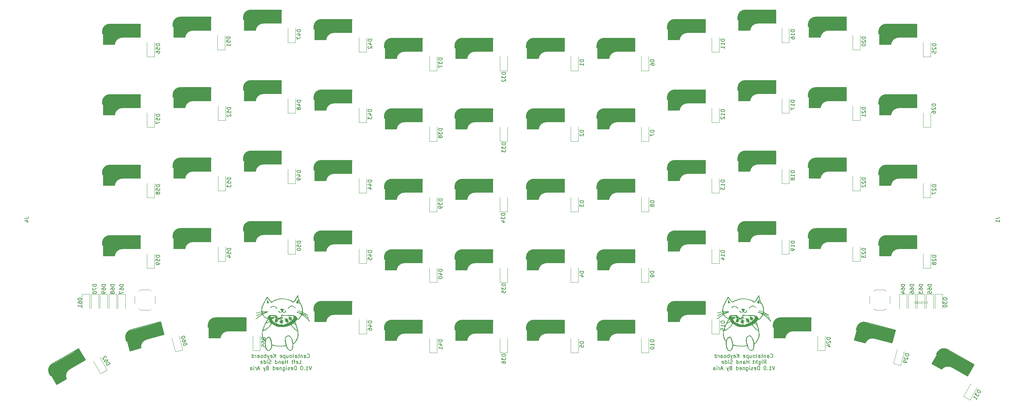
<source format=gbr>
G04 #@! TF.GenerationSoftware,KiCad,Pcbnew,(5.1.6)-1*
G04 #@! TF.CreationDate,2020-09-29T01:23:43+08:00*
G04 #@! TF.ProjectId,Cantaloupe,43616e74-616c-46f7-9570-652e6b696361,rev?*
G04 #@! TF.SameCoordinates,Original*
G04 #@! TF.FileFunction,Legend,Bot*
G04 #@! TF.FilePolarity,Positive*
%FSLAX46Y46*%
G04 Gerber Fmt 4.6, Leading zero omitted, Abs format (unit mm)*
G04 Created by KiCad (PCBNEW (5.1.6)-1) date 2020-09-29 01:23:43*
%MOMM*%
%LPD*%
G01*
G04 APERTURE LIST*
%ADD10C,0.100000*%
%ADD11C,0.150000*%
%ADD12C,0.300000*%
%ADD13C,0.800000*%
%ADD14C,3.000000*%
%ADD15C,0.500000*%
%ADD16C,1.000000*%
%ADD17C,3.500000*%
%ADD18C,0.400000*%
%ADD19C,0.010000*%
%ADD20C,0.120000*%
G04 APERTURE END LIST*
D10*
X320713061Y-135726190D02*
X320713061Y-136083333D01*
X320736871Y-136154761D01*
X320784490Y-136202380D01*
X320855918Y-136226190D01*
X320903537Y-136226190D01*
X320236871Y-136226190D02*
X320474966Y-136226190D01*
X320474966Y-135726190D01*
X319784490Y-136178571D02*
X319808299Y-136202380D01*
X319879728Y-136226190D01*
X319927347Y-136226190D01*
X319998775Y-136202380D01*
X320046395Y-136154761D01*
X320070204Y-136107142D01*
X320094014Y-136011904D01*
X320094014Y-135940476D01*
X320070204Y-135845238D01*
X320046395Y-135797619D01*
X319998775Y-135750000D01*
X319927347Y-135726190D01*
X319879728Y-135726190D01*
X319808299Y-135750000D01*
X319784490Y-135773809D01*
X319427347Y-135726190D02*
X319427347Y-136083333D01*
X319451156Y-136154761D01*
X319498775Y-136202380D01*
X319570204Y-136226190D01*
X319617823Y-136226190D01*
X318951156Y-136226190D02*
X319189252Y-136226190D01*
X319189252Y-135726190D01*
X318498775Y-136178571D02*
X318522585Y-136202380D01*
X318594014Y-136226190D01*
X318641633Y-136226190D01*
X318713061Y-136202380D01*
X318760680Y-136154761D01*
X318784490Y-136107142D01*
X318808299Y-136011904D01*
X318808299Y-135940476D01*
X318784490Y-135845238D01*
X318760680Y-135797619D01*
X318713061Y-135750000D01*
X318641633Y-135726190D01*
X318594014Y-135726190D01*
X318522585Y-135750000D01*
X318498775Y-135773809D01*
X318141633Y-135726190D02*
X318141633Y-136083333D01*
X318165442Y-136154761D01*
X318213061Y-136202380D01*
X318284490Y-136226190D01*
X318332109Y-136226190D01*
X317665442Y-136226190D02*
X317903537Y-136226190D01*
X317903537Y-135726190D01*
X317213061Y-136178571D02*
X317236871Y-136202380D01*
X317308299Y-136226190D01*
X317355918Y-136226190D01*
X317427347Y-136202380D01*
X317474966Y-136154761D01*
X317498775Y-136107142D01*
X317522585Y-136011904D01*
X317522585Y-135940476D01*
X317498775Y-135845238D01*
X317474966Y-135797619D01*
X317427347Y-135750000D01*
X317355918Y-135726190D01*
X317308299Y-135726190D01*
X317236871Y-135750000D01*
X317213061Y-135773809D01*
D11*
X153162870Y-150865844D02*
X153210489Y-150913463D01*
X153353346Y-150961082D01*
X153448584Y-150961082D01*
X153591441Y-150913463D01*
X153686679Y-150818225D01*
X153734298Y-150722987D01*
X153781917Y-150532511D01*
X153781917Y-150389654D01*
X153734298Y-150199178D01*
X153686679Y-150103940D01*
X153591441Y-150008702D01*
X153448584Y-149961082D01*
X153353346Y-149961082D01*
X153210489Y-150008702D01*
X153162870Y-150056321D01*
X152305727Y-150961082D02*
X152305727Y-150437273D01*
X152353346Y-150342035D01*
X152448584Y-150294416D01*
X152639060Y-150294416D01*
X152734298Y-150342035D01*
X152305727Y-150913463D02*
X152400965Y-150961082D01*
X152639060Y-150961082D01*
X152734298Y-150913463D01*
X152781917Y-150818225D01*
X152781917Y-150722987D01*
X152734298Y-150627749D01*
X152639060Y-150580130D01*
X152400965Y-150580130D01*
X152305727Y-150532511D01*
X151829536Y-150294416D02*
X151829536Y-150961082D01*
X151829536Y-150389654D02*
X151781917Y-150342035D01*
X151686679Y-150294416D01*
X151543822Y-150294416D01*
X151448584Y-150342035D01*
X151400965Y-150437273D01*
X151400965Y-150961082D01*
X151067632Y-150294416D02*
X150686679Y-150294416D01*
X150924774Y-149961082D02*
X150924774Y-150818225D01*
X150877155Y-150913463D01*
X150781917Y-150961082D01*
X150686679Y-150961082D01*
X149924774Y-150961082D02*
X149924774Y-150437273D01*
X149972394Y-150342035D01*
X150067632Y-150294416D01*
X150258108Y-150294416D01*
X150353346Y-150342035D01*
X149924774Y-150913463D02*
X150020013Y-150961082D01*
X150258108Y-150961082D01*
X150353346Y-150913463D01*
X150400965Y-150818225D01*
X150400965Y-150722987D01*
X150353346Y-150627749D01*
X150258108Y-150580130D01*
X150020013Y-150580130D01*
X149924774Y-150532511D01*
X149305727Y-150961082D02*
X149400965Y-150913463D01*
X149448584Y-150818225D01*
X149448584Y-149961082D01*
X148781917Y-150961082D02*
X148877155Y-150913463D01*
X148924774Y-150865844D01*
X148972394Y-150770606D01*
X148972394Y-150484892D01*
X148924774Y-150389654D01*
X148877155Y-150342035D01*
X148781917Y-150294416D01*
X148639060Y-150294416D01*
X148543822Y-150342035D01*
X148496203Y-150389654D01*
X148448584Y-150484892D01*
X148448584Y-150770606D01*
X148496203Y-150865844D01*
X148543822Y-150913463D01*
X148639060Y-150961082D01*
X148781917Y-150961082D01*
X147591441Y-150294416D02*
X147591441Y-150961082D01*
X148020013Y-150294416D02*
X148020013Y-150818225D01*
X147972394Y-150913463D01*
X147877155Y-150961082D01*
X147734298Y-150961082D01*
X147639060Y-150913463D01*
X147591441Y-150865844D01*
X147115251Y-150294416D02*
X147115251Y-151294416D01*
X147115251Y-150342035D02*
X147020013Y-150294416D01*
X146829536Y-150294416D01*
X146734298Y-150342035D01*
X146686679Y-150389654D01*
X146639060Y-150484892D01*
X146639060Y-150770606D01*
X146686679Y-150865844D01*
X146734298Y-150913463D01*
X146829536Y-150961082D01*
X147020013Y-150961082D01*
X147115251Y-150913463D01*
X145829536Y-150913463D02*
X145924774Y-150961082D01*
X146115251Y-150961082D01*
X146210489Y-150913463D01*
X146258108Y-150818225D01*
X146258108Y-150437273D01*
X146210489Y-150342035D01*
X146115251Y-150294416D01*
X145924774Y-150294416D01*
X145829536Y-150342035D01*
X145781917Y-150437273D01*
X145781917Y-150532511D01*
X146258108Y-150627749D01*
X144591441Y-150961082D02*
X144591441Y-149961082D01*
X144020013Y-150961082D02*
X144448584Y-150389654D01*
X144020013Y-149961082D02*
X144591441Y-150532511D01*
X143210489Y-150913463D02*
X143305727Y-150961082D01*
X143496203Y-150961082D01*
X143591441Y-150913463D01*
X143639060Y-150818225D01*
X143639060Y-150437273D01*
X143591441Y-150342035D01*
X143496203Y-150294416D01*
X143305727Y-150294416D01*
X143210489Y-150342035D01*
X143162870Y-150437273D01*
X143162870Y-150532511D01*
X143639060Y-150627749D01*
X142829536Y-150294416D02*
X142591441Y-150961082D01*
X142353346Y-150294416D02*
X142591441Y-150961082D01*
X142686679Y-151199178D01*
X142734298Y-151246797D01*
X142829536Y-151294416D01*
X141972394Y-150961082D02*
X141972394Y-149961082D01*
X141972394Y-150342035D02*
X141877155Y-150294416D01*
X141686679Y-150294416D01*
X141591441Y-150342035D01*
X141543822Y-150389654D01*
X141496203Y-150484892D01*
X141496203Y-150770606D01*
X141543822Y-150865844D01*
X141591441Y-150913463D01*
X141686679Y-150961082D01*
X141877155Y-150961082D01*
X141972394Y-150913463D01*
X140924774Y-150961082D02*
X141020013Y-150913463D01*
X141067632Y-150865844D01*
X141115251Y-150770606D01*
X141115251Y-150484892D01*
X141067632Y-150389654D01*
X141020013Y-150342035D01*
X140924774Y-150294416D01*
X140781917Y-150294416D01*
X140686679Y-150342035D01*
X140639060Y-150389654D01*
X140591441Y-150484892D01*
X140591441Y-150770606D01*
X140639060Y-150865844D01*
X140686679Y-150913463D01*
X140781917Y-150961082D01*
X140924774Y-150961082D01*
X139734298Y-150961082D02*
X139734298Y-150437273D01*
X139781917Y-150342035D01*
X139877155Y-150294416D01*
X140067632Y-150294416D01*
X140162870Y-150342035D01*
X139734298Y-150913463D02*
X139829536Y-150961082D01*
X140067632Y-150961082D01*
X140162870Y-150913463D01*
X140210489Y-150818225D01*
X140210489Y-150722987D01*
X140162870Y-150627749D01*
X140067632Y-150580130D01*
X139829536Y-150580130D01*
X139734298Y-150532511D01*
X139258108Y-150961082D02*
X139258108Y-150294416D01*
X139258108Y-150484892D02*
X139210489Y-150389654D01*
X139162870Y-150342035D01*
X139067632Y-150294416D01*
X138972394Y-150294416D01*
X138210489Y-150961082D02*
X138210489Y-149961082D01*
X138210489Y-150913463D02*
X138305727Y-150961082D01*
X138496203Y-150961082D01*
X138591441Y-150913463D01*
X138639060Y-150865844D01*
X138686679Y-150770606D01*
X138686679Y-150484892D01*
X138639060Y-150389654D01*
X138591441Y-150342035D01*
X138496203Y-150294416D01*
X138305727Y-150294416D01*
X138210489Y-150342035D01*
X150900965Y-152611082D02*
X151377155Y-152611082D01*
X151377155Y-151611082D01*
X150186679Y-152563463D02*
X150281917Y-152611082D01*
X150472394Y-152611082D01*
X150567632Y-152563463D01*
X150615251Y-152468225D01*
X150615251Y-152087273D01*
X150567632Y-151992035D01*
X150472394Y-151944416D01*
X150281917Y-151944416D01*
X150186679Y-151992035D01*
X150139060Y-152087273D01*
X150139060Y-152182511D01*
X150615251Y-152277749D01*
X149853346Y-151944416D02*
X149472394Y-151944416D01*
X149710489Y-152611082D02*
X149710489Y-151753940D01*
X149662870Y-151658702D01*
X149567632Y-151611082D01*
X149472394Y-151611082D01*
X149281917Y-151944416D02*
X148900965Y-151944416D01*
X149139060Y-151611082D02*
X149139060Y-152468225D01*
X149091441Y-152563463D01*
X148996203Y-152611082D01*
X148900965Y-152611082D01*
X147805727Y-152611082D02*
X147805727Y-151611082D01*
X147805727Y-152087273D02*
X147234298Y-152087273D01*
X147234298Y-152611082D02*
X147234298Y-151611082D01*
X146329536Y-152611082D02*
X146329536Y-152087273D01*
X146377155Y-151992035D01*
X146472394Y-151944416D01*
X146662870Y-151944416D01*
X146758108Y-151992035D01*
X146329536Y-152563463D02*
X146424774Y-152611082D01*
X146662870Y-152611082D01*
X146758108Y-152563463D01*
X146805727Y-152468225D01*
X146805727Y-152372987D01*
X146758108Y-152277749D01*
X146662870Y-152230130D01*
X146424774Y-152230130D01*
X146329536Y-152182511D01*
X145853346Y-151944416D02*
X145853346Y-152611082D01*
X145853346Y-152039654D02*
X145805727Y-151992035D01*
X145710489Y-151944416D01*
X145567632Y-151944416D01*
X145472394Y-151992035D01*
X145424774Y-152087273D01*
X145424774Y-152611082D01*
X144520013Y-152611082D02*
X144520013Y-151611082D01*
X144520013Y-152563463D02*
X144615251Y-152611082D01*
X144805727Y-152611082D01*
X144900965Y-152563463D01*
X144948584Y-152515844D01*
X144996203Y-152420606D01*
X144996203Y-152134892D01*
X144948584Y-152039654D01*
X144900965Y-151992035D01*
X144805727Y-151944416D01*
X144615251Y-151944416D01*
X144520013Y-151992035D01*
X143329536Y-152563463D02*
X143186679Y-152611082D01*
X142948584Y-152611082D01*
X142853346Y-152563463D01*
X142805727Y-152515844D01*
X142758108Y-152420606D01*
X142758108Y-152325368D01*
X142805727Y-152230130D01*
X142853346Y-152182511D01*
X142948584Y-152134892D01*
X143139060Y-152087273D01*
X143234298Y-152039654D01*
X143281917Y-151992035D01*
X143329536Y-151896797D01*
X143329536Y-151801559D01*
X143281917Y-151706321D01*
X143234298Y-151658702D01*
X143139060Y-151611082D01*
X142900965Y-151611082D01*
X142758108Y-151658702D01*
X142329536Y-152611082D02*
X142329536Y-151944416D01*
X142329536Y-151611082D02*
X142377155Y-151658702D01*
X142329536Y-151706321D01*
X142281917Y-151658702D01*
X142329536Y-151611082D01*
X142329536Y-151706321D01*
X141424774Y-152611082D02*
X141424774Y-151611082D01*
X141424774Y-152563463D02*
X141520013Y-152611082D01*
X141710489Y-152611082D01*
X141805727Y-152563463D01*
X141853346Y-152515844D01*
X141900965Y-152420606D01*
X141900965Y-152134892D01*
X141853346Y-152039654D01*
X141805727Y-151992035D01*
X141710489Y-151944416D01*
X141520013Y-151944416D01*
X141424774Y-151992035D01*
X140567632Y-152563463D02*
X140662870Y-152611082D01*
X140853346Y-152611082D01*
X140948584Y-152563463D01*
X140996203Y-152468225D01*
X140996203Y-152087273D01*
X140948584Y-151992035D01*
X140853346Y-151944416D01*
X140662870Y-151944416D01*
X140567632Y-151992035D01*
X140520013Y-152087273D01*
X140520013Y-152182511D01*
X140996203Y-152277749D01*
X154305727Y-153261082D02*
X153972394Y-154261082D01*
X153639060Y-153261082D01*
X152781917Y-154261082D02*
X153353346Y-154261082D01*
X153067632Y-154261082D02*
X153067632Y-153261082D01*
X153162870Y-153403940D01*
X153258108Y-153499178D01*
X153353346Y-153546797D01*
X152353346Y-154165844D02*
X152305727Y-154213463D01*
X152353346Y-154261082D01*
X152400965Y-154213463D01*
X152353346Y-154165844D01*
X152353346Y-154261082D01*
X151686679Y-153261082D02*
X151591441Y-153261082D01*
X151496203Y-153308702D01*
X151448584Y-153356321D01*
X151400965Y-153451559D01*
X151353346Y-153642035D01*
X151353346Y-153880130D01*
X151400965Y-154070606D01*
X151448584Y-154165844D01*
X151496203Y-154213463D01*
X151591441Y-154261082D01*
X151686679Y-154261082D01*
X151781917Y-154213463D01*
X151829536Y-154165844D01*
X151877155Y-154070606D01*
X151924774Y-153880130D01*
X151924774Y-153642035D01*
X151877155Y-153451559D01*
X151829536Y-153356321D01*
X151781917Y-153308702D01*
X151686679Y-153261082D01*
X150162870Y-154261082D02*
X150162870Y-153261082D01*
X149924774Y-153261082D01*
X149781917Y-153308702D01*
X149686679Y-153403940D01*
X149639060Y-153499178D01*
X149591441Y-153689654D01*
X149591441Y-153832511D01*
X149639060Y-154022987D01*
X149686679Y-154118225D01*
X149781917Y-154213463D01*
X149924774Y-154261082D01*
X150162870Y-154261082D01*
X148781917Y-154213463D02*
X148877155Y-154261082D01*
X149067632Y-154261082D01*
X149162870Y-154213463D01*
X149210489Y-154118225D01*
X149210489Y-153737273D01*
X149162870Y-153642035D01*
X149067632Y-153594416D01*
X148877155Y-153594416D01*
X148781917Y-153642035D01*
X148734298Y-153737273D01*
X148734298Y-153832511D01*
X149210489Y-153927749D01*
X148353346Y-154213463D02*
X148258108Y-154261082D01*
X148067632Y-154261082D01*
X147972394Y-154213463D01*
X147924774Y-154118225D01*
X147924774Y-154070606D01*
X147972394Y-153975368D01*
X148067632Y-153927749D01*
X148210489Y-153927749D01*
X148305727Y-153880130D01*
X148353346Y-153784892D01*
X148353346Y-153737273D01*
X148305727Y-153642035D01*
X148210489Y-153594416D01*
X148067632Y-153594416D01*
X147972394Y-153642035D01*
X147496203Y-154261082D02*
X147496203Y-153594416D01*
X147496203Y-153261082D02*
X147543822Y-153308702D01*
X147496203Y-153356321D01*
X147448584Y-153308702D01*
X147496203Y-153261082D01*
X147496203Y-153356321D01*
X146591441Y-153594416D02*
X146591441Y-154403940D01*
X146639060Y-154499178D01*
X146686679Y-154546797D01*
X146781917Y-154594416D01*
X146924774Y-154594416D01*
X147020013Y-154546797D01*
X146591441Y-154213463D02*
X146686679Y-154261082D01*
X146877155Y-154261082D01*
X146972394Y-154213463D01*
X147020013Y-154165844D01*
X147067632Y-154070606D01*
X147067632Y-153784892D01*
X147020013Y-153689654D01*
X146972394Y-153642035D01*
X146877155Y-153594416D01*
X146686679Y-153594416D01*
X146591441Y-153642035D01*
X146115251Y-153594416D02*
X146115251Y-154261082D01*
X146115251Y-153689654D02*
X146067632Y-153642035D01*
X145972394Y-153594416D01*
X145829536Y-153594416D01*
X145734298Y-153642035D01*
X145686679Y-153737273D01*
X145686679Y-154261082D01*
X144829536Y-154213463D02*
X144924774Y-154261082D01*
X145115251Y-154261082D01*
X145210489Y-154213463D01*
X145258108Y-154118225D01*
X145258108Y-153737273D01*
X145210489Y-153642035D01*
X145115251Y-153594416D01*
X144924774Y-153594416D01*
X144829536Y-153642035D01*
X144781917Y-153737273D01*
X144781917Y-153832511D01*
X145258108Y-153927749D01*
X143924774Y-154261082D02*
X143924774Y-153261082D01*
X143924774Y-154213463D02*
X144020013Y-154261082D01*
X144210489Y-154261082D01*
X144305727Y-154213463D01*
X144353346Y-154165844D01*
X144400965Y-154070606D01*
X144400965Y-153784892D01*
X144353346Y-153689654D01*
X144305727Y-153642035D01*
X144210489Y-153594416D01*
X144020013Y-153594416D01*
X143924774Y-153642035D01*
X142353346Y-153737273D02*
X142210489Y-153784892D01*
X142162870Y-153832511D01*
X142115251Y-153927749D01*
X142115251Y-154070606D01*
X142162870Y-154165844D01*
X142210489Y-154213463D01*
X142305727Y-154261082D01*
X142686679Y-154261082D01*
X142686679Y-153261082D01*
X142353346Y-153261082D01*
X142258108Y-153308702D01*
X142210489Y-153356321D01*
X142162870Y-153451559D01*
X142162870Y-153546797D01*
X142210489Y-153642035D01*
X142258108Y-153689654D01*
X142353346Y-153737273D01*
X142686679Y-153737273D01*
X141781917Y-153594416D02*
X141543822Y-154261082D01*
X141305727Y-153594416D02*
X141543822Y-154261082D01*
X141639060Y-154499178D01*
X141686679Y-154546797D01*
X141781917Y-154594416D01*
X140210489Y-153975368D02*
X139734298Y-153975368D01*
X140305727Y-154261082D02*
X139972394Y-153261082D01*
X139639060Y-154261082D01*
X139305727Y-154261082D02*
X139305727Y-153594416D01*
X139305727Y-153784892D02*
X139258108Y-153689654D01*
X139210489Y-153642035D01*
X139115251Y-153594416D01*
X139020013Y-153594416D01*
X138686679Y-154261082D02*
X138686679Y-153594416D01*
X138686679Y-153261082D02*
X138734298Y-153308702D01*
X138686679Y-153356321D01*
X138639060Y-153308702D01*
X138686679Y-153261082D01*
X138686679Y-153356321D01*
X137781917Y-154261082D02*
X137781917Y-153737273D01*
X137829536Y-153642035D01*
X137924774Y-153594416D01*
X138115251Y-153594416D01*
X138210489Y-153642035D01*
X137781917Y-154213463D02*
X137877155Y-154261082D01*
X138115251Y-154261082D01*
X138210489Y-154213463D01*
X138258108Y-154118225D01*
X138258108Y-154022987D01*
X138210489Y-153927749D01*
X138115251Y-153880130D01*
X137877155Y-153880130D01*
X137781917Y-153832511D01*
X278370574Y-150865844D02*
X278418193Y-150913463D01*
X278561050Y-150961082D01*
X278656288Y-150961082D01*
X278799145Y-150913463D01*
X278894383Y-150818225D01*
X278942002Y-150722987D01*
X278989621Y-150532511D01*
X278989621Y-150389654D01*
X278942002Y-150199178D01*
X278894383Y-150103940D01*
X278799145Y-150008702D01*
X278656288Y-149961082D01*
X278561050Y-149961082D01*
X278418193Y-150008702D01*
X278370574Y-150056321D01*
X277513431Y-150961082D02*
X277513431Y-150437273D01*
X277561050Y-150342035D01*
X277656288Y-150294416D01*
X277846764Y-150294416D01*
X277942002Y-150342035D01*
X277513431Y-150913463D02*
X277608669Y-150961082D01*
X277846764Y-150961082D01*
X277942002Y-150913463D01*
X277989621Y-150818225D01*
X277989621Y-150722987D01*
X277942002Y-150627749D01*
X277846764Y-150580130D01*
X277608669Y-150580130D01*
X277513431Y-150532511D01*
X277037240Y-150294416D02*
X277037240Y-150961082D01*
X277037240Y-150389654D02*
X276989621Y-150342035D01*
X276894383Y-150294416D01*
X276751526Y-150294416D01*
X276656288Y-150342035D01*
X276608669Y-150437273D01*
X276608669Y-150961082D01*
X276275336Y-150294416D02*
X275894383Y-150294416D01*
X276132478Y-149961082D02*
X276132478Y-150818225D01*
X276084859Y-150913463D01*
X275989621Y-150961082D01*
X275894383Y-150961082D01*
X275132478Y-150961082D02*
X275132478Y-150437273D01*
X275180098Y-150342035D01*
X275275336Y-150294416D01*
X275465812Y-150294416D01*
X275561050Y-150342035D01*
X275132478Y-150913463D02*
X275227717Y-150961082D01*
X275465812Y-150961082D01*
X275561050Y-150913463D01*
X275608669Y-150818225D01*
X275608669Y-150722987D01*
X275561050Y-150627749D01*
X275465812Y-150580130D01*
X275227717Y-150580130D01*
X275132478Y-150532511D01*
X274513431Y-150961082D02*
X274608669Y-150913463D01*
X274656288Y-150818225D01*
X274656288Y-149961082D01*
X273989621Y-150961082D02*
X274084859Y-150913463D01*
X274132478Y-150865844D01*
X274180098Y-150770606D01*
X274180098Y-150484892D01*
X274132478Y-150389654D01*
X274084859Y-150342035D01*
X273989621Y-150294416D01*
X273846764Y-150294416D01*
X273751526Y-150342035D01*
X273703907Y-150389654D01*
X273656288Y-150484892D01*
X273656288Y-150770606D01*
X273703907Y-150865844D01*
X273751526Y-150913463D01*
X273846764Y-150961082D01*
X273989621Y-150961082D01*
X272799145Y-150294416D02*
X272799145Y-150961082D01*
X273227717Y-150294416D02*
X273227717Y-150818225D01*
X273180098Y-150913463D01*
X273084859Y-150961082D01*
X272942002Y-150961082D01*
X272846764Y-150913463D01*
X272799145Y-150865844D01*
X272322955Y-150294416D02*
X272322955Y-151294416D01*
X272322955Y-150342035D02*
X272227717Y-150294416D01*
X272037240Y-150294416D01*
X271942002Y-150342035D01*
X271894383Y-150389654D01*
X271846764Y-150484892D01*
X271846764Y-150770606D01*
X271894383Y-150865844D01*
X271942002Y-150913463D01*
X272037240Y-150961082D01*
X272227717Y-150961082D01*
X272322955Y-150913463D01*
X271037240Y-150913463D02*
X271132478Y-150961082D01*
X271322955Y-150961082D01*
X271418193Y-150913463D01*
X271465812Y-150818225D01*
X271465812Y-150437273D01*
X271418193Y-150342035D01*
X271322955Y-150294416D01*
X271132478Y-150294416D01*
X271037240Y-150342035D01*
X270989621Y-150437273D01*
X270989621Y-150532511D01*
X271465812Y-150627749D01*
X269799145Y-150961082D02*
X269799145Y-149961082D01*
X269227717Y-150961082D02*
X269656288Y-150389654D01*
X269227717Y-149961082D02*
X269799145Y-150532511D01*
X268418193Y-150913463D02*
X268513431Y-150961082D01*
X268703907Y-150961082D01*
X268799145Y-150913463D01*
X268846764Y-150818225D01*
X268846764Y-150437273D01*
X268799145Y-150342035D01*
X268703907Y-150294416D01*
X268513431Y-150294416D01*
X268418193Y-150342035D01*
X268370574Y-150437273D01*
X268370574Y-150532511D01*
X268846764Y-150627749D01*
X268037240Y-150294416D02*
X267799145Y-150961082D01*
X267561050Y-150294416D02*
X267799145Y-150961082D01*
X267894383Y-151199178D01*
X267942002Y-151246797D01*
X268037240Y-151294416D01*
X267180098Y-150961082D02*
X267180098Y-149961082D01*
X267180098Y-150342035D02*
X267084859Y-150294416D01*
X266894383Y-150294416D01*
X266799145Y-150342035D01*
X266751526Y-150389654D01*
X266703907Y-150484892D01*
X266703907Y-150770606D01*
X266751526Y-150865844D01*
X266799145Y-150913463D01*
X266894383Y-150961082D01*
X267084859Y-150961082D01*
X267180098Y-150913463D01*
X266132478Y-150961082D02*
X266227717Y-150913463D01*
X266275336Y-150865844D01*
X266322955Y-150770606D01*
X266322955Y-150484892D01*
X266275336Y-150389654D01*
X266227717Y-150342035D01*
X266132478Y-150294416D01*
X265989621Y-150294416D01*
X265894383Y-150342035D01*
X265846764Y-150389654D01*
X265799145Y-150484892D01*
X265799145Y-150770606D01*
X265846764Y-150865844D01*
X265894383Y-150913463D01*
X265989621Y-150961082D01*
X266132478Y-150961082D01*
X264942002Y-150961082D02*
X264942002Y-150437273D01*
X264989621Y-150342035D01*
X265084859Y-150294416D01*
X265275336Y-150294416D01*
X265370574Y-150342035D01*
X264942002Y-150913463D02*
X265037240Y-150961082D01*
X265275336Y-150961082D01*
X265370574Y-150913463D01*
X265418193Y-150818225D01*
X265418193Y-150722987D01*
X265370574Y-150627749D01*
X265275336Y-150580130D01*
X265037240Y-150580130D01*
X264942002Y-150532511D01*
X264465812Y-150961082D02*
X264465812Y-150294416D01*
X264465812Y-150484892D02*
X264418193Y-150389654D01*
X264370574Y-150342035D01*
X264275336Y-150294416D01*
X264180098Y-150294416D01*
X263418193Y-150961082D02*
X263418193Y-149961082D01*
X263418193Y-150913463D02*
X263513431Y-150961082D01*
X263703907Y-150961082D01*
X263799145Y-150913463D01*
X263846764Y-150865844D01*
X263894383Y-150770606D01*
X263894383Y-150484892D01*
X263846764Y-150389654D01*
X263799145Y-150342035D01*
X263703907Y-150294416D01*
X263513431Y-150294416D01*
X263418193Y-150342035D01*
X276537240Y-152611082D02*
X276870574Y-152134892D01*
X277108669Y-152611082D02*
X277108669Y-151611082D01*
X276727717Y-151611082D01*
X276632478Y-151658702D01*
X276584859Y-151706321D01*
X276537240Y-151801559D01*
X276537240Y-151944416D01*
X276584859Y-152039654D01*
X276632478Y-152087273D01*
X276727717Y-152134892D01*
X277108669Y-152134892D01*
X276108669Y-152611082D02*
X276108669Y-151944416D01*
X276108669Y-151611082D02*
X276156288Y-151658702D01*
X276108669Y-151706321D01*
X276061050Y-151658702D01*
X276108669Y-151611082D01*
X276108669Y-151706321D01*
X275203907Y-151944416D02*
X275203907Y-152753940D01*
X275251526Y-152849178D01*
X275299145Y-152896797D01*
X275394383Y-152944416D01*
X275537240Y-152944416D01*
X275632478Y-152896797D01*
X275203907Y-152563463D02*
X275299145Y-152611082D01*
X275489621Y-152611082D01*
X275584859Y-152563463D01*
X275632478Y-152515844D01*
X275680098Y-152420606D01*
X275680098Y-152134892D01*
X275632478Y-152039654D01*
X275584859Y-151992035D01*
X275489621Y-151944416D01*
X275299145Y-151944416D01*
X275203907Y-151992035D01*
X274727717Y-152611082D02*
X274727717Y-151611082D01*
X274299145Y-152611082D02*
X274299145Y-152087273D01*
X274346764Y-151992035D01*
X274442002Y-151944416D01*
X274584859Y-151944416D01*
X274680098Y-151992035D01*
X274727717Y-152039654D01*
X273965812Y-151944416D02*
X273584859Y-151944416D01*
X273822955Y-151611082D02*
X273822955Y-152468225D01*
X273775336Y-152563463D01*
X273680098Y-152611082D01*
X273584859Y-152611082D01*
X272489621Y-152611082D02*
X272489621Y-151611082D01*
X272489621Y-152087273D02*
X271918193Y-152087273D01*
X271918193Y-152611082D02*
X271918193Y-151611082D01*
X271013431Y-152611082D02*
X271013431Y-152087273D01*
X271061050Y-151992035D01*
X271156288Y-151944416D01*
X271346764Y-151944416D01*
X271442002Y-151992035D01*
X271013431Y-152563463D02*
X271108669Y-152611082D01*
X271346764Y-152611082D01*
X271442002Y-152563463D01*
X271489621Y-152468225D01*
X271489621Y-152372987D01*
X271442002Y-152277749D01*
X271346764Y-152230130D01*
X271108669Y-152230130D01*
X271013431Y-152182511D01*
X270537240Y-151944416D02*
X270537240Y-152611082D01*
X270537240Y-152039654D02*
X270489621Y-151992035D01*
X270394383Y-151944416D01*
X270251526Y-151944416D01*
X270156288Y-151992035D01*
X270108669Y-152087273D01*
X270108669Y-152611082D01*
X269203907Y-152611082D02*
X269203907Y-151611082D01*
X269203907Y-152563463D02*
X269299145Y-152611082D01*
X269489621Y-152611082D01*
X269584859Y-152563463D01*
X269632478Y-152515844D01*
X269680098Y-152420606D01*
X269680098Y-152134892D01*
X269632478Y-152039654D01*
X269584859Y-151992035D01*
X269489621Y-151944416D01*
X269299145Y-151944416D01*
X269203907Y-151992035D01*
X268013431Y-152563463D02*
X267870574Y-152611082D01*
X267632478Y-152611082D01*
X267537240Y-152563463D01*
X267489621Y-152515844D01*
X267442002Y-152420606D01*
X267442002Y-152325368D01*
X267489621Y-152230130D01*
X267537240Y-152182511D01*
X267632478Y-152134892D01*
X267822955Y-152087273D01*
X267918193Y-152039654D01*
X267965812Y-151992035D01*
X268013431Y-151896797D01*
X268013431Y-151801559D01*
X267965812Y-151706321D01*
X267918193Y-151658702D01*
X267822955Y-151611082D01*
X267584859Y-151611082D01*
X267442002Y-151658702D01*
X267013431Y-152611082D02*
X267013431Y-151944416D01*
X267013431Y-151611082D02*
X267061050Y-151658702D01*
X267013431Y-151706321D01*
X266965812Y-151658702D01*
X267013431Y-151611082D01*
X267013431Y-151706321D01*
X266108669Y-152611082D02*
X266108669Y-151611082D01*
X266108669Y-152563463D02*
X266203907Y-152611082D01*
X266394383Y-152611082D01*
X266489621Y-152563463D01*
X266537240Y-152515844D01*
X266584859Y-152420606D01*
X266584859Y-152134892D01*
X266537240Y-152039654D01*
X266489621Y-151992035D01*
X266394383Y-151944416D01*
X266203907Y-151944416D01*
X266108669Y-151992035D01*
X265251526Y-152563463D02*
X265346764Y-152611082D01*
X265537240Y-152611082D01*
X265632478Y-152563463D01*
X265680098Y-152468225D01*
X265680098Y-152087273D01*
X265632478Y-151992035D01*
X265537240Y-151944416D01*
X265346764Y-151944416D01*
X265251526Y-151992035D01*
X265203907Y-152087273D01*
X265203907Y-152182511D01*
X265680098Y-152277749D01*
X279513431Y-153261082D02*
X279180098Y-154261082D01*
X278846764Y-153261082D01*
X277989621Y-154261082D02*
X278561050Y-154261082D01*
X278275336Y-154261082D02*
X278275336Y-153261082D01*
X278370574Y-153403940D01*
X278465812Y-153499178D01*
X278561050Y-153546797D01*
X277561050Y-154165844D02*
X277513431Y-154213463D01*
X277561050Y-154261082D01*
X277608669Y-154213463D01*
X277561050Y-154165844D01*
X277561050Y-154261082D01*
X276894383Y-153261082D02*
X276799145Y-153261082D01*
X276703907Y-153308702D01*
X276656288Y-153356321D01*
X276608669Y-153451559D01*
X276561050Y-153642035D01*
X276561050Y-153880130D01*
X276608669Y-154070606D01*
X276656288Y-154165844D01*
X276703907Y-154213463D01*
X276799145Y-154261082D01*
X276894383Y-154261082D01*
X276989621Y-154213463D01*
X277037240Y-154165844D01*
X277084859Y-154070606D01*
X277132478Y-153880130D01*
X277132478Y-153642035D01*
X277084859Y-153451559D01*
X277037240Y-153356321D01*
X276989621Y-153308702D01*
X276894383Y-153261082D01*
X275370574Y-154261082D02*
X275370574Y-153261082D01*
X275132478Y-153261082D01*
X274989621Y-153308702D01*
X274894383Y-153403940D01*
X274846764Y-153499178D01*
X274799145Y-153689654D01*
X274799145Y-153832511D01*
X274846764Y-154022987D01*
X274894383Y-154118225D01*
X274989621Y-154213463D01*
X275132478Y-154261082D01*
X275370574Y-154261082D01*
X273989621Y-154213463D02*
X274084859Y-154261082D01*
X274275336Y-154261082D01*
X274370574Y-154213463D01*
X274418193Y-154118225D01*
X274418193Y-153737273D01*
X274370574Y-153642035D01*
X274275336Y-153594416D01*
X274084859Y-153594416D01*
X273989621Y-153642035D01*
X273942002Y-153737273D01*
X273942002Y-153832511D01*
X274418193Y-153927749D01*
X273561050Y-154213463D02*
X273465812Y-154261082D01*
X273275336Y-154261082D01*
X273180098Y-154213463D01*
X273132478Y-154118225D01*
X273132478Y-154070606D01*
X273180098Y-153975368D01*
X273275336Y-153927749D01*
X273418193Y-153927749D01*
X273513431Y-153880130D01*
X273561050Y-153784892D01*
X273561050Y-153737273D01*
X273513431Y-153642035D01*
X273418193Y-153594416D01*
X273275336Y-153594416D01*
X273180098Y-153642035D01*
X272703907Y-154261082D02*
X272703907Y-153594416D01*
X272703907Y-153261082D02*
X272751526Y-153308702D01*
X272703907Y-153356321D01*
X272656288Y-153308702D01*
X272703907Y-153261082D01*
X272703907Y-153356321D01*
X271799145Y-153594416D02*
X271799145Y-154403940D01*
X271846764Y-154499178D01*
X271894383Y-154546797D01*
X271989621Y-154594416D01*
X272132478Y-154594416D01*
X272227717Y-154546797D01*
X271799145Y-154213463D02*
X271894383Y-154261082D01*
X272084859Y-154261082D01*
X272180098Y-154213463D01*
X272227717Y-154165844D01*
X272275336Y-154070606D01*
X272275336Y-153784892D01*
X272227717Y-153689654D01*
X272180098Y-153642035D01*
X272084859Y-153594416D01*
X271894383Y-153594416D01*
X271799145Y-153642035D01*
X271322955Y-153594416D02*
X271322955Y-154261082D01*
X271322955Y-153689654D02*
X271275336Y-153642035D01*
X271180098Y-153594416D01*
X271037240Y-153594416D01*
X270942002Y-153642035D01*
X270894383Y-153737273D01*
X270894383Y-154261082D01*
X270037240Y-154213463D02*
X270132478Y-154261082D01*
X270322955Y-154261082D01*
X270418193Y-154213463D01*
X270465812Y-154118225D01*
X270465812Y-153737273D01*
X270418193Y-153642035D01*
X270322955Y-153594416D01*
X270132478Y-153594416D01*
X270037240Y-153642035D01*
X269989621Y-153737273D01*
X269989621Y-153832511D01*
X270465812Y-153927749D01*
X269132478Y-154261082D02*
X269132478Y-153261082D01*
X269132478Y-154213463D02*
X269227717Y-154261082D01*
X269418193Y-154261082D01*
X269513431Y-154213463D01*
X269561050Y-154165844D01*
X269608669Y-154070606D01*
X269608669Y-153784892D01*
X269561050Y-153689654D01*
X269513431Y-153642035D01*
X269418193Y-153594416D01*
X269227717Y-153594416D01*
X269132478Y-153642035D01*
X267561050Y-153737273D02*
X267418193Y-153784892D01*
X267370574Y-153832511D01*
X267322955Y-153927749D01*
X267322955Y-154070606D01*
X267370574Y-154165844D01*
X267418193Y-154213463D01*
X267513431Y-154261082D01*
X267894383Y-154261082D01*
X267894383Y-153261082D01*
X267561050Y-153261082D01*
X267465812Y-153308702D01*
X267418193Y-153356321D01*
X267370574Y-153451559D01*
X267370574Y-153546797D01*
X267418193Y-153642035D01*
X267465812Y-153689654D01*
X267561050Y-153737273D01*
X267894383Y-153737273D01*
X266989621Y-153594416D02*
X266751526Y-154261082D01*
X266513431Y-153594416D02*
X266751526Y-154261082D01*
X266846764Y-154499178D01*
X266894383Y-154546797D01*
X266989621Y-154594416D01*
X265418193Y-153975368D02*
X264942002Y-153975368D01*
X265513431Y-154261082D02*
X265180098Y-153261082D01*
X264846764Y-154261082D01*
X264513431Y-154261082D02*
X264513431Y-153594416D01*
X264513431Y-153784892D02*
X264465812Y-153689654D01*
X264418193Y-153642035D01*
X264322955Y-153594416D01*
X264227717Y-153594416D01*
X263894383Y-154261082D02*
X263894383Y-153594416D01*
X263894383Y-153261082D02*
X263942002Y-153308702D01*
X263894383Y-153356321D01*
X263846764Y-153308702D01*
X263894383Y-153261082D01*
X263894383Y-153356321D01*
X262989621Y-154261082D02*
X262989621Y-153737273D01*
X263037240Y-153642035D01*
X263132478Y-153594416D01*
X263322955Y-153594416D01*
X263418193Y-153642035D01*
X262989621Y-154213463D02*
X263084859Y-154261082D01*
X263322955Y-154261082D01*
X263418193Y-154213463D01*
X263465812Y-154118225D01*
X263465812Y-154022987D01*
X263418193Y-153927749D01*
X263322955Y-153880130D01*
X263084859Y-153880130D01*
X262989621Y-153832511D01*
D12*
X83807361Y-155796027D02*
X83482361Y-155233111D01*
D13*
X85465373Y-157667789D02*
X84565374Y-156108944D01*
D14*
X84693982Y-154071700D02*
X85813982Y-156011597D01*
D15*
X92867615Y-151488847D02*
X91716782Y-152095546D01*
D16*
X91232807Y-149257278D02*
X92482807Y-151422341D01*
D17*
X90706974Y-150946508D02*
X84904604Y-154296508D01*
D11*
X93165820Y-151605354D02*
X91365820Y-148487662D01*
X92648499Y-150749328D02*
X91523499Y-148800771D01*
X83770758Y-155932630D02*
X83943963Y-155832630D01*
X83187264Y-154421989D02*
X85412264Y-158275802D01*
X83395758Y-155283111D02*
X83770758Y-155932630D01*
X85412264Y-158275802D02*
X88036321Y-156760802D01*
X89008898Y-154005354D02*
X93165820Y-151605354D01*
X91365820Y-148487662D02*
X84264411Y-152587663D01*
D15*
X85485470Y-158002597D02*
X87607232Y-156777597D01*
D18*
X91335916Y-148735867D02*
X90253384Y-149360867D01*
D16*
X87482365Y-156593957D02*
G75*
G02*
X88462488Y-153858944I2008831J823238D01*
G01*
D11*
X83395759Y-155283111D02*
G75*
G02*
X84264411Y-152587663I1782050J913398D01*
G01*
X88028775Y-156740367D02*
G75*
G02*
X89008898Y-154005354I2008831J823238D01*
G01*
D12*
X104322010Y-146369655D02*
X104153778Y-145741803D01*
D13*
X105439080Y-148606764D02*
X104973206Y-146868098D01*
D14*
X105624709Y-144933558D02*
X106204464Y-147097232D01*
D15*
X114188324Y-144554205D02*
X112919679Y-144842374D01*
D16*
X113186793Y-141975555D02*
X113833841Y-144390369D01*
D17*
X112241673Y-143471131D02*
X105769970Y-145205218D01*
D11*
X114446214Y-144743923D02*
X113514465Y-141266590D01*
X114168076Y-143783173D02*
X113585733Y-141609840D01*
X104251299Y-146492129D02*
X104444485Y-146440366D01*
X104078670Y-144881943D02*
X105230415Y-149180313D01*
X104057185Y-145767685D02*
X104251299Y-146492129D01*
X105230415Y-149180313D02*
X108157170Y-148396091D01*
X109809770Y-145986254D02*
X114446214Y-144743923D01*
X113514465Y-141266590D02*
X105593872Y-143388906D01*
D15*
X105371836Y-148935364D02*
X107738355Y-148301258D01*
D18*
X113421340Y-141498598D02*
X112213933Y-141822122D01*
D16*
X107665271Y-148091557D02*
G75*
G02*
X109319872Y-145703411I2153453J275263D01*
G01*
D11*
X104057186Y-145767686D02*
G75*
G02*
X105593872Y-143388906I1957733J421047D01*
G01*
X108155170Y-148374399D02*
G75*
G02*
X109809770Y-145986254I2153452J275263D01*
G01*
D12*
X97857395Y-120486203D02*
X97857395Y-119836203D01*
D13*
X98357395Y-122936203D02*
X98357395Y-121136204D01*
D14*
X99487395Y-119436203D02*
X99487395Y-121676203D01*
D15*
X107857395Y-121286203D02*
X106557395Y-121236203D01*
D16*
X107557395Y-118536203D02*
X107557395Y-121036203D01*
D17*
X106257395Y-119736203D02*
X99557395Y-119736203D01*
D11*
X108057395Y-121536203D02*
X108057395Y-117936203D01*
X108037395Y-120536203D02*
X108037395Y-118286203D01*
X97757395Y-120586203D02*
X97957395Y-120586203D01*
X98007395Y-118986203D02*
X98007395Y-123436203D01*
X97757395Y-119836203D02*
X97757395Y-120586203D01*
X98007395Y-123436203D02*
X101037395Y-123436203D01*
X103257395Y-121536203D02*
X108057395Y-121536203D01*
X108057395Y-117936203D02*
X99857394Y-117936203D01*
D15*
X98207395Y-123236203D02*
X100657395Y-123236203D01*
D18*
X107907395Y-118136203D02*
X106657395Y-118136203D01*
D16*
X100641077Y-123014732D02*
G75*
G02*
X102857395Y-121136203I2151318J-291471D01*
G01*
D11*
X97757395Y-119836204D02*
G75*
G02*
X99857394Y-117936203I2000000J-99999D01*
G01*
X101041077Y-123414732D02*
G75*
G02*
X103257395Y-121536203I2151318J-291471D01*
G01*
D12*
X97857396Y-101436202D02*
X97857396Y-100786202D01*
D13*
X98357396Y-103886202D02*
X98357396Y-102086203D01*
D14*
X99487396Y-100386202D02*
X99487396Y-102626202D01*
D15*
X107857396Y-102236202D02*
X106557396Y-102186202D01*
D16*
X107557396Y-99486202D02*
X107557396Y-101986202D01*
D17*
X106257396Y-100686202D02*
X99557396Y-100686202D01*
D11*
X108057396Y-102486202D02*
X108057396Y-98886202D01*
X108037396Y-101486202D02*
X108037396Y-99236202D01*
X97757396Y-101536202D02*
X97957396Y-101536202D01*
X98007396Y-99936202D02*
X98007396Y-104386202D01*
X97757396Y-100786202D02*
X97757396Y-101536202D01*
X98007396Y-104386202D02*
X101037396Y-104386202D01*
X103257396Y-102486202D02*
X108057396Y-102486202D01*
X108057396Y-98886202D02*
X99857395Y-98886202D01*
D15*
X98207396Y-104186202D02*
X100657396Y-104186202D01*
D18*
X107907396Y-99086202D02*
X106657396Y-99086202D01*
D16*
X100641078Y-103964731D02*
G75*
G02*
X102857396Y-102086202I2151318J-291471D01*
G01*
D11*
X97757396Y-100786203D02*
G75*
G02*
X99857395Y-98886202I2000000J-99999D01*
G01*
X101041078Y-104364731D02*
G75*
G02*
X103257396Y-102486202I2151318J-291471D01*
G01*
D12*
X97857398Y-82386203D02*
X97857398Y-81736203D01*
D13*
X98357398Y-84836203D02*
X98357398Y-83036204D01*
D14*
X99487398Y-81336203D02*
X99487398Y-83576203D01*
D15*
X107857398Y-83186203D02*
X106557398Y-83136203D01*
D16*
X107557398Y-80436203D02*
X107557398Y-82936203D01*
D17*
X106257398Y-81636203D02*
X99557398Y-81636203D01*
D11*
X108057398Y-83436203D02*
X108057398Y-79836203D01*
X108037398Y-82436203D02*
X108037398Y-80186203D01*
X97757398Y-82486203D02*
X97957398Y-82486203D01*
X98007398Y-80886203D02*
X98007398Y-85336203D01*
X97757398Y-81736203D02*
X97757398Y-82486203D01*
X98007398Y-85336203D02*
X101037398Y-85336203D01*
X103257398Y-83436203D02*
X108057398Y-83436203D01*
X108057398Y-79836203D02*
X99857397Y-79836203D01*
D15*
X98207398Y-85136203D02*
X100657398Y-85136203D01*
D18*
X107907398Y-80036203D02*
X106657398Y-80036203D01*
D16*
X100641080Y-84914732D02*
G75*
G02*
X102857398Y-83036203I2151318J-291471D01*
G01*
D11*
X97757398Y-81736204D02*
G75*
G02*
X99857397Y-79836203I2000000J-99999D01*
G01*
X101041080Y-85314732D02*
G75*
G02*
X103257398Y-83436203I2151318J-291471D01*
G01*
D12*
X97857389Y-63336200D02*
X97857389Y-62686200D01*
D13*
X98357389Y-65786200D02*
X98357389Y-63986201D01*
D14*
X99487389Y-62286200D02*
X99487389Y-64526200D01*
D15*
X107857389Y-64136200D02*
X106557389Y-64086200D01*
D16*
X107557389Y-61386200D02*
X107557389Y-63886200D01*
D17*
X106257389Y-62586200D02*
X99557389Y-62586200D01*
D11*
X108057389Y-64386200D02*
X108057389Y-60786200D01*
X108037389Y-63386200D02*
X108037389Y-61136200D01*
X97757389Y-63436200D02*
X97957389Y-63436200D01*
X98007389Y-61836200D02*
X98007389Y-66286200D01*
X97757389Y-62686200D02*
X97757389Y-63436200D01*
X98007389Y-66286200D02*
X101037389Y-66286200D01*
X103257389Y-64386200D02*
X108057389Y-64386200D01*
X108057389Y-60786200D02*
X99857388Y-60786200D01*
D15*
X98207389Y-66086200D02*
X100657389Y-66086200D01*
D18*
X107907389Y-60986200D02*
X106657389Y-60986200D01*
D16*
X100641071Y-65864729D02*
G75*
G02*
X102857389Y-63986200I2151318J-291471D01*
G01*
D11*
X97757389Y-62686201D02*
G75*
G02*
X99857388Y-60786200I2000000J-99999D01*
G01*
X101041071Y-66264729D02*
G75*
G02*
X103257389Y-64386200I2151318J-291471D01*
G01*
D12*
X126432393Y-142711204D02*
X126432393Y-142061204D01*
D13*
X126932393Y-145161204D02*
X126932393Y-143361205D01*
D14*
X128062393Y-141661204D02*
X128062393Y-143901204D01*
D15*
X136432393Y-143511204D02*
X135132393Y-143461204D01*
D16*
X136132393Y-140761204D02*
X136132393Y-143261204D01*
D17*
X134832393Y-141961204D02*
X128132393Y-141961204D01*
D11*
X136632393Y-143761204D02*
X136632393Y-140161204D01*
X136612393Y-142761204D02*
X136612393Y-140511204D01*
X126332393Y-142811204D02*
X126532393Y-142811204D01*
X126582393Y-141211204D02*
X126582393Y-145661204D01*
X126332393Y-142061204D02*
X126332393Y-142811204D01*
X126582393Y-145661204D02*
X129612393Y-145661204D01*
X131832393Y-143761204D02*
X136632393Y-143761204D01*
X136632393Y-140161204D02*
X128432392Y-140161204D01*
D15*
X126782393Y-145461204D02*
X129232393Y-145461204D01*
D18*
X136482393Y-140361204D02*
X135232393Y-140361204D01*
D16*
X129216075Y-145239733D02*
G75*
G02*
X131432393Y-143361204I2151318J-291471D01*
G01*
D11*
X126332393Y-142061205D02*
G75*
G02*
X128432392Y-140161204I2000000J-99999D01*
G01*
X129616075Y-145639733D02*
G75*
G02*
X131832393Y-143761204I2151318J-291471D01*
G01*
D12*
X116907393Y-118581203D02*
X116907393Y-117931203D01*
D13*
X117407393Y-121031203D02*
X117407393Y-119231204D01*
D14*
X118537393Y-117531203D02*
X118537393Y-119771203D01*
D15*
X126907393Y-119381203D02*
X125607393Y-119331203D01*
D16*
X126607393Y-116631203D02*
X126607393Y-119131203D01*
D17*
X125307393Y-117831203D02*
X118607393Y-117831203D01*
D11*
X127107393Y-119631203D02*
X127107393Y-116031203D01*
X127087393Y-118631203D02*
X127087393Y-116381203D01*
X116807393Y-118681203D02*
X117007393Y-118681203D01*
X117057393Y-117081203D02*
X117057393Y-121531203D01*
X116807393Y-117931203D02*
X116807393Y-118681203D01*
X117057393Y-121531203D02*
X120087393Y-121531203D01*
X122307393Y-119631203D02*
X127107393Y-119631203D01*
X127107393Y-116031203D02*
X118907392Y-116031203D01*
D15*
X117257393Y-121331203D02*
X119707393Y-121331203D01*
D18*
X126957393Y-116231203D02*
X125707393Y-116231203D01*
D16*
X119691075Y-121109732D02*
G75*
G02*
X121907393Y-119231203I2151318J-291471D01*
G01*
D11*
X116807393Y-117931204D02*
G75*
G02*
X118907392Y-116031203I2000000J-99999D01*
G01*
X120091075Y-121509732D02*
G75*
G02*
X122307393Y-119631203I2151318J-291471D01*
G01*
D12*
X116907396Y-99531205D02*
X116907396Y-98881205D01*
D13*
X117407396Y-101981205D02*
X117407396Y-100181206D01*
D14*
X118537396Y-98481205D02*
X118537396Y-100721205D01*
D15*
X126907396Y-100331205D02*
X125607396Y-100281205D01*
D16*
X126607396Y-97581205D02*
X126607396Y-100081205D01*
D17*
X125307396Y-98781205D02*
X118607396Y-98781205D01*
D11*
X127107396Y-100581205D02*
X127107396Y-96981205D01*
X127087396Y-99581205D02*
X127087396Y-97331205D01*
X116807396Y-99631205D02*
X117007396Y-99631205D01*
X117057396Y-98031205D02*
X117057396Y-102481205D01*
X116807396Y-98881205D02*
X116807396Y-99631205D01*
X117057396Y-102481205D02*
X120087396Y-102481205D01*
X122307396Y-100581205D02*
X127107396Y-100581205D01*
X127107396Y-96981205D02*
X118907395Y-96981205D01*
D15*
X117257396Y-102281205D02*
X119707396Y-102281205D01*
D18*
X126957396Y-97181205D02*
X125707396Y-97181205D01*
D16*
X119691078Y-102059734D02*
G75*
G02*
X121907396Y-100181205I2151318J-291471D01*
G01*
D11*
X116807396Y-98881206D02*
G75*
G02*
X118907395Y-96981205I2000000J-99999D01*
G01*
X120091078Y-102459734D02*
G75*
G02*
X122307396Y-100581205I2151318J-291471D01*
G01*
D12*
X116907396Y-80481205D02*
X116907396Y-79831205D01*
D13*
X117407396Y-82931205D02*
X117407396Y-81131206D01*
D14*
X118537396Y-79431205D02*
X118537396Y-81671205D01*
D15*
X126907396Y-81281205D02*
X125607396Y-81231205D01*
D16*
X126607396Y-78531205D02*
X126607396Y-81031205D01*
D17*
X125307396Y-79731205D02*
X118607396Y-79731205D01*
D11*
X127107396Y-81531205D02*
X127107396Y-77931205D01*
X127087396Y-80531205D02*
X127087396Y-78281205D01*
X116807396Y-80581205D02*
X117007396Y-80581205D01*
X117057396Y-78981205D02*
X117057396Y-83431205D01*
X116807396Y-79831205D02*
X116807396Y-80581205D01*
X117057396Y-83431205D02*
X120087396Y-83431205D01*
X122307396Y-81531205D02*
X127107396Y-81531205D01*
X127107396Y-77931205D02*
X118907395Y-77931205D01*
D15*
X117257396Y-83231205D02*
X119707396Y-83231205D01*
D18*
X126957396Y-78131205D02*
X125707396Y-78131205D01*
D16*
X119691078Y-83009734D02*
G75*
G02*
X121907396Y-81131205I2151318J-291471D01*
G01*
D11*
X116807396Y-79831206D02*
G75*
G02*
X118907395Y-77931205I2000000J-99999D01*
G01*
X120091078Y-83409734D02*
G75*
G02*
X122307396Y-81531205I2151318J-291471D01*
G01*
D12*
X116907395Y-61431207D02*
X116907395Y-60781207D01*
D13*
X117407395Y-63881207D02*
X117407395Y-62081208D01*
D14*
X118537395Y-60381207D02*
X118537395Y-62621207D01*
D15*
X126907395Y-62231207D02*
X125607395Y-62181207D01*
D16*
X126607395Y-59481207D02*
X126607395Y-61981207D01*
D17*
X125307395Y-60681207D02*
X118607395Y-60681207D01*
D11*
X127107395Y-62481207D02*
X127107395Y-58881207D01*
X127087395Y-61481207D02*
X127087395Y-59231207D01*
X116807395Y-61531207D02*
X117007395Y-61531207D01*
X117057395Y-59931207D02*
X117057395Y-64381207D01*
X116807395Y-60781207D02*
X116807395Y-61531207D01*
X117057395Y-64381207D02*
X120087395Y-64381207D01*
X122307395Y-62481207D02*
X127107395Y-62481207D01*
X127107395Y-58881207D02*
X118907394Y-58881207D01*
D15*
X117257395Y-64181207D02*
X119707395Y-64181207D01*
D18*
X126957395Y-59081207D02*
X125707395Y-59081207D01*
D16*
X119691077Y-63959736D02*
G75*
G02*
X121907395Y-62081207I2151318J-291471D01*
G01*
D11*
X116807395Y-60781208D02*
G75*
G02*
X118907394Y-58881207I2000000J-99999D01*
G01*
X120091077Y-64359736D02*
G75*
G02*
X122307395Y-62481207I2151318J-291471D01*
G01*
D12*
X135957398Y-116676204D02*
X135957398Y-116026204D01*
D13*
X136457398Y-119126204D02*
X136457398Y-117326205D01*
D14*
X137587398Y-115626204D02*
X137587398Y-117866204D01*
D15*
X145957398Y-117476204D02*
X144657398Y-117426204D01*
D16*
X145657398Y-114726204D02*
X145657398Y-117226204D01*
D17*
X144357398Y-115926204D02*
X137657398Y-115926204D01*
D11*
X146157398Y-117726204D02*
X146157398Y-114126204D01*
X146137398Y-116726204D02*
X146137398Y-114476204D01*
X135857398Y-116776204D02*
X136057398Y-116776204D01*
X136107398Y-115176204D02*
X136107398Y-119626204D01*
X135857398Y-116026204D02*
X135857398Y-116776204D01*
X136107398Y-119626204D02*
X139137398Y-119626204D01*
X141357398Y-117726204D02*
X146157398Y-117726204D01*
X146157398Y-114126204D02*
X137957397Y-114126204D01*
D15*
X136307398Y-119426204D02*
X138757398Y-119426204D01*
D18*
X146007398Y-114326204D02*
X144757398Y-114326204D01*
D16*
X138741080Y-119204733D02*
G75*
G02*
X140957398Y-117326204I2151318J-291471D01*
G01*
D11*
X135857398Y-116026205D02*
G75*
G02*
X137957397Y-114126204I2000000J-99999D01*
G01*
X139141080Y-119604733D02*
G75*
G02*
X141357398Y-117726204I2151318J-291471D01*
G01*
D12*
X135957395Y-97626203D02*
X135957395Y-96976203D01*
D13*
X136457395Y-100076203D02*
X136457395Y-98276204D01*
D14*
X137587395Y-96576203D02*
X137587395Y-98816203D01*
D15*
X145957395Y-98426203D02*
X144657395Y-98376203D01*
D16*
X145657395Y-95676203D02*
X145657395Y-98176203D01*
D17*
X144357395Y-96876203D02*
X137657395Y-96876203D01*
D11*
X146157395Y-98676203D02*
X146157395Y-95076203D01*
X146137395Y-97676203D02*
X146137395Y-95426203D01*
X135857395Y-97726203D02*
X136057395Y-97726203D01*
X136107395Y-96126203D02*
X136107395Y-100576203D01*
X135857395Y-96976203D02*
X135857395Y-97726203D01*
X136107395Y-100576203D02*
X139137395Y-100576203D01*
X141357395Y-98676203D02*
X146157395Y-98676203D01*
X146157395Y-95076203D02*
X137957394Y-95076203D01*
D15*
X136307395Y-100376203D02*
X138757395Y-100376203D01*
D18*
X146007395Y-95276203D02*
X144757395Y-95276203D01*
D16*
X138741077Y-100154732D02*
G75*
G02*
X140957395Y-98276203I2151318J-291471D01*
G01*
D11*
X135857395Y-96976204D02*
G75*
G02*
X137957394Y-95076203I2000000J-99999D01*
G01*
X139141077Y-100554732D02*
G75*
G02*
X141357395Y-98676203I2151318J-291471D01*
G01*
D12*
X135957398Y-78576206D02*
X135957398Y-77926206D01*
D13*
X136457398Y-81026206D02*
X136457398Y-79226207D01*
D14*
X137587398Y-77526206D02*
X137587398Y-79766206D01*
D15*
X145957398Y-79376206D02*
X144657398Y-79326206D01*
D16*
X145657398Y-76626206D02*
X145657398Y-79126206D01*
D17*
X144357398Y-77826206D02*
X137657398Y-77826206D01*
D11*
X146157398Y-79626206D02*
X146157398Y-76026206D01*
X146137398Y-78626206D02*
X146137398Y-76376206D01*
X135857398Y-78676206D02*
X136057398Y-78676206D01*
X136107398Y-77076206D02*
X136107398Y-81526206D01*
X135857398Y-77926206D02*
X135857398Y-78676206D01*
X136107398Y-81526206D02*
X139137398Y-81526206D01*
X141357398Y-79626206D02*
X146157398Y-79626206D01*
X146157398Y-76026206D02*
X137957397Y-76026206D01*
D15*
X136307398Y-81326206D02*
X138757398Y-81326206D01*
D18*
X146007398Y-76226206D02*
X144757398Y-76226206D01*
D16*
X138741080Y-81104735D02*
G75*
G02*
X140957398Y-79226206I2151318J-291471D01*
G01*
D11*
X135857398Y-77926207D02*
G75*
G02*
X137957397Y-76026206I2000000J-99999D01*
G01*
X139141080Y-81504735D02*
G75*
G02*
X141357398Y-79626206I2151318J-291471D01*
G01*
D12*
X135957393Y-59526202D02*
X135957393Y-58876202D01*
D13*
X136457393Y-61976202D02*
X136457393Y-60176203D01*
D14*
X137587393Y-58476202D02*
X137587393Y-60716202D01*
D15*
X145957393Y-60326202D02*
X144657393Y-60276202D01*
D16*
X145657393Y-57576202D02*
X145657393Y-60076202D01*
D17*
X144357393Y-58776202D02*
X137657393Y-58776202D01*
D11*
X146157393Y-60576202D02*
X146157393Y-56976202D01*
X146137393Y-59576202D02*
X146137393Y-57326202D01*
X135857393Y-59626202D02*
X136057393Y-59626202D01*
X136107393Y-58026202D02*
X136107393Y-62476202D01*
X135857393Y-58876202D02*
X135857393Y-59626202D01*
X136107393Y-62476202D02*
X139137393Y-62476202D01*
X141357393Y-60576202D02*
X146157393Y-60576202D01*
X146157393Y-56976202D02*
X137957392Y-56976202D01*
D15*
X136307393Y-62276202D02*
X138757393Y-62276202D01*
D18*
X146007393Y-57176202D02*
X144757393Y-57176202D01*
D16*
X138741075Y-62054731D02*
G75*
G02*
X140957393Y-60176202I2151318J-291471D01*
G01*
D11*
X135857393Y-58876203D02*
G75*
G02*
X137957392Y-56976202I2000000J-99999D01*
G01*
X139141075Y-62454731D02*
G75*
G02*
X141357393Y-60576202I2151318J-291471D01*
G01*
D12*
X155007396Y-138266200D02*
X155007396Y-137616200D01*
D13*
X155507396Y-140716200D02*
X155507396Y-138916201D01*
D14*
X156637396Y-137216200D02*
X156637396Y-139456200D01*
D15*
X165007396Y-139066200D02*
X163707396Y-139016200D01*
D16*
X164707396Y-136316200D02*
X164707396Y-138816200D01*
D17*
X163407396Y-137516200D02*
X156707396Y-137516200D01*
D11*
X165207396Y-139316200D02*
X165207396Y-135716200D01*
X165187396Y-138316200D02*
X165187396Y-136066200D01*
X154907396Y-138366200D02*
X155107396Y-138366200D01*
X155157396Y-136766200D02*
X155157396Y-141216200D01*
X154907396Y-137616200D02*
X154907396Y-138366200D01*
X155157396Y-141216200D02*
X158187396Y-141216200D01*
X160407396Y-139316200D02*
X165207396Y-139316200D01*
X165207396Y-135716200D02*
X157007395Y-135716200D01*
D15*
X155357396Y-141016200D02*
X157807396Y-141016200D01*
D18*
X165057396Y-135916200D02*
X163807396Y-135916200D01*
D16*
X157791078Y-140794729D02*
G75*
G02*
X160007396Y-138916200I2151318J-291471D01*
G01*
D11*
X154907396Y-137616201D02*
G75*
G02*
X157007395Y-135716200I2000000J-99999D01*
G01*
X158191078Y-141194729D02*
G75*
G02*
X160407396Y-139316200I2151318J-291471D01*
G01*
D12*
X155007397Y-119216203D02*
X155007397Y-118566203D01*
D13*
X155507397Y-121666203D02*
X155507397Y-119866204D01*
D14*
X156637397Y-118166203D02*
X156637397Y-120406203D01*
D15*
X165007397Y-120016203D02*
X163707397Y-119966203D01*
D16*
X164707397Y-117266203D02*
X164707397Y-119766203D01*
D17*
X163407397Y-118466203D02*
X156707397Y-118466203D01*
D11*
X165207397Y-120266203D02*
X165207397Y-116666203D01*
X165187397Y-119266203D02*
X165187397Y-117016203D01*
X154907397Y-119316203D02*
X155107397Y-119316203D01*
X155157397Y-117716203D02*
X155157397Y-122166203D01*
X154907397Y-118566203D02*
X154907397Y-119316203D01*
X155157397Y-122166203D02*
X158187397Y-122166203D01*
X160407397Y-120266203D02*
X165207397Y-120266203D01*
X165207397Y-116666203D02*
X157007396Y-116666203D01*
D15*
X155357397Y-121966203D02*
X157807397Y-121966203D01*
D18*
X165057397Y-116866203D02*
X163807397Y-116866203D01*
D16*
X157791079Y-121744732D02*
G75*
G02*
X160007397Y-119866203I2151318J-291471D01*
G01*
D11*
X154907397Y-118566204D02*
G75*
G02*
X157007396Y-116666203I2000000J-99999D01*
G01*
X158191079Y-122144732D02*
G75*
G02*
X160407397Y-120266203I2151318J-291471D01*
G01*
D12*
X155007393Y-100166203D02*
X155007393Y-99516203D01*
D13*
X155507393Y-102616203D02*
X155507393Y-100816204D01*
D14*
X156637393Y-99116203D02*
X156637393Y-101356203D01*
D15*
X165007393Y-100966203D02*
X163707393Y-100916203D01*
D16*
X164707393Y-98216203D02*
X164707393Y-100716203D01*
D17*
X163407393Y-99416203D02*
X156707393Y-99416203D01*
D11*
X165207393Y-101216203D02*
X165207393Y-97616203D01*
X165187393Y-100216203D02*
X165187393Y-97966203D01*
X154907393Y-100266203D02*
X155107393Y-100266203D01*
X155157393Y-98666203D02*
X155157393Y-103116203D01*
X154907393Y-99516203D02*
X154907393Y-100266203D01*
X155157393Y-103116203D02*
X158187393Y-103116203D01*
X160407393Y-101216203D02*
X165207393Y-101216203D01*
X165207393Y-97616203D02*
X157007392Y-97616203D01*
D15*
X155357393Y-102916203D02*
X157807393Y-102916203D01*
D18*
X165057393Y-97816203D02*
X163807393Y-97816203D01*
D16*
X157791075Y-102694732D02*
G75*
G02*
X160007393Y-100816203I2151318J-291471D01*
G01*
D11*
X154907393Y-99516204D02*
G75*
G02*
X157007392Y-97616203I2000000J-99999D01*
G01*
X158191075Y-103094732D02*
G75*
G02*
X160407393Y-101216203I2151318J-291471D01*
G01*
D12*
X155007396Y-81116204D02*
X155007396Y-80466204D01*
D13*
X155507396Y-83566204D02*
X155507396Y-81766205D01*
D14*
X156637396Y-80066204D02*
X156637396Y-82306204D01*
D15*
X165007396Y-81916204D02*
X163707396Y-81866204D01*
D16*
X164707396Y-79166204D02*
X164707396Y-81666204D01*
D17*
X163407396Y-80366204D02*
X156707396Y-80366204D01*
D11*
X165207396Y-82166204D02*
X165207396Y-78566204D01*
X165187396Y-81166204D02*
X165187396Y-78916204D01*
X154907396Y-81216204D02*
X155107396Y-81216204D01*
X155157396Y-79616204D02*
X155157396Y-84066204D01*
X154907396Y-80466204D02*
X154907396Y-81216204D01*
X155157396Y-84066204D02*
X158187396Y-84066204D01*
X160407396Y-82166204D02*
X165207396Y-82166204D01*
X165207396Y-78566204D02*
X157007395Y-78566204D01*
D15*
X155357396Y-83866204D02*
X157807396Y-83866204D01*
D18*
X165057396Y-78766204D02*
X163807396Y-78766204D01*
D16*
X157791078Y-83644733D02*
G75*
G02*
X160007396Y-81766204I2151318J-291471D01*
G01*
D11*
X154907396Y-80466205D02*
G75*
G02*
X157007395Y-78566204I2000000J-99999D01*
G01*
X158191078Y-84044733D02*
G75*
G02*
X160407396Y-82166204I2151318J-291471D01*
G01*
D12*
X155007395Y-62066203D02*
X155007395Y-61416203D01*
D13*
X155507395Y-64516203D02*
X155507395Y-62716204D01*
D14*
X156637395Y-61016203D02*
X156637395Y-63256203D01*
D15*
X165007395Y-62866203D02*
X163707395Y-62816203D01*
D16*
X164707395Y-60116203D02*
X164707395Y-62616203D01*
D17*
X163407395Y-61316203D02*
X156707395Y-61316203D01*
D11*
X165207395Y-63116203D02*
X165207395Y-59516203D01*
X165187395Y-62116203D02*
X165187395Y-59866203D01*
X154907395Y-62166203D02*
X155107395Y-62166203D01*
X155157395Y-60566203D02*
X155157395Y-65016203D01*
X154907395Y-61416203D02*
X154907395Y-62166203D01*
X155157395Y-65016203D02*
X158187395Y-65016203D01*
X160407395Y-63116203D02*
X165207395Y-63116203D01*
X165207395Y-59516203D02*
X157007394Y-59516203D01*
D15*
X155357395Y-64816203D02*
X157807395Y-64816203D01*
D18*
X165057395Y-59716203D02*
X163807395Y-59716203D01*
D16*
X157791077Y-64594732D02*
G75*
G02*
X160007395Y-62716203I2151318J-291471D01*
G01*
D11*
X154907395Y-61416204D02*
G75*
G02*
X157007394Y-59516203I2000000J-99999D01*
G01*
X158191077Y-64994732D02*
G75*
G02*
X160407395Y-63116203I2151318J-291471D01*
G01*
D12*
X174057396Y-143346201D02*
X174057396Y-142696201D01*
D13*
X174557396Y-145796201D02*
X174557396Y-143996202D01*
D14*
X175687396Y-142296201D02*
X175687396Y-144536201D01*
D15*
X184057396Y-144146201D02*
X182757396Y-144096201D01*
D16*
X183757396Y-141396201D02*
X183757396Y-143896201D01*
D17*
X182457396Y-142596201D02*
X175757396Y-142596201D01*
D11*
X184257396Y-144396201D02*
X184257396Y-140796201D01*
X184237396Y-143396201D02*
X184237396Y-141146201D01*
X173957396Y-143446201D02*
X174157396Y-143446201D01*
X174207396Y-141846201D02*
X174207396Y-146296201D01*
X173957396Y-142696201D02*
X173957396Y-143446201D01*
X174207396Y-146296201D02*
X177237396Y-146296201D01*
X179457396Y-144396201D02*
X184257396Y-144396201D01*
X184257396Y-140796201D02*
X176057395Y-140796201D01*
D15*
X174407396Y-146096201D02*
X176857396Y-146096201D01*
D18*
X184107396Y-140996201D02*
X182857396Y-140996201D01*
D16*
X176841078Y-145874730D02*
G75*
G02*
X179057396Y-143996201I2151318J-291471D01*
G01*
D11*
X173957396Y-142696202D02*
G75*
G02*
X176057395Y-140796201I2000000J-99999D01*
G01*
X177241078Y-146274730D02*
G75*
G02*
X179457396Y-144396201I2151318J-291471D01*
G01*
D12*
X174057396Y-124296202D02*
X174057396Y-123646202D01*
D13*
X174557396Y-126746202D02*
X174557396Y-124946203D01*
D14*
X175687396Y-123246202D02*
X175687396Y-125486202D01*
D15*
X184057396Y-125096202D02*
X182757396Y-125046202D01*
D16*
X183757396Y-122346202D02*
X183757396Y-124846202D01*
D17*
X182457396Y-123546202D02*
X175757396Y-123546202D01*
D11*
X184257396Y-125346202D02*
X184257396Y-121746202D01*
X184237396Y-124346202D02*
X184237396Y-122096202D01*
X173957396Y-124396202D02*
X174157396Y-124396202D01*
X174207396Y-122796202D02*
X174207396Y-127246202D01*
X173957396Y-123646202D02*
X173957396Y-124396202D01*
X174207396Y-127246202D02*
X177237396Y-127246202D01*
X179457396Y-125346202D02*
X184257396Y-125346202D01*
X184257396Y-121746202D02*
X176057395Y-121746202D01*
D15*
X174407396Y-127046202D02*
X176857396Y-127046202D01*
D18*
X184107396Y-121946202D02*
X182857396Y-121946202D01*
D16*
X176841078Y-126824731D02*
G75*
G02*
X179057396Y-124946202I2151318J-291471D01*
G01*
D11*
X173957396Y-123646203D02*
G75*
G02*
X176057395Y-121746202I2000000J-99999D01*
G01*
X177241078Y-127224731D02*
G75*
G02*
X179457396Y-125346202I2151318J-291471D01*
G01*
D12*
X174057396Y-105246203D02*
X174057396Y-104596203D01*
D13*
X174557396Y-107696203D02*
X174557396Y-105896204D01*
D14*
X175687396Y-104196203D02*
X175687396Y-106436203D01*
D15*
X184057396Y-106046203D02*
X182757396Y-105996203D01*
D16*
X183757396Y-103296203D02*
X183757396Y-105796203D01*
D17*
X182457396Y-104496203D02*
X175757396Y-104496203D01*
D11*
X184257396Y-106296203D02*
X184257396Y-102696203D01*
X184237396Y-105296203D02*
X184237396Y-103046203D01*
X173957396Y-105346203D02*
X174157396Y-105346203D01*
X174207396Y-103746203D02*
X174207396Y-108196203D01*
X173957396Y-104596203D02*
X173957396Y-105346203D01*
X174207396Y-108196203D02*
X177237396Y-108196203D01*
X179457396Y-106296203D02*
X184257396Y-106296203D01*
X184257396Y-102696203D02*
X176057395Y-102696203D01*
D15*
X174407396Y-107996203D02*
X176857396Y-107996203D01*
D18*
X184107396Y-102896203D02*
X182857396Y-102896203D01*
D16*
X176841078Y-107774732D02*
G75*
G02*
X179057396Y-105896203I2151318J-291471D01*
G01*
D11*
X173957396Y-104596204D02*
G75*
G02*
X176057395Y-102696203I2000000J-99999D01*
G01*
X177241078Y-108174732D02*
G75*
G02*
X179457396Y-106296203I2151318J-291471D01*
G01*
D12*
X174057393Y-86196204D02*
X174057393Y-85546204D01*
D13*
X174557393Y-88646204D02*
X174557393Y-86846205D01*
D14*
X175687393Y-85146204D02*
X175687393Y-87386204D01*
D15*
X184057393Y-86996204D02*
X182757393Y-86946204D01*
D16*
X183757393Y-84246204D02*
X183757393Y-86746204D01*
D17*
X182457393Y-85446204D02*
X175757393Y-85446204D01*
D11*
X184257393Y-87246204D02*
X184257393Y-83646204D01*
X184237393Y-86246204D02*
X184237393Y-83996204D01*
X173957393Y-86296204D02*
X174157393Y-86296204D01*
X174207393Y-84696204D02*
X174207393Y-89146204D01*
X173957393Y-85546204D02*
X173957393Y-86296204D01*
X174207393Y-89146204D02*
X177237393Y-89146204D01*
X179457393Y-87246204D02*
X184257393Y-87246204D01*
X184257393Y-83646204D02*
X176057392Y-83646204D01*
D15*
X174407393Y-88946204D02*
X176857393Y-88946204D01*
D18*
X184107393Y-83846204D02*
X182857393Y-83846204D01*
D16*
X176841075Y-88724733D02*
G75*
G02*
X179057393Y-86846204I2151318J-291471D01*
G01*
D11*
X173957393Y-85546205D02*
G75*
G02*
X176057392Y-83646204I2000000J-99999D01*
G01*
X177241075Y-89124733D02*
G75*
G02*
X179457393Y-87246204I2151318J-291471D01*
G01*
D12*
X174057395Y-67146202D02*
X174057395Y-66496202D01*
D13*
X174557395Y-69596202D02*
X174557395Y-67796203D01*
D14*
X175687395Y-66096202D02*
X175687395Y-68336202D01*
D15*
X184057395Y-67946202D02*
X182757395Y-67896202D01*
D16*
X183757395Y-65196202D02*
X183757395Y-67696202D01*
D17*
X182457395Y-66396202D02*
X175757395Y-66396202D01*
D11*
X184257395Y-68196202D02*
X184257395Y-64596202D01*
X184237395Y-67196202D02*
X184237395Y-64946202D01*
X173957395Y-67246202D02*
X174157395Y-67246202D01*
X174207395Y-65646202D02*
X174207395Y-70096202D01*
X173957395Y-66496202D02*
X173957395Y-67246202D01*
X174207395Y-70096202D02*
X177237395Y-70096202D01*
X179457395Y-68196202D02*
X184257395Y-68196202D01*
X184257395Y-64596202D02*
X176057394Y-64596202D01*
D15*
X174407395Y-69896202D02*
X176857395Y-69896202D01*
D18*
X184107395Y-64796202D02*
X182857395Y-64796202D01*
D16*
X176841077Y-69674731D02*
G75*
G02*
X179057395Y-67796202I2151318J-291471D01*
G01*
D11*
X173957395Y-66496203D02*
G75*
G02*
X176057394Y-64596202I2000000J-99999D01*
G01*
X177241077Y-70074731D02*
G75*
G02*
X179457395Y-68196202I2151318J-291471D01*
G01*
D12*
X193107399Y-143346203D02*
X193107399Y-142696203D01*
D13*
X193607399Y-145796203D02*
X193607399Y-143996204D01*
D14*
X194737399Y-142296203D02*
X194737399Y-144536203D01*
D15*
X203107399Y-144146203D02*
X201807399Y-144096203D01*
D16*
X202807399Y-141396203D02*
X202807399Y-143896203D01*
D17*
X201507399Y-142596203D02*
X194807399Y-142596203D01*
D11*
X203307399Y-144396203D02*
X203307399Y-140796203D01*
X203287399Y-143396203D02*
X203287399Y-141146203D01*
X193007399Y-143446203D02*
X193207399Y-143446203D01*
X193257399Y-141846203D02*
X193257399Y-146296203D01*
X193007399Y-142696203D02*
X193007399Y-143446203D01*
X193257399Y-146296203D02*
X196287399Y-146296203D01*
X198507399Y-144396203D02*
X203307399Y-144396203D01*
X203307399Y-140796203D02*
X195107398Y-140796203D01*
D15*
X193457399Y-146096203D02*
X195907399Y-146096203D01*
D18*
X203157399Y-140996203D02*
X201907399Y-140996203D01*
D16*
X195891081Y-145874732D02*
G75*
G02*
X198107399Y-143996203I2151318J-291471D01*
G01*
D11*
X193007399Y-142696204D02*
G75*
G02*
X195107398Y-140796203I2000000J-99999D01*
G01*
X196291081Y-146274732D02*
G75*
G02*
X198507399Y-144396203I2151318J-291471D01*
G01*
D12*
X193107396Y-124296202D02*
X193107396Y-123646202D01*
D13*
X193607396Y-126746202D02*
X193607396Y-124946203D01*
D14*
X194737396Y-123246202D02*
X194737396Y-125486202D01*
D15*
X203107396Y-125096202D02*
X201807396Y-125046202D01*
D16*
X202807396Y-122346202D02*
X202807396Y-124846202D01*
D17*
X201507396Y-123546202D02*
X194807396Y-123546202D01*
D11*
X203307396Y-125346202D02*
X203307396Y-121746202D01*
X203287396Y-124346202D02*
X203287396Y-122096202D01*
X193007396Y-124396202D02*
X193207396Y-124396202D01*
X193257396Y-122796202D02*
X193257396Y-127246202D01*
X193007396Y-123646202D02*
X193007396Y-124396202D01*
X193257396Y-127246202D02*
X196287396Y-127246202D01*
X198507396Y-125346202D02*
X203307396Y-125346202D01*
X203307396Y-121746202D02*
X195107395Y-121746202D01*
D15*
X193457396Y-127046202D02*
X195907396Y-127046202D01*
D18*
X203157396Y-121946202D02*
X201907396Y-121946202D01*
D16*
X195891078Y-126824731D02*
G75*
G02*
X198107396Y-124946202I2151318J-291471D01*
G01*
D11*
X193007396Y-123646203D02*
G75*
G02*
X195107395Y-121746202I2000000J-99999D01*
G01*
X196291078Y-127224731D02*
G75*
G02*
X198507396Y-125346202I2151318J-291471D01*
G01*
D12*
X193107401Y-105246201D02*
X193107401Y-104596201D01*
D13*
X193607401Y-107696201D02*
X193607401Y-105896202D01*
D14*
X194737401Y-104196201D02*
X194737401Y-106436201D01*
D15*
X203107401Y-106046201D02*
X201807401Y-105996201D01*
D16*
X202807401Y-103296201D02*
X202807401Y-105796201D01*
D17*
X201507401Y-104496201D02*
X194807401Y-104496201D01*
D11*
X203307401Y-106296201D02*
X203307401Y-102696201D01*
X203287401Y-105296201D02*
X203287401Y-103046201D01*
X193007401Y-105346201D02*
X193207401Y-105346201D01*
X193257401Y-103746201D02*
X193257401Y-108196201D01*
X193007401Y-104596201D02*
X193007401Y-105346201D01*
X193257401Y-108196201D02*
X196287401Y-108196201D01*
X198507401Y-106296201D02*
X203307401Y-106296201D01*
X203307401Y-102696201D02*
X195107400Y-102696201D01*
D15*
X193457401Y-107996201D02*
X195907401Y-107996201D01*
D18*
X203157401Y-102896201D02*
X201907401Y-102896201D01*
D16*
X195891083Y-107774730D02*
G75*
G02*
X198107401Y-105896201I2151318J-291471D01*
G01*
D11*
X193007401Y-104596202D02*
G75*
G02*
X195107400Y-102696201I2000000J-99999D01*
G01*
X196291083Y-108174730D02*
G75*
G02*
X198507401Y-106296201I2151318J-291471D01*
G01*
D12*
X193107392Y-86196201D02*
X193107392Y-85546201D01*
D13*
X193607392Y-88646201D02*
X193607392Y-86846202D01*
D14*
X194737392Y-85146201D02*
X194737392Y-87386201D01*
D15*
X203107392Y-86996201D02*
X201807392Y-86946201D01*
D16*
X202807392Y-84246201D02*
X202807392Y-86746201D01*
D17*
X201507392Y-85446201D02*
X194807392Y-85446201D01*
D11*
X203307392Y-87246201D02*
X203307392Y-83646201D01*
X203287392Y-86246201D02*
X203287392Y-83996201D01*
X193007392Y-86296201D02*
X193207392Y-86296201D01*
X193257392Y-84696201D02*
X193257392Y-89146201D01*
X193007392Y-85546201D02*
X193007392Y-86296201D01*
X193257392Y-89146201D02*
X196287392Y-89146201D01*
X198507392Y-87246201D02*
X203307392Y-87246201D01*
X203307392Y-83646201D02*
X195107391Y-83646201D01*
D15*
X193457392Y-88946201D02*
X195907392Y-88946201D01*
D18*
X203157392Y-83846201D02*
X201907392Y-83846201D01*
D16*
X195891074Y-88724730D02*
G75*
G02*
X198107392Y-86846201I2151318J-291471D01*
G01*
D11*
X193007392Y-85546202D02*
G75*
G02*
X195107391Y-83646201I2000000J-99999D01*
G01*
X196291074Y-89124730D02*
G75*
G02*
X198507392Y-87246201I2151318J-291471D01*
G01*
D12*
X193107394Y-67146207D02*
X193107394Y-66496207D01*
D13*
X193607394Y-69596207D02*
X193607394Y-67796208D01*
D14*
X194737394Y-66096207D02*
X194737394Y-68336207D01*
D15*
X203107394Y-67946207D02*
X201807394Y-67896207D01*
D16*
X202807394Y-65196207D02*
X202807394Y-67696207D01*
D17*
X201507394Y-66396207D02*
X194807394Y-66396207D01*
D11*
X203307394Y-68196207D02*
X203307394Y-64596207D01*
X203287394Y-67196207D02*
X203287394Y-64946207D01*
X193007394Y-67246207D02*
X193207394Y-67246207D01*
X193257394Y-65646207D02*
X193257394Y-70096207D01*
X193007394Y-66496207D02*
X193007394Y-67246207D01*
X193257394Y-70096207D02*
X196287394Y-70096207D01*
X198507394Y-68196207D02*
X203307394Y-68196207D01*
X203307394Y-64596207D02*
X195107393Y-64596207D01*
D15*
X193457394Y-69896207D02*
X195907394Y-69896207D01*
D18*
X203157394Y-64796207D02*
X201907394Y-64796207D01*
D16*
X195891076Y-69674736D02*
G75*
G02*
X198107394Y-67796207I2151318J-291471D01*
G01*
D11*
X193007394Y-66496208D02*
G75*
G02*
X195107393Y-64596207I2000000J-99999D01*
G01*
X196291076Y-70074736D02*
G75*
G02*
X198507394Y-68196207I2151318J-291471D01*
G01*
D12*
X323300733Y-149996027D02*
X323625733Y-149433111D01*
D13*
X322508745Y-152367789D02*
X323408745Y-150808944D01*
D14*
X325237354Y-149901700D02*
X324117354Y-151841597D01*
D15*
X331560987Y-155688847D02*
X330460154Y-154995546D01*
D16*
X332676179Y-153157278D02*
X331426179Y-155322341D01*
D17*
X330950346Y-153546508D02*
X325147976Y-150196508D01*
D11*
X331609192Y-156005354D02*
X333409192Y-152887662D01*
X332091871Y-155129328D02*
X333216871Y-153180771D01*
X323164130Y-150032630D02*
X323337335Y-150132630D01*
X324180636Y-148771989D02*
X321955636Y-152625802D01*
X323539130Y-149383111D02*
X323164130Y-150032630D01*
X321955636Y-152625802D02*
X324579693Y-154140802D01*
X327452270Y-153605354D02*
X331609192Y-156005354D01*
X333409192Y-152887662D02*
X326307783Y-148787662D01*
D15*
X322228842Y-152552597D02*
X324350604Y-153777597D01*
D18*
X333179288Y-152985867D02*
X332096756Y-152360867D01*
D16*
X324447208Y-153577639D02*
G75*
G02*
X327305860Y-153058944I1717360J-1328080D01*
G01*
D11*
X323539130Y-149383111D02*
G75*
G02*
X326307783Y-148787662I1682051J-1086602D01*
G01*
X324593618Y-154124049D02*
G75*
G02*
X327452270Y-153605354I1717360J-1328080D01*
G01*
D12*
X301627243Y-143367358D02*
X301795476Y-142739506D01*
D13*
X301476100Y-145863286D02*
X301941974Y-144124620D01*
D14*
X303473462Y-142775011D02*
X302893708Y-144938685D01*
D15*
X311079446Y-146728289D02*
X309836684Y-146343528D01*
D16*
X311501421Y-143994347D02*
X310854373Y-146409162D01*
D17*
X309935135Y-144816994D02*
X303463432Y-143082906D01*
D11*
X311207927Y-147021534D02*
X312139675Y-143544201D01*
X311447427Y-146050432D02*
X312029770Y-143877099D01*
X301504769Y-143438069D02*
X301697954Y-143489832D01*
X302160361Y-141957292D02*
X301008616Y-146255662D01*
X301698883Y-142713624D02*
X301504769Y-143438069D01*
X301008616Y-146255662D02*
X303935371Y-147039884D01*
X306571483Y-145779203D02*
X311207927Y-147021534D01*
X312139675Y-143544201D02*
X304219083Y-141421885D01*
D15*
X301253565Y-146114241D02*
X303620083Y-146748347D01*
D18*
X311943023Y-143698564D02*
X310735615Y-143375040D01*
D16*
X303661642Y-146530200D02*
G75*
G02*
X306288640Y-145289305I2002576J-838341D01*
G01*
D11*
X301698883Y-142713625D02*
G75*
G02*
X304219083Y-141421885I1905970J-614230D01*
G01*
X303944484Y-147020097D02*
G75*
G02*
X306571483Y-145779203I2002576J-838342D01*
G01*
D12*
X307696595Y-120486203D02*
X307696595Y-119836203D01*
D13*
X308196595Y-122936203D02*
X308196595Y-121136204D01*
D14*
X309326595Y-119436203D02*
X309326595Y-121676203D01*
D15*
X317696595Y-121286203D02*
X316396595Y-121236203D01*
D16*
X317396595Y-118536203D02*
X317396595Y-121036203D01*
D17*
X316096595Y-119736203D02*
X309396595Y-119736203D01*
D11*
X317896595Y-121536203D02*
X317896595Y-117936203D01*
X317876595Y-120536203D02*
X317876595Y-118286203D01*
X307596595Y-120586203D02*
X307796595Y-120586203D01*
X307846595Y-118986203D02*
X307846595Y-123436203D01*
X307596595Y-119836203D02*
X307596595Y-120586203D01*
X307846595Y-123436203D02*
X310876595Y-123436203D01*
X313096595Y-121536203D02*
X317896595Y-121536203D01*
X317896595Y-117936203D02*
X309696594Y-117936203D01*
D15*
X308046595Y-123236203D02*
X310496595Y-123236203D01*
D18*
X317746595Y-118136203D02*
X316496595Y-118136203D01*
D16*
X310480277Y-123014732D02*
G75*
G02*
X312696595Y-121136203I2151318J-291471D01*
G01*
D11*
X307596595Y-119836204D02*
G75*
G02*
X309696594Y-117936203I2000000J-99999D01*
G01*
X310880277Y-123414732D02*
G75*
G02*
X313096595Y-121536203I2151318J-291471D01*
G01*
D12*
X307696592Y-101436204D02*
X307696592Y-100786204D01*
D13*
X308196592Y-103886204D02*
X308196592Y-102086205D01*
D14*
X309326592Y-100386204D02*
X309326592Y-102626204D01*
D15*
X317696592Y-102236204D02*
X316396592Y-102186204D01*
D16*
X317396592Y-99486204D02*
X317396592Y-101986204D01*
D17*
X316096592Y-100686204D02*
X309396592Y-100686204D01*
D11*
X317896592Y-102486204D02*
X317896592Y-98886204D01*
X317876592Y-101486204D02*
X317876592Y-99236204D01*
X307596592Y-101536204D02*
X307796592Y-101536204D01*
X307846592Y-99936204D02*
X307846592Y-104386204D01*
X307596592Y-100786204D02*
X307596592Y-101536204D01*
X307846592Y-104386204D02*
X310876592Y-104386204D01*
X313096592Y-102486204D02*
X317896592Y-102486204D01*
X317896592Y-98886204D02*
X309696591Y-98886204D01*
D15*
X308046592Y-104186204D02*
X310496592Y-104186204D01*
D18*
X317746592Y-99086204D02*
X316496592Y-99086204D01*
D16*
X310480274Y-103964733D02*
G75*
G02*
X312696592Y-102086204I2151318J-291471D01*
G01*
D11*
X307596592Y-100786205D02*
G75*
G02*
X309696591Y-98886204I2000000J-99999D01*
G01*
X310880274Y-104364733D02*
G75*
G02*
X313096592Y-102486204I2151318J-291471D01*
G01*
D12*
X307696593Y-82386204D02*
X307696593Y-81736204D01*
D13*
X308196593Y-84836204D02*
X308196593Y-83036205D01*
D14*
X309326593Y-81336204D02*
X309326593Y-83576204D01*
D15*
X317696593Y-83186204D02*
X316396593Y-83136204D01*
D16*
X317396593Y-80436204D02*
X317396593Y-82936204D01*
D17*
X316096593Y-81636204D02*
X309396593Y-81636204D01*
D11*
X317896593Y-83436204D02*
X317896593Y-79836204D01*
X317876593Y-82436204D02*
X317876593Y-80186204D01*
X307596593Y-82486204D02*
X307796593Y-82486204D01*
X307846593Y-80886204D02*
X307846593Y-85336204D01*
X307596593Y-81736204D02*
X307596593Y-82486204D01*
X307846593Y-85336204D02*
X310876593Y-85336204D01*
X313096593Y-83436204D02*
X317896593Y-83436204D01*
X317896593Y-79836204D02*
X309696592Y-79836204D01*
D15*
X308046593Y-85136204D02*
X310496593Y-85136204D01*
D18*
X317746593Y-80036204D02*
X316496593Y-80036204D01*
D16*
X310480275Y-84914733D02*
G75*
G02*
X312696593Y-83036204I2151318J-291471D01*
G01*
D11*
X307596593Y-81736205D02*
G75*
G02*
X309696592Y-79836204I2000000J-99999D01*
G01*
X310880275Y-85314733D02*
G75*
G02*
X313096593Y-83436204I2151318J-291471D01*
G01*
D12*
X307696597Y-63336202D02*
X307696597Y-62686202D01*
D13*
X308196597Y-65786202D02*
X308196597Y-63986203D01*
D14*
X309326597Y-62286202D02*
X309326597Y-64526202D01*
D15*
X317696597Y-64136202D02*
X316396597Y-64086202D01*
D16*
X317396597Y-61386202D02*
X317396597Y-63886202D01*
D17*
X316096597Y-62586202D02*
X309396597Y-62586202D01*
D11*
X317896597Y-64386202D02*
X317896597Y-60786202D01*
X317876597Y-63386202D02*
X317876597Y-61136202D01*
X307596597Y-63436202D02*
X307796597Y-63436202D01*
X307846597Y-61836202D02*
X307846597Y-66286202D01*
X307596597Y-62686202D02*
X307596597Y-63436202D01*
X307846597Y-66286202D02*
X310876597Y-66286202D01*
X313096597Y-64386202D02*
X317896597Y-64386202D01*
X317896597Y-60786202D02*
X309696596Y-60786202D01*
D15*
X308046597Y-66086202D02*
X310496597Y-66086202D01*
D18*
X317746597Y-60986202D02*
X316496597Y-60986202D01*
D16*
X310480279Y-65864731D02*
G75*
G02*
X312696597Y-63986202I2151318J-291471D01*
G01*
D11*
X307596597Y-62686203D02*
G75*
G02*
X309696596Y-60786202I2000000J-99999D01*
G01*
X310880279Y-66264731D02*
G75*
G02*
X313096597Y-64386202I2151318J-291471D01*
G01*
D12*
X279121595Y-142711203D02*
X279121595Y-142061203D01*
D13*
X279621595Y-145161203D02*
X279621595Y-143361204D01*
D14*
X280751595Y-141661203D02*
X280751595Y-143901203D01*
D15*
X289121595Y-143511203D02*
X287821595Y-143461203D01*
D16*
X288821595Y-140761203D02*
X288821595Y-143261203D01*
D17*
X287521595Y-141961203D02*
X280821595Y-141961203D01*
D11*
X289321595Y-143761203D02*
X289321595Y-140161203D01*
X289301595Y-142761203D02*
X289301595Y-140511203D01*
X279021595Y-142811203D02*
X279221595Y-142811203D01*
X279271595Y-141211203D02*
X279271595Y-145661203D01*
X279021595Y-142061203D02*
X279021595Y-142811203D01*
X279271595Y-145661203D02*
X282301595Y-145661203D01*
X284521595Y-143761203D02*
X289321595Y-143761203D01*
X289321595Y-140161203D02*
X281121594Y-140161203D01*
D15*
X279471595Y-145461203D02*
X281921595Y-145461203D01*
D18*
X289171595Y-140361203D02*
X287921595Y-140361203D01*
D16*
X281905277Y-145239732D02*
G75*
G02*
X284121595Y-143361203I2151318J-291471D01*
G01*
D11*
X279021595Y-142061204D02*
G75*
G02*
X281121594Y-140161203I2000000J-99999D01*
G01*
X282305277Y-145639732D02*
G75*
G02*
X284521595Y-143761203I2151318J-291471D01*
G01*
D12*
X288646597Y-118581208D02*
X288646597Y-117931208D01*
D13*
X289146597Y-121031208D02*
X289146597Y-119231209D01*
D14*
X290276597Y-117531208D02*
X290276597Y-119771208D01*
D15*
X298646597Y-119381208D02*
X297346597Y-119331208D01*
D16*
X298346597Y-116631208D02*
X298346597Y-119131208D01*
D17*
X297046597Y-117831208D02*
X290346597Y-117831208D01*
D11*
X298846597Y-119631208D02*
X298846597Y-116031208D01*
X298826597Y-118631208D02*
X298826597Y-116381208D01*
X288546597Y-118681208D02*
X288746597Y-118681208D01*
X288796597Y-117081208D02*
X288796597Y-121531208D01*
X288546597Y-117931208D02*
X288546597Y-118681208D01*
X288796597Y-121531208D02*
X291826597Y-121531208D01*
X294046597Y-119631208D02*
X298846597Y-119631208D01*
X298846597Y-116031208D02*
X290646596Y-116031208D01*
D15*
X288996597Y-121331208D02*
X291446597Y-121331208D01*
D18*
X298696597Y-116231208D02*
X297446597Y-116231208D01*
D16*
X291430279Y-121109737D02*
G75*
G02*
X293646597Y-119231208I2151318J-291471D01*
G01*
D11*
X288546597Y-117931209D02*
G75*
G02*
X290646596Y-116031208I2000000J-99999D01*
G01*
X291830279Y-121509737D02*
G75*
G02*
X294046597Y-119631208I2151318J-291471D01*
G01*
D12*
X288646596Y-99531202D02*
X288646596Y-98881202D01*
D13*
X289146596Y-101981202D02*
X289146596Y-100181203D01*
D14*
X290276596Y-98481202D02*
X290276596Y-100721202D01*
D15*
X298646596Y-100331202D02*
X297346596Y-100281202D01*
D16*
X298346596Y-97581202D02*
X298346596Y-100081202D01*
D17*
X297046596Y-98781202D02*
X290346596Y-98781202D01*
D11*
X298846596Y-100581202D02*
X298846596Y-96981202D01*
X298826596Y-99581202D02*
X298826596Y-97331202D01*
X288546596Y-99631202D02*
X288746596Y-99631202D01*
X288796596Y-98031202D02*
X288796596Y-102481202D01*
X288546596Y-98881202D02*
X288546596Y-99631202D01*
X288796596Y-102481202D02*
X291826596Y-102481202D01*
X294046596Y-100581202D02*
X298846596Y-100581202D01*
X298846596Y-96981202D02*
X290646595Y-96981202D01*
D15*
X288996596Y-102281202D02*
X291446596Y-102281202D01*
D18*
X298696596Y-97181202D02*
X297446596Y-97181202D01*
D16*
X291430278Y-102059731D02*
G75*
G02*
X293646596Y-100181202I2151318J-291471D01*
G01*
D11*
X288546596Y-98881203D02*
G75*
G02*
X290646595Y-96981202I2000000J-99999D01*
G01*
X291830278Y-102459731D02*
G75*
G02*
X294046596Y-100581202I2151318J-291471D01*
G01*
D12*
X288646597Y-80481205D02*
X288646597Y-79831205D01*
D13*
X289146597Y-82931205D02*
X289146597Y-81131206D01*
D14*
X290276597Y-79431205D02*
X290276597Y-81671205D01*
D15*
X298646597Y-81281205D02*
X297346597Y-81231205D01*
D16*
X298346597Y-78531205D02*
X298346597Y-81031205D01*
D17*
X297046597Y-79731205D02*
X290346597Y-79731205D01*
D11*
X298846597Y-81531205D02*
X298846597Y-77931205D01*
X298826597Y-80531205D02*
X298826597Y-78281205D01*
X288546597Y-80581205D02*
X288746597Y-80581205D01*
X288796597Y-78981205D02*
X288796597Y-83431205D01*
X288546597Y-79831205D02*
X288546597Y-80581205D01*
X288796597Y-83431205D02*
X291826597Y-83431205D01*
X294046597Y-81531205D02*
X298846597Y-81531205D01*
X298846597Y-77931205D02*
X290646596Y-77931205D01*
D15*
X288996597Y-83231205D02*
X291446597Y-83231205D01*
D18*
X298696597Y-78131205D02*
X297446597Y-78131205D01*
D16*
X291430279Y-83009734D02*
G75*
G02*
X293646597Y-81131205I2151318J-291471D01*
G01*
D11*
X288546597Y-79831206D02*
G75*
G02*
X290646596Y-77931205I2000000J-99999D01*
G01*
X291830279Y-83409734D02*
G75*
G02*
X294046597Y-81531205I2151318J-291471D01*
G01*
D12*
X288646596Y-61431205D02*
X288646596Y-60781205D01*
D13*
X289146596Y-63881205D02*
X289146596Y-62081206D01*
D14*
X290276596Y-60381205D02*
X290276596Y-62621205D01*
D15*
X298646596Y-62231205D02*
X297346596Y-62181205D01*
D16*
X298346596Y-59481205D02*
X298346596Y-61981205D01*
D17*
X297046596Y-60681205D02*
X290346596Y-60681205D01*
D11*
X298846596Y-62481205D02*
X298846596Y-58881205D01*
X298826596Y-61481205D02*
X298826596Y-59231205D01*
X288546596Y-61531205D02*
X288746596Y-61531205D01*
X288796596Y-59931205D02*
X288796596Y-64381205D01*
X288546596Y-60781205D02*
X288546596Y-61531205D01*
X288796596Y-64381205D02*
X291826596Y-64381205D01*
X294046596Y-62481205D02*
X298846596Y-62481205D01*
X298846596Y-58881205D02*
X290646595Y-58881205D01*
D15*
X288996596Y-64181205D02*
X291446596Y-64181205D01*
D18*
X298696596Y-59081205D02*
X297446596Y-59081205D01*
D16*
X291430278Y-63959734D02*
G75*
G02*
X293646596Y-62081205I2151318J-291471D01*
G01*
D11*
X288546596Y-60781206D02*
G75*
G02*
X290646595Y-58881205I2000000J-99999D01*
G01*
X291830278Y-64359734D02*
G75*
G02*
X294046596Y-62481205I2151318J-291471D01*
G01*
D12*
X269596595Y-116676201D02*
X269596595Y-116026201D01*
D13*
X270096595Y-119126201D02*
X270096595Y-117326202D01*
D14*
X271226595Y-115626201D02*
X271226595Y-117866201D01*
D15*
X279596595Y-117476201D02*
X278296595Y-117426201D01*
D16*
X279296595Y-114726201D02*
X279296595Y-117226201D01*
D17*
X277996595Y-115926201D02*
X271296595Y-115926201D01*
D11*
X279796595Y-117726201D02*
X279796595Y-114126201D01*
X279776595Y-116726201D02*
X279776595Y-114476201D01*
X269496595Y-116776201D02*
X269696595Y-116776201D01*
X269746595Y-115176201D02*
X269746595Y-119626201D01*
X269496595Y-116026201D02*
X269496595Y-116776201D01*
X269746595Y-119626201D02*
X272776595Y-119626201D01*
X274996595Y-117726201D02*
X279796595Y-117726201D01*
X279796595Y-114126201D02*
X271596594Y-114126201D01*
D15*
X269946595Y-119426201D02*
X272396595Y-119426201D01*
D18*
X279646595Y-114326201D02*
X278396595Y-114326201D01*
D16*
X272380277Y-119204730D02*
G75*
G02*
X274596595Y-117326201I2151318J-291471D01*
G01*
D11*
X269496595Y-116026202D02*
G75*
G02*
X271596594Y-114126201I2000000J-99999D01*
G01*
X272780277Y-119604730D02*
G75*
G02*
X274996595Y-117726201I2151318J-291471D01*
G01*
D12*
X269596595Y-97626205D02*
X269596595Y-96976205D01*
D13*
X270096595Y-100076205D02*
X270096595Y-98276206D01*
D14*
X271226595Y-96576205D02*
X271226595Y-98816205D01*
D15*
X279596595Y-98426205D02*
X278296595Y-98376205D01*
D16*
X279296595Y-95676205D02*
X279296595Y-98176205D01*
D17*
X277996595Y-96876205D02*
X271296595Y-96876205D01*
D11*
X279796595Y-98676205D02*
X279796595Y-95076205D01*
X279776595Y-97676205D02*
X279776595Y-95426205D01*
X269496595Y-97726205D02*
X269696595Y-97726205D01*
X269746595Y-96126205D02*
X269746595Y-100576205D01*
X269496595Y-96976205D02*
X269496595Y-97726205D01*
X269746595Y-100576205D02*
X272776595Y-100576205D01*
X274996595Y-98676205D02*
X279796595Y-98676205D01*
X279796595Y-95076205D02*
X271596594Y-95076205D01*
D15*
X269946595Y-100376205D02*
X272396595Y-100376205D01*
D18*
X279646595Y-95276205D02*
X278396595Y-95276205D01*
D16*
X272380277Y-100154734D02*
G75*
G02*
X274596595Y-98276205I2151318J-291471D01*
G01*
D11*
X269496595Y-96976206D02*
G75*
G02*
X271596594Y-95076205I2000000J-99999D01*
G01*
X272780277Y-100554734D02*
G75*
G02*
X274996595Y-98676205I2151318J-291471D01*
G01*
D12*
X269596595Y-78576204D02*
X269596595Y-77926204D01*
D13*
X270096595Y-81026204D02*
X270096595Y-79226205D01*
D14*
X271226595Y-77526204D02*
X271226595Y-79766204D01*
D15*
X279596595Y-79376204D02*
X278296595Y-79326204D01*
D16*
X279296595Y-76626204D02*
X279296595Y-79126204D01*
D17*
X277996595Y-77826204D02*
X271296595Y-77826204D01*
D11*
X279796595Y-79626204D02*
X279796595Y-76026204D01*
X279776595Y-78626204D02*
X279776595Y-76376204D01*
X269496595Y-78676204D02*
X269696595Y-78676204D01*
X269746595Y-77076204D02*
X269746595Y-81526204D01*
X269496595Y-77926204D02*
X269496595Y-78676204D01*
X269746595Y-81526204D02*
X272776595Y-81526204D01*
X274996595Y-79626204D02*
X279796595Y-79626204D01*
X279796595Y-76026204D02*
X271596594Y-76026204D01*
D15*
X269946595Y-81326204D02*
X272396595Y-81326204D01*
D18*
X279646595Y-76226204D02*
X278396595Y-76226204D01*
D16*
X272380277Y-81104733D02*
G75*
G02*
X274596595Y-79226204I2151318J-291471D01*
G01*
D11*
X269496595Y-77926205D02*
G75*
G02*
X271596594Y-76026204I2000000J-99999D01*
G01*
X272780277Y-81504733D02*
G75*
G02*
X274996595Y-79626204I2151318J-291471D01*
G01*
D12*
X269596597Y-59526202D02*
X269596597Y-58876202D01*
D13*
X270096597Y-61976202D02*
X270096597Y-60176203D01*
D14*
X271226597Y-58476202D02*
X271226597Y-60716202D01*
D15*
X279596597Y-60326202D02*
X278296597Y-60276202D01*
D16*
X279296597Y-57576202D02*
X279296597Y-60076202D01*
D17*
X277996597Y-58776202D02*
X271296597Y-58776202D01*
D11*
X279796597Y-60576202D02*
X279796597Y-56976202D01*
X279776597Y-59576202D02*
X279776597Y-57326202D01*
X269496597Y-59626202D02*
X269696597Y-59626202D01*
X269746597Y-58026202D02*
X269746597Y-62476202D01*
X269496597Y-58876202D02*
X269496597Y-59626202D01*
X269746597Y-62476202D02*
X272776597Y-62476202D01*
X274996597Y-60576202D02*
X279796597Y-60576202D01*
X279796597Y-56976202D02*
X271596596Y-56976202D01*
D15*
X269946597Y-62276202D02*
X272396597Y-62276202D01*
D18*
X279646597Y-57176202D02*
X278396597Y-57176202D01*
D16*
X272380279Y-62054731D02*
G75*
G02*
X274596597Y-60176202I2151318J-291471D01*
G01*
D11*
X269496597Y-58876203D02*
G75*
G02*
X271596596Y-56976202I2000000J-99999D01*
G01*
X272780279Y-62454731D02*
G75*
G02*
X274996597Y-60576202I2151318J-291471D01*
G01*
D12*
X250546594Y-138266203D02*
X250546594Y-137616203D01*
D13*
X251046594Y-140716203D02*
X251046594Y-138916204D01*
D14*
X252176594Y-137216203D02*
X252176594Y-139456203D01*
D15*
X260546594Y-139066203D02*
X259246594Y-139016203D01*
D16*
X260246594Y-136316203D02*
X260246594Y-138816203D01*
D17*
X258946594Y-137516203D02*
X252246594Y-137516203D01*
D11*
X260746594Y-139316203D02*
X260746594Y-135716203D01*
X260726594Y-138316203D02*
X260726594Y-136066203D01*
X250446594Y-138366203D02*
X250646594Y-138366203D01*
X250696594Y-136766203D02*
X250696594Y-141216203D01*
X250446594Y-137616203D02*
X250446594Y-138366203D01*
X250696594Y-141216203D02*
X253726594Y-141216203D01*
X255946594Y-139316203D02*
X260746594Y-139316203D01*
X260746594Y-135716203D02*
X252546593Y-135716203D01*
D15*
X250896594Y-141016203D02*
X253346594Y-141016203D01*
D18*
X260596594Y-135916203D02*
X259346594Y-135916203D01*
D16*
X253330276Y-140794732D02*
G75*
G02*
X255546594Y-138916203I2151318J-291471D01*
G01*
D11*
X250446594Y-137616204D02*
G75*
G02*
X252546593Y-135716203I2000000J-99999D01*
G01*
X253730276Y-141194732D02*
G75*
G02*
X255946594Y-139316203I2151318J-291471D01*
G01*
D12*
X250546594Y-119216200D02*
X250546594Y-118566200D01*
D13*
X251046594Y-121666200D02*
X251046594Y-119866201D01*
D14*
X252176594Y-118166200D02*
X252176594Y-120406200D01*
D15*
X260546594Y-120016200D02*
X259246594Y-119966200D01*
D16*
X260246594Y-117266200D02*
X260246594Y-119766200D01*
D17*
X258946594Y-118466200D02*
X252246594Y-118466200D01*
D11*
X260746594Y-120266200D02*
X260746594Y-116666200D01*
X260726594Y-119266200D02*
X260726594Y-117016200D01*
X250446594Y-119316200D02*
X250646594Y-119316200D01*
X250696594Y-117716200D02*
X250696594Y-122166200D01*
X250446594Y-118566200D02*
X250446594Y-119316200D01*
X250696594Y-122166200D02*
X253726594Y-122166200D01*
X255946594Y-120266200D02*
X260746594Y-120266200D01*
X260746594Y-116666200D02*
X252546593Y-116666200D01*
D15*
X250896594Y-121966200D02*
X253346594Y-121966200D01*
D18*
X260596594Y-116866200D02*
X259346594Y-116866200D01*
D16*
X253330276Y-121744729D02*
G75*
G02*
X255546594Y-119866200I2151318J-291471D01*
G01*
D11*
X250446594Y-118566201D02*
G75*
G02*
X252546593Y-116666200I2000000J-99999D01*
G01*
X253730276Y-122144729D02*
G75*
G02*
X255946594Y-120266200I2151318J-291471D01*
G01*
D12*
X250546591Y-100166206D02*
X250546591Y-99516206D01*
D13*
X251046591Y-102616206D02*
X251046591Y-100816207D01*
D14*
X252176591Y-99116206D02*
X252176591Y-101356206D01*
D15*
X260546591Y-100966206D02*
X259246591Y-100916206D01*
D16*
X260246591Y-98216206D02*
X260246591Y-100716206D01*
D17*
X258946591Y-99416206D02*
X252246591Y-99416206D01*
D11*
X260746591Y-101216206D02*
X260746591Y-97616206D01*
X260726591Y-100216206D02*
X260726591Y-97966206D01*
X250446591Y-100266206D02*
X250646591Y-100266206D01*
X250696591Y-98666206D02*
X250696591Y-103116206D01*
X250446591Y-99516206D02*
X250446591Y-100266206D01*
X250696591Y-103116206D02*
X253726591Y-103116206D01*
X255946591Y-101216206D02*
X260746591Y-101216206D01*
X260746591Y-97616206D02*
X252546590Y-97616206D01*
D15*
X250896591Y-102916206D02*
X253346591Y-102916206D01*
D18*
X260596591Y-97816206D02*
X259346591Y-97816206D01*
D16*
X253330273Y-102694735D02*
G75*
G02*
X255546591Y-100816206I2151318J-291471D01*
G01*
D11*
X250446591Y-99516207D02*
G75*
G02*
X252546590Y-97616206I2000000J-99999D01*
G01*
X253730273Y-103094735D02*
G75*
G02*
X255946591Y-101216206I2151318J-291471D01*
G01*
D12*
X250546594Y-81116201D02*
X250546594Y-80466201D01*
D13*
X251046594Y-83566201D02*
X251046594Y-81766202D01*
D14*
X252176594Y-80066201D02*
X252176594Y-82306201D01*
D15*
X260546594Y-81916201D02*
X259246594Y-81866201D01*
D16*
X260246594Y-79166201D02*
X260246594Y-81666201D01*
D17*
X258946594Y-80366201D02*
X252246594Y-80366201D01*
D11*
X260746594Y-82166201D02*
X260746594Y-78566201D01*
X260726594Y-81166201D02*
X260726594Y-78916201D01*
X250446594Y-81216201D02*
X250646594Y-81216201D01*
X250696594Y-79616201D02*
X250696594Y-84066201D01*
X250446594Y-80466201D02*
X250446594Y-81216201D01*
X250696594Y-84066201D02*
X253726594Y-84066201D01*
X255946594Y-82166201D02*
X260746594Y-82166201D01*
X260746594Y-78566201D02*
X252546593Y-78566201D01*
D15*
X250896594Y-83866201D02*
X253346594Y-83866201D01*
D18*
X260596594Y-78766201D02*
X259346594Y-78766201D01*
D16*
X253330276Y-83644730D02*
G75*
G02*
X255546594Y-81766201I2151318J-291471D01*
G01*
D11*
X250446594Y-80466202D02*
G75*
G02*
X252546593Y-78566201I2000000J-99999D01*
G01*
X253730276Y-84044730D02*
G75*
G02*
X255946594Y-82166201I2151318J-291471D01*
G01*
D12*
X250546595Y-62066206D02*
X250546595Y-61416206D01*
D13*
X251046595Y-64516206D02*
X251046595Y-62716207D01*
D14*
X252176595Y-61016206D02*
X252176595Y-63256206D01*
D15*
X260546595Y-62866206D02*
X259246595Y-62816206D01*
D16*
X260246595Y-60116206D02*
X260246595Y-62616206D01*
D17*
X258946595Y-61316206D02*
X252246595Y-61316206D01*
D11*
X260746595Y-63116206D02*
X260746595Y-59516206D01*
X260726595Y-62116206D02*
X260726595Y-59866206D01*
X250446595Y-62166206D02*
X250646595Y-62166206D01*
X250696595Y-60566206D02*
X250696595Y-65016206D01*
X250446595Y-61416206D02*
X250446595Y-62166206D01*
X250696595Y-65016206D02*
X253726595Y-65016206D01*
X255946595Y-63116206D02*
X260746595Y-63116206D01*
X260746595Y-59516206D02*
X252546594Y-59516206D01*
D15*
X250896595Y-64816206D02*
X253346595Y-64816206D01*
D18*
X260596595Y-59716206D02*
X259346595Y-59716206D01*
D16*
X253330277Y-64594735D02*
G75*
G02*
X255546595Y-62716206I2151318J-291471D01*
G01*
D11*
X250446595Y-61416207D02*
G75*
G02*
X252546594Y-59516206I2000000J-99999D01*
G01*
X253730277Y-64994735D02*
G75*
G02*
X255946595Y-63116206I2151318J-291471D01*
G01*
D12*
X231496594Y-143346201D02*
X231496594Y-142696201D01*
D13*
X231996594Y-145796201D02*
X231996594Y-143996202D01*
D14*
X233126594Y-142296201D02*
X233126594Y-144536201D01*
D15*
X241496594Y-144146201D02*
X240196594Y-144096201D01*
D16*
X241196594Y-141396201D02*
X241196594Y-143896201D01*
D17*
X239896594Y-142596201D02*
X233196594Y-142596201D01*
D11*
X241696594Y-144396201D02*
X241696594Y-140796201D01*
X241676594Y-143396201D02*
X241676594Y-141146201D01*
X231396594Y-143446201D02*
X231596594Y-143446201D01*
X231646594Y-141846201D02*
X231646594Y-146296201D01*
X231396594Y-142696201D02*
X231396594Y-143446201D01*
X231646594Y-146296201D02*
X234676594Y-146296201D01*
X236896594Y-144396201D02*
X241696594Y-144396201D01*
X241696594Y-140796201D02*
X233496593Y-140796201D01*
D15*
X231846594Y-146096201D02*
X234296594Y-146096201D01*
D18*
X241546594Y-140996201D02*
X240296594Y-140996201D01*
D16*
X234280276Y-145874730D02*
G75*
G02*
X236496594Y-143996201I2151318J-291471D01*
G01*
D11*
X231396594Y-142696202D02*
G75*
G02*
X233496593Y-140796201I2000000J-99999D01*
G01*
X234680276Y-146274730D02*
G75*
G02*
X236896594Y-144396201I2151318J-291471D01*
G01*
D12*
X231496595Y-124296201D02*
X231496595Y-123646201D01*
D13*
X231996595Y-126746201D02*
X231996595Y-124946202D01*
D14*
X233126595Y-123246201D02*
X233126595Y-125486201D01*
D15*
X241496595Y-125096201D02*
X240196595Y-125046201D01*
D16*
X241196595Y-122346201D02*
X241196595Y-124846201D01*
D17*
X239896595Y-123546201D02*
X233196595Y-123546201D01*
D11*
X241696595Y-125346201D02*
X241696595Y-121746201D01*
X241676595Y-124346201D02*
X241676595Y-122096201D01*
X231396595Y-124396201D02*
X231596595Y-124396201D01*
X231646595Y-122796201D02*
X231646595Y-127246201D01*
X231396595Y-123646201D02*
X231396595Y-124396201D01*
X231646595Y-127246201D02*
X234676595Y-127246201D01*
X236896595Y-125346201D02*
X241696595Y-125346201D01*
X241696595Y-121746201D02*
X233496594Y-121746201D01*
D15*
X231846595Y-127046201D02*
X234296595Y-127046201D01*
D18*
X241546595Y-121946201D02*
X240296595Y-121946201D01*
D16*
X234280277Y-126824730D02*
G75*
G02*
X236496595Y-124946201I2151318J-291471D01*
G01*
D11*
X231396595Y-123646202D02*
G75*
G02*
X233496594Y-121746201I2000000J-99999D01*
G01*
X234680277Y-127224730D02*
G75*
G02*
X236896595Y-125346201I2151318J-291471D01*
G01*
D12*
X231496593Y-105246202D02*
X231496593Y-104596202D01*
D13*
X231996593Y-107696202D02*
X231996593Y-105896203D01*
D14*
X233126593Y-104196202D02*
X233126593Y-106436202D01*
D15*
X241496593Y-106046202D02*
X240196593Y-105996202D01*
D16*
X241196593Y-103296202D02*
X241196593Y-105796202D01*
D17*
X239896593Y-104496202D02*
X233196593Y-104496202D01*
D11*
X241696593Y-106296202D02*
X241696593Y-102696202D01*
X241676593Y-105296202D02*
X241676593Y-103046202D01*
X231396593Y-105346202D02*
X231596593Y-105346202D01*
X231646593Y-103746202D02*
X231646593Y-108196202D01*
X231396593Y-104596202D02*
X231396593Y-105346202D01*
X231646593Y-108196202D02*
X234676593Y-108196202D01*
X236896593Y-106296202D02*
X241696593Y-106296202D01*
X241696593Y-102696202D02*
X233496592Y-102696202D01*
D15*
X231846593Y-107996202D02*
X234296593Y-107996202D01*
D18*
X241546593Y-102896202D02*
X240296593Y-102896202D01*
D16*
X234280275Y-107774731D02*
G75*
G02*
X236496593Y-105896202I2151318J-291471D01*
G01*
D11*
X231396593Y-104596203D02*
G75*
G02*
X233496592Y-102696202I2000000J-99999D01*
G01*
X234680275Y-108174731D02*
G75*
G02*
X236896593Y-106296202I2151318J-291471D01*
G01*
D12*
X231496595Y-86196205D02*
X231496595Y-85546205D01*
D13*
X231996595Y-88646205D02*
X231996595Y-86846206D01*
D14*
X233126595Y-85146205D02*
X233126595Y-87386205D01*
D15*
X241496595Y-86996205D02*
X240196595Y-86946205D01*
D16*
X241196595Y-84246205D02*
X241196595Y-86746205D01*
D17*
X239896595Y-85446205D02*
X233196595Y-85446205D01*
D11*
X241696595Y-87246205D02*
X241696595Y-83646205D01*
X241676595Y-86246205D02*
X241676595Y-83996205D01*
X231396595Y-86296205D02*
X231596595Y-86296205D01*
X231646595Y-84696205D02*
X231646595Y-89146205D01*
X231396595Y-85546205D02*
X231396595Y-86296205D01*
X231646595Y-89146205D02*
X234676595Y-89146205D01*
X236896595Y-87246205D02*
X241696595Y-87246205D01*
X241696595Y-83646205D02*
X233496594Y-83646205D01*
D15*
X231846595Y-88946205D02*
X234296595Y-88946205D01*
D18*
X241546595Y-83846205D02*
X240296595Y-83846205D01*
D16*
X234280277Y-88724734D02*
G75*
G02*
X236496595Y-86846205I2151318J-291471D01*
G01*
D11*
X231396595Y-85546206D02*
G75*
G02*
X233496594Y-83646205I2000000J-99999D01*
G01*
X234680277Y-89124734D02*
G75*
G02*
X236896595Y-87246205I2151318J-291471D01*
G01*
D12*
X231496592Y-67146200D02*
X231496592Y-66496200D01*
D13*
X231996592Y-69596200D02*
X231996592Y-67796201D01*
D14*
X233126592Y-66096200D02*
X233126592Y-68336200D01*
D15*
X241496592Y-67946200D02*
X240196592Y-67896200D01*
D16*
X241196592Y-65196200D02*
X241196592Y-67696200D01*
D17*
X239896592Y-66396200D02*
X233196592Y-66396200D01*
D11*
X241696592Y-68196200D02*
X241696592Y-64596200D01*
X241676592Y-67196200D02*
X241676592Y-64946200D01*
X231396592Y-67246200D02*
X231596592Y-67246200D01*
X231646592Y-65646200D02*
X231646592Y-70096200D01*
X231396592Y-66496200D02*
X231396592Y-67246200D01*
X231646592Y-70096200D02*
X234676592Y-70096200D01*
X236896592Y-68196200D02*
X241696592Y-68196200D01*
X241696592Y-64596200D02*
X233496591Y-64596200D01*
D15*
X231846592Y-69896200D02*
X234296592Y-69896200D01*
D18*
X241546592Y-64796200D02*
X240296592Y-64796200D01*
D16*
X234280274Y-69674729D02*
G75*
G02*
X236496592Y-67796200I2151318J-291471D01*
G01*
D11*
X231396592Y-66496201D02*
G75*
G02*
X233496591Y-64596200I2000000J-99999D01*
G01*
X234680274Y-70074729D02*
G75*
G02*
X236896592Y-68196200I2151318J-291471D01*
G01*
D12*
X212446593Y-143346205D02*
X212446593Y-142696205D01*
D13*
X212946593Y-145796205D02*
X212946593Y-143996206D01*
D14*
X214076593Y-142296205D02*
X214076593Y-144536205D01*
D15*
X222446593Y-144146205D02*
X221146593Y-144096205D01*
D16*
X222146593Y-141396205D02*
X222146593Y-143896205D01*
D17*
X220846593Y-142596205D02*
X214146593Y-142596205D01*
D11*
X222646593Y-144396205D02*
X222646593Y-140796205D01*
X222626593Y-143396205D02*
X222626593Y-141146205D01*
X212346593Y-143446205D02*
X212546593Y-143446205D01*
X212596593Y-141846205D02*
X212596593Y-146296205D01*
X212346593Y-142696205D02*
X212346593Y-143446205D01*
X212596593Y-146296205D02*
X215626593Y-146296205D01*
X217846593Y-144396205D02*
X222646593Y-144396205D01*
X222646593Y-140796205D02*
X214446592Y-140796205D01*
D15*
X212796593Y-146096205D02*
X215246593Y-146096205D01*
D18*
X222496593Y-140996205D02*
X221246593Y-140996205D01*
D16*
X215230275Y-145874734D02*
G75*
G02*
X217446593Y-143996205I2151318J-291471D01*
G01*
D11*
X212346593Y-142696206D02*
G75*
G02*
X214446592Y-140796205I2000000J-99999D01*
G01*
X215630275Y-146274734D02*
G75*
G02*
X217846593Y-144396205I2151318J-291471D01*
G01*
D12*
X212446594Y-124296203D02*
X212446594Y-123646203D01*
D13*
X212946594Y-126746203D02*
X212946594Y-124946204D01*
D14*
X214076594Y-123246203D02*
X214076594Y-125486203D01*
D15*
X222446594Y-125096203D02*
X221146594Y-125046203D01*
D16*
X222146594Y-122346203D02*
X222146594Y-124846203D01*
D17*
X220846594Y-123546203D02*
X214146594Y-123546203D01*
D11*
X222646594Y-125346203D02*
X222646594Y-121746203D01*
X222626594Y-124346203D02*
X222626594Y-122096203D01*
X212346594Y-124396203D02*
X212546594Y-124396203D01*
X212596594Y-122796203D02*
X212596594Y-127246203D01*
X212346594Y-123646203D02*
X212346594Y-124396203D01*
X212596594Y-127246203D02*
X215626594Y-127246203D01*
X217846594Y-125346203D02*
X222646594Y-125346203D01*
X222646594Y-121746203D02*
X214446593Y-121746203D01*
D15*
X212796594Y-127046203D02*
X215246594Y-127046203D01*
D18*
X222496594Y-121946203D02*
X221246594Y-121946203D01*
D16*
X215230276Y-126824732D02*
G75*
G02*
X217446594Y-124946203I2151318J-291471D01*
G01*
D11*
X212346594Y-123646204D02*
G75*
G02*
X214446593Y-121746203I2000000J-99999D01*
G01*
X215630276Y-127224732D02*
G75*
G02*
X217846594Y-125346203I2151318J-291471D01*
G01*
D12*
X212446591Y-105246201D02*
X212446591Y-104596201D01*
D13*
X212946591Y-107696201D02*
X212946591Y-105896202D01*
D14*
X214076591Y-104196201D02*
X214076591Y-106436201D01*
D15*
X222446591Y-106046201D02*
X221146591Y-105996201D01*
D16*
X222146591Y-103296201D02*
X222146591Y-105796201D01*
D17*
X220846591Y-104496201D02*
X214146591Y-104496201D01*
D11*
X222646591Y-106296201D02*
X222646591Y-102696201D01*
X222626591Y-105296201D02*
X222626591Y-103046201D01*
X212346591Y-105346201D02*
X212546591Y-105346201D01*
X212596591Y-103746201D02*
X212596591Y-108196201D01*
X212346591Y-104596201D02*
X212346591Y-105346201D01*
X212596591Y-108196201D02*
X215626591Y-108196201D01*
X217846591Y-106296201D02*
X222646591Y-106296201D01*
X222646591Y-102696201D02*
X214446590Y-102696201D01*
D15*
X212796591Y-107996201D02*
X215246591Y-107996201D01*
D18*
X222496591Y-102896201D02*
X221246591Y-102896201D01*
D16*
X215230273Y-107774730D02*
G75*
G02*
X217446591Y-105896201I2151318J-291471D01*
G01*
D11*
X212346591Y-104596202D02*
G75*
G02*
X214446590Y-102696201I2000000J-99999D01*
G01*
X215630273Y-108174730D02*
G75*
G02*
X217846591Y-106296201I2151318J-291471D01*
G01*
D12*
X212446600Y-86196200D02*
X212446600Y-85546200D01*
D13*
X212946600Y-88646200D02*
X212946600Y-86846201D01*
D14*
X214076600Y-85146200D02*
X214076600Y-87386200D01*
D15*
X222446600Y-86996200D02*
X221146600Y-86946200D01*
D16*
X222146600Y-84246200D02*
X222146600Y-86746200D01*
D17*
X220846600Y-85446200D02*
X214146600Y-85446200D01*
D11*
X222646600Y-87246200D02*
X222646600Y-83646200D01*
X222626600Y-86246200D02*
X222626600Y-83996200D01*
X212346600Y-86296200D02*
X212546600Y-86296200D01*
X212596600Y-84696200D02*
X212596600Y-89146200D01*
X212346600Y-85546200D02*
X212346600Y-86296200D01*
X212596600Y-89146200D02*
X215626600Y-89146200D01*
X217846600Y-87246200D02*
X222646600Y-87246200D01*
X222646600Y-83646200D02*
X214446599Y-83646200D01*
D15*
X212796600Y-88946200D02*
X215246600Y-88946200D01*
D18*
X222496600Y-83846200D02*
X221246600Y-83846200D01*
D16*
X215230282Y-88724729D02*
G75*
G02*
X217446600Y-86846200I2151318J-291471D01*
G01*
D11*
X212346600Y-85546201D02*
G75*
G02*
X214446599Y-83646200I2000000J-99999D01*
G01*
X215630282Y-89124729D02*
G75*
G02*
X217846600Y-87246200I2151318J-291471D01*
G01*
D12*
X212446597Y-67146205D02*
X212446597Y-66496205D01*
D13*
X212946597Y-69596205D02*
X212946597Y-67796206D01*
D14*
X214076597Y-66096205D02*
X214076597Y-68336205D01*
D15*
X222446597Y-67946205D02*
X221146597Y-67896205D01*
D16*
X222146597Y-65196205D02*
X222146597Y-67696205D01*
D17*
X220846597Y-66396205D02*
X214146597Y-66396205D01*
D11*
X222646597Y-68196205D02*
X222646597Y-64596205D01*
X222626597Y-67196205D02*
X222626597Y-64946205D01*
X212346597Y-67246205D02*
X212546597Y-67246205D01*
X212596597Y-65646205D02*
X212596597Y-70096205D01*
X212346597Y-66496205D02*
X212346597Y-67246205D01*
X212596597Y-70096205D02*
X215626597Y-70096205D01*
X217846597Y-68196205D02*
X222646597Y-68196205D01*
X222646597Y-64596205D02*
X214446596Y-64596205D01*
D15*
X212796597Y-69896205D02*
X215246597Y-69896205D01*
D18*
X222496597Y-64796205D02*
X221246597Y-64796205D01*
D16*
X215230279Y-69674734D02*
G75*
G02*
X217446597Y-67796205I2151318J-291471D01*
G01*
D11*
X212346597Y-66496206D02*
G75*
G02*
X214446596Y-64596205I2000000J-99999D01*
G01*
X215630279Y-70074734D02*
G75*
G02*
X217846597Y-68196205I2151318J-291471D01*
G01*
D19*
G36*
X142296068Y-135497483D02*
G01*
X142270924Y-135559207D01*
X142252693Y-135675648D01*
X142239395Y-135857905D01*
X142231994Y-136029709D01*
X142225894Y-136199042D01*
X142437561Y-136205650D01*
X142577878Y-136205462D01*
X142692298Y-136197449D01*
X142727091Y-136191235D01*
X142777937Y-136171530D01*
X142772469Y-136137808D01*
X142722614Y-136078793D01*
X142678167Y-136025683D01*
X142636062Y-135963181D01*
X142585928Y-135873078D01*
X142517395Y-135737165D01*
X142453580Y-135606375D01*
X142394493Y-135519388D01*
X142334142Y-135479628D01*
X142330105Y-135479375D01*
X142296068Y-135497483D01*
G37*
X142296068Y-135497483D02*
X142270924Y-135559207D01*
X142252693Y-135675648D01*
X142239395Y-135857905D01*
X142231994Y-136029709D01*
X142225894Y-136199042D01*
X142437561Y-136205650D01*
X142577878Y-136205462D01*
X142692298Y-136197449D01*
X142727091Y-136191235D01*
X142777937Y-136171530D01*
X142772469Y-136137808D01*
X142722614Y-136078793D01*
X142678167Y-136025683D01*
X142636062Y-135963181D01*
X142585928Y-135873078D01*
X142517395Y-135737165D01*
X142453580Y-135606375D01*
X142394493Y-135519388D01*
X142334142Y-135479628D01*
X142330105Y-135479375D01*
X142296068Y-135497483D01*
G36*
X150462107Y-135422138D02*
G01*
X150420966Y-135468069D01*
X150362954Y-135570913D01*
X150298555Y-135707457D01*
X150238251Y-135854487D01*
X150192525Y-135988791D01*
X150176103Y-136055445D01*
X150171484Y-136124770D01*
X150203616Y-136166856D01*
X150291825Y-136199601D01*
X150347552Y-136214195D01*
X150511457Y-136250764D01*
X150611890Y-136259041D01*
X150665256Y-136238803D01*
X150682695Y-136209625D01*
X150681274Y-136138528D01*
X150655072Y-136026918D01*
X150643890Y-135992636D01*
X150605254Y-135842041D01*
X150586416Y-135690913D01*
X150586080Y-135675136D01*
X150570053Y-135527437D01*
X150527336Y-135438948D01*
X150463775Y-135421602D01*
X150462107Y-135422138D01*
G37*
X150462107Y-135422138D02*
X150420966Y-135468069D01*
X150362954Y-135570913D01*
X150298555Y-135707457D01*
X150238251Y-135854487D01*
X150192525Y-135988791D01*
X150176103Y-136055445D01*
X150171484Y-136124770D01*
X150203616Y-136166856D01*
X150291825Y-136199601D01*
X150347552Y-136214195D01*
X150511457Y-136250764D01*
X150611890Y-136259041D01*
X150665256Y-136238803D01*
X150682695Y-136209625D01*
X150681274Y-136138528D01*
X150655072Y-136026918D01*
X150643890Y-135992636D01*
X150605254Y-135842041D01*
X150586416Y-135690913D01*
X150586080Y-135675136D01*
X150570053Y-135527437D01*
X150527336Y-135438948D01*
X150463775Y-135421602D01*
X150462107Y-135422138D01*
G36*
X148821197Y-136913052D02*
G01*
X148809166Y-136914624D01*
X148661041Y-136956731D01*
X148490047Y-137039217D01*
X148312909Y-137149502D01*
X148146352Y-137275007D01*
X148007100Y-137403152D01*
X147911878Y-137521356D01*
X147877394Y-137615494D01*
X147898272Y-137658505D01*
X147957316Y-137632012D01*
X148049145Y-137539117D01*
X148084347Y-137496160D01*
X148248340Y-137325039D01*
X148445002Y-137174292D01*
X148649543Y-137059853D01*
X148837172Y-136997652D01*
X148866917Y-136993268D01*
X149081757Y-137011436D01*
X149301498Y-137113036D01*
X149524269Y-137297104D01*
X149587147Y-137363528D01*
X149699995Y-137470614D01*
X149789087Y-137519825D01*
X149816439Y-137520732D01*
X149837479Y-137497915D01*
X149810394Y-137444381D01*
X149729212Y-137351640D01*
X149621864Y-137244056D01*
X149415678Y-137065766D01*
X149226287Y-136956351D01*
X149034518Y-136908037D01*
X148821197Y-136913052D01*
G37*
X148821197Y-136913052D02*
X148809166Y-136914624D01*
X148661041Y-136956731D01*
X148490047Y-137039217D01*
X148312909Y-137149502D01*
X148146352Y-137275007D01*
X148007100Y-137403152D01*
X147911878Y-137521356D01*
X147877394Y-137615494D01*
X147898272Y-137658505D01*
X147957316Y-137632012D01*
X148049145Y-137539117D01*
X148084347Y-137496160D01*
X148248340Y-137325039D01*
X148445002Y-137174292D01*
X148649543Y-137059853D01*
X148837172Y-136997652D01*
X148866917Y-136993268D01*
X149081757Y-137011436D01*
X149301498Y-137113036D01*
X149524269Y-137297104D01*
X149587147Y-137363528D01*
X149699995Y-137470614D01*
X149789087Y-137519825D01*
X149816439Y-137520732D01*
X149837479Y-137497915D01*
X149810394Y-137444381D01*
X149729212Y-137351640D01*
X149621864Y-137244056D01*
X149415678Y-137065766D01*
X149226287Y-136956351D01*
X149034518Y-136908037D01*
X148821197Y-136913052D01*
G36*
X143788333Y-137000563D02*
G01*
X143608385Y-137063479D01*
X143497766Y-137132656D01*
X143379019Y-137225949D01*
X143272716Y-137324581D01*
X143199429Y-137409777D01*
X143178394Y-137455912D01*
X143202998Y-137490408D01*
X143274197Y-137459054D01*
X143388068Y-137363946D01*
X143434085Y-137319185D01*
X143548932Y-137215892D01*
X143658784Y-137135676D01*
X143712008Y-137107518D01*
X143930575Y-137068095D01*
X144158518Y-137108851D01*
X144389563Y-137226757D01*
X144617438Y-137418783D01*
X144800230Y-137633030D01*
X144867926Y-137676094D01*
X144909345Y-137663211D01*
X144928187Y-137629445D01*
X144901590Y-137569513D01*
X144822580Y-137471204D01*
X144761178Y-137403776D01*
X144526747Y-137195960D01*
X144279731Y-137057499D01*
X144030227Y-136991373D01*
X143788333Y-137000563D01*
G37*
X143788333Y-137000563D02*
X143608385Y-137063479D01*
X143497766Y-137132656D01*
X143379019Y-137225949D01*
X143272716Y-137324581D01*
X143199429Y-137409777D01*
X143178394Y-137455912D01*
X143202998Y-137490408D01*
X143274197Y-137459054D01*
X143388068Y-137363946D01*
X143434085Y-137319185D01*
X143548932Y-137215892D01*
X143658784Y-137135676D01*
X143712008Y-137107518D01*
X143930575Y-137068095D01*
X144158518Y-137108851D01*
X144389563Y-137226757D01*
X144617438Y-137418783D01*
X144800230Y-137633030D01*
X144867926Y-137676094D01*
X144909345Y-137663211D01*
X144928187Y-137629445D01*
X144901590Y-137569513D01*
X144822580Y-137471204D01*
X144761178Y-137403776D01*
X144526747Y-137195960D01*
X144279731Y-137057499D01*
X144030227Y-136991373D01*
X143788333Y-137000563D01*
G36*
X145914694Y-137757390D02*
G01*
X145834644Y-137777040D01*
X145824083Y-137786775D01*
X145836028Y-137836901D01*
X145888885Y-137928301D01*
X145966868Y-138039370D01*
X146054190Y-138148506D01*
X146135064Y-138234106D01*
X146173478Y-138264895D01*
X146221555Y-138336328D01*
X146210885Y-138432592D01*
X146154504Y-138533624D01*
X146065450Y-138619362D01*
X145956759Y-138669744D01*
X145906633Y-138675542D01*
X145713057Y-138635839D01*
X145544223Y-138527248D01*
X145429595Y-138374758D01*
X145374278Y-138276838D01*
X145338711Y-138252192D01*
X145321099Y-138275947D01*
X145296450Y-138370089D01*
X145311843Y-138408258D01*
X145337394Y-138400375D01*
X145376404Y-138403732D01*
X145379728Y-138419043D01*
X145387925Y-138507625D01*
X145428246Y-138573782D01*
X145446856Y-138594885D01*
X145560229Y-138672695D01*
X145720586Y-138727838D01*
X145891182Y-138750235D01*
X145987021Y-138743062D01*
X146141093Y-138677909D01*
X146243525Y-138587951D01*
X146314917Y-138508610D01*
X146360467Y-138487863D01*
X146407571Y-138518470D01*
X146428564Y-138539045D01*
X146610098Y-138680476D01*
X146797400Y-138755375D01*
X146976428Y-138761553D01*
X147133135Y-138696820D01*
X147180819Y-138656299D01*
X147262120Y-138551542D01*
X147278192Y-138447868D01*
X147232169Y-138316299D01*
X147220141Y-138292440D01*
X147156920Y-138193643D01*
X147114020Y-138175726D01*
X147094536Y-138236672D01*
X147101032Y-138370033D01*
X147108984Y-138508978D01*
X147088416Y-138592176D01*
X147056574Y-138629325D01*
X146932387Y-138682215D01*
X146787086Y-138667722D01*
X146640464Y-138592596D01*
X146512310Y-138463584D01*
X146494321Y-138437600D01*
X146448240Y-138358793D01*
X146451593Y-138317381D01*
X146494964Y-138287230D01*
X146555681Y-138233062D01*
X146628828Y-138141792D01*
X146639917Y-138125209D01*
X146522728Y-138125209D01*
X146490513Y-138166312D01*
X146480394Y-138167542D01*
X146439291Y-138135327D01*
X146438061Y-138125209D01*
X146470276Y-138084105D01*
X146480394Y-138082875D01*
X146521498Y-138115090D01*
X146522728Y-138125209D01*
X146639917Y-138125209D01*
X146698440Y-138037697D01*
X146748556Y-137945056D01*
X146763213Y-137888146D01*
X146760569Y-137883272D01*
X146685484Y-137844544D01*
X146554864Y-137809909D01*
X146390592Y-137781621D01*
X146214551Y-137761935D01*
X146048624Y-137753107D01*
X145914694Y-137757390D01*
G37*
X145914694Y-137757390D02*
X145834644Y-137777040D01*
X145824083Y-137786775D01*
X145836028Y-137836901D01*
X145888885Y-137928301D01*
X145966868Y-138039370D01*
X146054190Y-138148506D01*
X146135064Y-138234106D01*
X146173478Y-138264895D01*
X146221555Y-138336328D01*
X146210885Y-138432592D01*
X146154504Y-138533624D01*
X146065450Y-138619362D01*
X145956759Y-138669744D01*
X145906633Y-138675542D01*
X145713057Y-138635839D01*
X145544223Y-138527248D01*
X145429595Y-138374758D01*
X145374278Y-138276838D01*
X145338711Y-138252192D01*
X145321099Y-138275947D01*
X145296450Y-138370089D01*
X145311843Y-138408258D01*
X145337394Y-138400375D01*
X145376404Y-138403732D01*
X145379728Y-138419043D01*
X145387925Y-138507625D01*
X145428246Y-138573782D01*
X145446856Y-138594885D01*
X145560229Y-138672695D01*
X145720586Y-138727838D01*
X145891182Y-138750235D01*
X145987021Y-138743062D01*
X146141093Y-138677909D01*
X146243525Y-138587951D01*
X146314917Y-138508610D01*
X146360467Y-138487863D01*
X146407571Y-138518470D01*
X146428564Y-138539045D01*
X146610098Y-138680476D01*
X146797400Y-138755375D01*
X146976428Y-138761553D01*
X147133135Y-138696820D01*
X147180819Y-138656299D01*
X147262120Y-138551542D01*
X147278192Y-138447868D01*
X147232169Y-138316299D01*
X147220141Y-138292440D01*
X147156920Y-138193643D01*
X147114020Y-138175726D01*
X147094536Y-138236672D01*
X147101032Y-138370033D01*
X147108984Y-138508978D01*
X147088416Y-138592176D01*
X147056574Y-138629325D01*
X146932387Y-138682215D01*
X146787086Y-138667722D01*
X146640464Y-138592596D01*
X146512310Y-138463584D01*
X146494321Y-138437600D01*
X146448240Y-138358793D01*
X146451593Y-138317381D01*
X146494964Y-138287230D01*
X146555681Y-138233062D01*
X146628828Y-138141792D01*
X146639917Y-138125209D01*
X146522728Y-138125209D01*
X146490513Y-138166312D01*
X146480394Y-138167542D01*
X146439291Y-138135327D01*
X146438061Y-138125209D01*
X146470276Y-138084105D01*
X146480394Y-138082875D01*
X146521498Y-138115090D01*
X146522728Y-138125209D01*
X146639917Y-138125209D01*
X146698440Y-138037697D01*
X146748556Y-137945056D01*
X146763213Y-137888146D01*
X146760569Y-137883272D01*
X146685484Y-137844544D01*
X146554864Y-137809909D01*
X146390592Y-137781621D01*
X146214551Y-137761935D01*
X146048624Y-137753107D01*
X145914694Y-137757390D01*
G36*
X143601728Y-139670375D02*
G01*
X143622894Y-139691542D01*
X143644061Y-139670375D01*
X143622894Y-139649209D01*
X143601728Y-139670375D01*
G37*
X143601728Y-139670375D02*
X143622894Y-139691542D01*
X143644061Y-139670375D01*
X143622894Y-139649209D01*
X143601728Y-139670375D01*
G36*
X143940394Y-139670375D02*
G01*
X143961561Y-139691542D01*
X143982728Y-139670375D01*
X143961561Y-139649209D01*
X143940394Y-139670375D01*
G37*
X143940394Y-139670375D02*
X143961561Y-139691542D01*
X143982728Y-139670375D01*
X143961561Y-139649209D01*
X143940394Y-139670375D01*
G36*
X144123839Y-139663320D02*
G01*
X144129650Y-139688487D01*
X144152061Y-139691542D01*
X144186906Y-139676053D01*
X144180283Y-139663320D01*
X144130044Y-139658253D01*
X144123839Y-139663320D01*
G37*
X144123839Y-139663320D02*
X144129650Y-139688487D01*
X144152061Y-139691542D01*
X144186906Y-139676053D01*
X144180283Y-139663320D01*
X144130044Y-139658253D01*
X144123839Y-139663320D01*
G36*
X144321394Y-139712709D02*
G01*
X144342561Y-139733875D01*
X144363728Y-139712709D01*
X144342561Y-139691542D01*
X144321394Y-139712709D01*
G37*
X144321394Y-139712709D02*
X144342561Y-139733875D01*
X144363728Y-139712709D01*
X144342561Y-139691542D01*
X144321394Y-139712709D01*
G36*
X149373172Y-139747986D02*
G01*
X149378983Y-139773153D01*
X149401394Y-139776209D01*
X149436240Y-139760719D01*
X149429617Y-139747986D01*
X149379377Y-139742920D01*
X149373172Y-139747986D01*
G37*
X149373172Y-139747986D02*
X149378983Y-139773153D01*
X149401394Y-139776209D01*
X149436240Y-139760719D01*
X149429617Y-139747986D01*
X149379377Y-139742920D01*
X149373172Y-139747986D01*
G36*
X143136061Y-139797375D02*
G01*
X143157228Y-139818542D01*
X143178394Y-139797375D01*
X143157228Y-139776209D01*
X143136061Y-139797375D01*
G37*
X143136061Y-139797375D02*
X143157228Y-139818542D01*
X143178394Y-139797375D01*
X143157228Y-139776209D01*
X143136061Y-139797375D01*
G36*
X143220728Y-139797375D02*
G01*
X143241894Y-139818542D01*
X143263061Y-139797375D01*
X143241894Y-139776209D01*
X143220728Y-139797375D01*
G37*
X143220728Y-139797375D02*
X143241894Y-139818542D01*
X143263061Y-139797375D01*
X143241894Y-139776209D01*
X143220728Y-139797375D01*
G36*
X149401394Y-139839709D02*
G01*
X149422561Y-139860875D01*
X149443728Y-139839709D01*
X149422561Y-139818542D01*
X149401394Y-139839709D01*
G37*
X149401394Y-139839709D02*
X149422561Y-139860875D01*
X149443728Y-139839709D01*
X149422561Y-139818542D01*
X149401394Y-139839709D01*
G36*
X149570728Y-139839709D02*
G01*
X149591894Y-139860875D01*
X149613061Y-139839709D01*
X149591894Y-139818542D01*
X149570728Y-139839709D01*
G37*
X149570728Y-139839709D02*
X149591894Y-139860875D01*
X149613061Y-139839709D01*
X149591894Y-139818542D01*
X149570728Y-139839709D01*
G36*
X143178394Y-139882042D02*
G01*
X143199561Y-139903209D01*
X143220728Y-139882042D01*
X143199561Y-139860875D01*
X143178394Y-139882042D01*
G37*
X143178394Y-139882042D02*
X143199561Y-139903209D01*
X143220728Y-139882042D01*
X143199561Y-139860875D01*
X143178394Y-139882042D01*
G36*
X144370269Y-139877999D02*
G01*
X144325179Y-139917352D01*
X144321394Y-139926874D01*
X144341485Y-139944273D01*
X144383313Y-139905285D01*
X144388937Y-139896668D01*
X144393927Y-139867699D01*
X144370269Y-139877999D01*
G37*
X144370269Y-139877999D02*
X144325179Y-139917352D01*
X144321394Y-139926874D01*
X144341485Y-139944273D01*
X144383313Y-139905285D01*
X144388937Y-139896668D01*
X144393927Y-139867699D01*
X144370269Y-139877999D01*
G36*
X149661935Y-139877999D02*
G01*
X149616845Y-139917352D01*
X149613061Y-139926874D01*
X149633152Y-139944273D01*
X149674979Y-139905285D01*
X149680604Y-139896668D01*
X149685593Y-139867699D01*
X149661935Y-139877999D01*
G37*
X149661935Y-139877999D02*
X149616845Y-139917352D01*
X149613061Y-139926874D01*
X149633152Y-139944273D01*
X149674979Y-139905285D01*
X149680604Y-139896668D01*
X149685593Y-139867699D01*
X149661935Y-139877999D01*
G36*
X144321394Y-140051375D02*
G01*
X144342561Y-140072542D01*
X144363728Y-140051375D01*
X144342561Y-140030209D01*
X144321394Y-140051375D01*
G37*
X144321394Y-140051375D02*
X144342561Y-140072542D01*
X144363728Y-140051375D01*
X144342561Y-140030209D01*
X144321394Y-140051375D01*
G36*
X146607394Y-140051375D02*
G01*
X146628561Y-140072542D01*
X146649728Y-140051375D01*
X146628561Y-140030209D01*
X146607394Y-140051375D01*
G37*
X146607394Y-140051375D02*
X146628561Y-140072542D01*
X146649728Y-140051375D01*
X146628561Y-140030209D01*
X146607394Y-140051375D01*
G36*
X143220728Y-140093709D02*
G01*
X143241894Y-140114875D01*
X143263061Y-140093709D01*
X143241894Y-140072542D01*
X143220728Y-140093709D01*
G37*
X143220728Y-140093709D02*
X143241894Y-140114875D01*
X143263061Y-140093709D01*
X143241894Y-140072542D01*
X143220728Y-140093709D01*
G36*
X149490025Y-139889479D02*
G01*
X149492159Y-139960138D01*
X149490426Y-139987875D01*
X149480081Y-140030031D01*
X149450433Y-139998136D01*
X149443728Y-139987875D01*
X149410184Y-139953991D01*
X149402691Y-139966709D01*
X149423492Y-140038371D01*
X149437034Y-140063160D01*
X149472161Y-140082273D01*
X149513319Y-140024839D01*
X149519456Y-140011755D01*
X149544313Y-139916441D01*
X149525749Y-139880407D01*
X149490847Y-139878223D01*
X149490025Y-139889479D01*
G37*
X149490025Y-139889479D02*
X149492159Y-139960138D01*
X149490426Y-139987875D01*
X149480081Y-140030031D01*
X149450433Y-139998136D01*
X149443728Y-139987875D01*
X149410184Y-139953991D01*
X149402691Y-139966709D01*
X149423492Y-140038371D01*
X149437034Y-140063160D01*
X149472161Y-140082273D01*
X149513319Y-140024839D01*
X149519456Y-140011755D01*
X149544313Y-139916441D01*
X149525749Y-139880407D01*
X149490847Y-139878223D01*
X149490025Y-139889479D01*
G36*
X144787061Y-140178375D02*
G01*
X144808228Y-140199542D01*
X144829394Y-140178375D01*
X144808228Y-140157209D01*
X144787061Y-140178375D01*
G37*
X144787061Y-140178375D02*
X144808228Y-140199542D01*
X144829394Y-140178375D01*
X144808228Y-140157209D01*
X144787061Y-140178375D01*
G36*
X148865172Y-140128986D02*
G01*
X148860106Y-140179226D01*
X148865172Y-140185431D01*
X148890339Y-140179620D01*
X148893394Y-140157209D01*
X148877905Y-140122363D01*
X148865172Y-140128986D01*
G37*
X148865172Y-140128986D02*
X148860106Y-140179226D01*
X148865172Y-140185431D01*
X148890339Y-140179620D01*
X148893394Y-140157209D01*
X148877905Y-140122363D01*
X148865172Y-140128986D01*
G36*
X149401394Y-140178375D02*
G01*
X149422561Y-140199542D01*
X149443728Y-140178375D01*
X149422561Y-140157209D01*
X149401394Y-140178375D01*
G37*
X149401394Y-140178375D02*
X149422561Y-140199542D01*
X149443728Y-140178375D01*
X149422561Y-140157209D01*
X149401394Y-140178375D01*
G36*
X146536143Y-140149271D02*
G01*
X146531096Y-140215433D01*
X146539485Y-140230410D01*
X146558726Y-140217784D01*
X146561719Y-140174847D01*
X146551380Y-140129676D01*
X146536143Y-140149271D01*
G37*
X146536143Y-140149271D02*
X146531096Y-140215433D01*
X146539485Y-140230410D01*
X146558726Y-140217784D01*
X146561719Y-140174847D01*
X146551380Y-140129676D01*
X146536143Y-140149271D01*
G36*
X144744728Y-140263042D02*
G01*
X144765894Y-140284209D01*
X144787061Y-140263042D01*
X144765894Y-140241875D01*
X144744728Y-140263042D01*
G37*
X144744728Y-140263042D02*
X144765894Y-140284209D01*
X144787061Y-140263042D01*
X144765894Y-140241875D01*
X144744728Y-140263042D01*
G36*
X145901839Y-140213653D02*
G01*
X145896772Y-140263893D01*
X145901839Y-140270097D01*
X145927006Y-140264286D01*
X145930061Y-140241875D01*
X145914572Y-140207030D01*
X145901839Y-140213653D01*
G37*
X145901839Y-140213653D02*
X145896772Y-140263893D01*
X145901839Y-140270097D01*
X145927006Y-140264286D01*
X145930061Y-140241875D01*
X145914572Y-140207030D01*
X145901839Y-140213653D01*
G36*
X148978061Y-140263042D02*
G01*
X148999228Y-140284209D01*
X149020394Y-140263042D01*
X148999228Y-140241875D01*
X148978061Y-140263042D01*
G37*
X148978061Y-140263042D02*
X148999228Y-140284209D01*
X149020394Y-140263042D01*
X148999228Y-140241875D01*
X148978061Y-140263042D01*
G36*
X148004394Y-140305375D02*
G01*
X148025561Y-140326542D01*
X148046728Y-140305375D01*
X148025561Y-140284209D01*
X148004394Y-140305375D01*
G37*
X148004394Y-140305375D02*
X148025561Y-140326542D01*
X148046728Y-140305375D01*
X148025561Y-140284209D01*
X148004394Y-140305375D01*
G36*
X144631009Y-140311554D02*
G01*
X144638894Y-140326542D01*
X144678782Y-140366970D01*
X144686225Y-140368875D01*
X144689113Y-140341530D01*
X144681228Y-140326542D01*
X144641341Y-140286113D01*
X144633898Y-140284209D01*
X144631009Y-140311554D01*
G37*
X144631009Y-140311554D02*
X144638894Y-140326542D01*
X144678782Y-140366970D01*
X144686225Y-140368875D01*
X144689113Y-140341530D01*
X144681228Y-140326542D01*
X144641341Y-140286113D01*
X144633898Y-140284209D01*
X144631009Y-140311554D01*
G36*
X145978935Y-140301333D02*
G01*
X145933489Y-140343958D01*
X145942811Y-140368463D01*
X145948729Y-140368875D01*
X145984536Y-140338807D01*
X145997604Y-140320001D01*
X146002593Y-140291032D01*
X145978935Y-140301333D01*
G37*
X145978935Y-140301333D02*
X145933489Y-140343958D01*
X145942811Y-140368463D01*
X145948729Y-140368875D01*
X145984536Y-140338807D01*
X145997604Y-140320001D01*
X146002593Y-140291032D01*
X145978935Y-140301333D01*
G36*
X146988394Y-140347709D02*
G01*
X147009561Y-140368875D01*
X147030728Y-140347709D01*
X147009561Y-140326542D01*
X146988394Y-140347709D01*
G37*
X146988394Y-140347709D02*
X147009561Y-140368875D01*
X147030728Y-140347709D01*
X147009561Y-140326542D01*
X146988394Y-140347709D01*
G36*
X147623394Y-140347709D02*
G01*
X147644561Y-140368875D01*
X147665728Y-140347709D01*
X147644561Y-140326542D01*
X147623394Y-140347709D01*
G37*
X147623394Y-140347709D02*
X147644561Y-140368875D01*
X147665728Y-140347709D01*
X147644561Y-140326542D01*
X147623394Y-140347709D01*
G36*
X148935728Y-140347709D02*
G01*
X148956894Y-140368875D01*
X148978061Y-140347709D01*
X148956894Y-140326542D01*
X148935728Y-140347709D01*
G37*
X148935728Y-140347709D02*
X148956894Y-140368875D01*
X148978061Y-140347709D01*
X148956894Y-140326542D01*
X148935728Y-140347709D01*
G36*
X143898061Y-140390042D02*
G01*
X143919228Y-140411209D01*
X143940394Y-140390042D01*
X143919228Y-140368875D01*
X143898061Y-140390042D01*
G37*
X143898061Y-140390042D02*
X143919228Y-140411209D01*
X143940394Y-140390042D01*
X143919228Y-140368875D01*
X143898061Y-140390042D01*
G36*
X145337394Y-140390042D02*
G01*
X145358561Y-140411209D01*
X145379728Y-140390042D01*
X145358561Y-140368875D01*
X145337394Y-140390042D01*
G37*
X145337394Y-140390042D02*
X145358561Y-140411209D01*
X145379728Y-140390042D01*
X145358561Y-140368875D01*
X145337394Y-140390042D01*
G36*
X144801172Y-140425320D02*
G01*
X144806983Y-140450487D01*
X144829394Y-140453542D01*
X144864240Y-140438053D01*
X144857617Y-140425320D01*
X144807377Y-140420253D01*
X144801172Y-140425320D01*
G37*
X144801172Y-140425320D02*
X144806983Y-140450487D01*
X144829394Y-140453542D01*
X144864240Y-140438053D01*
X144857617Y-140425320D01*
X144807377Y-140420253D01*
X144801172Y-140425320D01*
G36*
X148131394Y-140432375D02*
G01*
X148152561Y-140453542D01*
X148173728Y-140432375D01*
X148152561Y-140411209D01*
X148131394Y-140432375D01*
G37*
X148131394Y-140432375D02*
X148152561Y-140453542D01*
X148173728Y-140432375D01*
X148152561Y-140411209D01*
X148131394Y-140432375D01*
G36*
X144617728Y-140474709D02*
G01*
X144638894Y-140495875D01*
X144660061Y-140474709D01*
X144638894Y-140453542D01*
X144617728Y-140474709D01*
G37*
X144617728Y-140474709D02*
X144638894Y-140495875D01*
X144660061Y-140474709D01*
X144638894Y-140453542D01*
X144617728Y-140474709D01*
G36*
X145252728Y-140474709D02*
G01*
X145273894Y-140495875D01*
X145295061Y-140474709D01*
X145273894Y-140453542D01*
X145252728Y-140474709D01*
G37*
X145252728Y-140474709D02*
X145273894Y-140495875D01*
X145295061Y-140474709D01*
X145273894Y-140453542D01*
X145252728Y-140474709D01*
G36*
X145422061Y-140474709D02*
G01*
X145443228Y-140495875D01*
X145464394Y-140474709D01*
X145443228Y-140453542D01*
X145422061Y-140474709D01*
G37*
X145422061Y-140474709D02*
X145443228Y-140495875D01*
X145464394Y-140474709D01*
X145443228Y-140453542D01*
X145422061Y-140474709D01*
G36*
X146240506Y-140467653D02*
G01*
X146246317Y-140492820D01*
X146268728Y-140495875D01*
X146303573Y-140480386D01*
X146296950Y-140467653D01*
X146246710Y-140462586D01*
X146240506Y-140467653D01*
G37*
X146240506Y-140467653D02*
X146246317Y-140492820D01*
X146268728Y-140495875D01*
X146303573Y-140480386D01*
X146296950Y-140467653D01*
X146246710Y-140462586D01*
X146240506Y-140467653D01*
G36*
X147623394Y-140474709D02*
G01*
X147644561Y-140495875D01*
X147665728Y-140474709D01*
X147644561Y-140453542D01*
X147623394Y-140474709D01*
G37*
X147623394Y-140474709D02*
X147644561Y-140495875D01*
X147665728Y-140474709D01*
X147644561Y-140453542D01*
X147623394Y-140474709D01*
G36*
X143608269Y-140470666D02*
G01*
X143562822Y-140513291D01*
X143572145Y-140537796D01*
X143578063Y-140538209D01*
X143613869Y-140508140D01*
X143626937Y-140489334D01*
X143631927Y-140460366D01*
X143608269Y-140470666D01*
G37*
X143608269Y-140470666D02*
X143562822Y-140513291D01*
X143572145Y-140537796D01*
X143578063Y-140538209D01*
X143613869Y-140508140D01*
X143626937Y-140489334D01*
X143631927Y-140460366D01*
X143608269Y-140470666D01*
G36*
X145350676Y-140523220D02*
G01*
X145358561Y-140538209D01*
X145398448Y-140578637D01*
X145405891Y-140580542D01*
X145408780Y-140553197D01*
X145400894Y-140538209D01*
X145361007Y-140497780D01*
X145353564Y-140495875D01*
X145350676Y-140523220D01*
G37*
X145350676Y-140523220D02*
X145358561Y-140538209D01*
X145398448Y-140578637D01*
X145405891Y-140580542D01*
X145408780Y-140553197D01*
X145400894Y-140538209D01*
X145361007Y-140497780D01*
X145353564Y-140495875D01*
X145350676Y-140523220D01*
G36*
X145506728Y-140559375D02*
G01*
X145527894Y-140580542D01*
X145549061Y-140559375D01*
X145527894Y-140538209D01*
X145506728Y-140559375D01*
G37*
X145506728Y-140559375D02*
X145527894Y-140580542D01*
X145549061Y-140559375D01*
X145527894Y-140538209D01*
X145506728Y-140559375D01*
G36*
X145762451Y-140526605D02*
G01*
X145760728Y-140538209D01*
X145775171Y-140579441D01*
X145779396Y-140580542D01*
X145815539Y-140550877D01*
X145824228Y-140538209D01*
X145820871Y-140499199D01*
X145805560Y-140495875D01*
X145762451Y-140526605D01*
G37*
X145762451Y-140526605D02*
X145760728Y-140538209D01*
X145775171Y-140579441D01*
X145779396Y-140580542D01*
X145815539Y-140550877D01*
X145824228Y-140538209D01*
X145820871Y-140499199D01*
X145805560Y-140495875D01*
X145762451Y-140526605D01*
G36*
X147086476Y-140487938D02*
G01*
X147081429Y-140554100D01*
X147089818Y-140569077D01*
X147109059Y-140556451D01*
X147112052Y-140513514D01*
X147101714Y-140468343D01*
X147086476Y-140487938D01*
G37*
X147086476Y-140487938D02*
X147081429Y-140554100D01*
X147089818Y-140569077D01*
X147109059Y-140556451D01*
X147112052Y-140513514D01*
X147101714Y-140468343D01*
X147086476Y-140487938D01*
G36*
X148173728Y-140559375D02*
G01*
X148194894Y-140580542D01*
X148216061Y-140559375D01*
X148194894Y-140538209D01*
X148173728Y-140559375D01*
G37*
X148173728Y-140559375D02*
X148194894Y-140580542D01*
X148216061Y-140559375D01*
X148194894Y-140538209D01*
X148173728Y-140559375D01*
G36*
X143488839Y-140552320D02*
G01*
X143483772Y-140602559D01*
X143488839Y-140608764D01*
X143514006Y-140602953D01*
X143517061Y-140580542D01*
X143501572Y-140545697D01*
X143488839Y-140552320D01*
G37*
X143488839Y-140552320D02*
X143483772Y-140602559D01*
X143488839Y-140608764D01*
X143514006Y-140602953D01*
X143517061Y-140580542D01*
X143501572Y-140545697D01*
X143488839Y-140552320D01*
G36*
X144279061Y-140601709D02*
G01*
X144300228Y-140622875D01*
X144321394Y-140601709D01*
X144300228Y-140580542D01*
X144279061Y-140601709D01*
G37*
X144279061Y-140601709D02*
X144300228Y-140622875D01*
X144321394Y-140601709D01*
X144300228Y-140580542D01*
X144279061Y-140601709D01*
G36*
X145972394Y-140601709D02*
G01*
X145993561Y-140622875D01*
X146014728Y-140601709D01*
X145993561Y-140580542D01*
X145972394Y-140601709D01*
G37*
X145972394Y-140601709D02*
X145993561Y-140622875D01*
X146014728Y-140601709D01*
X145993561Y-140580542D01*
X145972394Y-140601709D01*
G36*
X146184061Y-140601709D02*
G01*
X146205228Y-140622875D01*
X146226394Y-140601709D01*
X146205228Y-140580542D01*
X146184061Y-140601709D01*
G37*
X146184061Y-140601709D02*
X146205228Y-140622875D01*
X146226394Y-140601709D01*
X146205228Y-140580542D01*
X146184061Y-140601709D01*
G36*
X147835061Y-140601709D02*
G01*
X147856228Y-140622875D01*
X147877394Y-140601709D01*
X147856228Y-140580542D01*
X147835061Y-140601709D01*
G37*
X147835061Y-140601709D02*
X147856228Y-140622875D01*
X147877394Y-140601709D01*
X147856228Y-140580542D01*
X147835061Y-140601709D01*
G36*
X144547172Y-140594653D02*
G01*
X144542106Y-140644893D01*
X144547172Y-140651097D01*
X144572339Y-140645286D01*
X144575394Y-140622875D01*
X144559905Y-140588030D01*
X144547172Y-140594653D01*
G37*
X144547172Y-140594653D02*
X144542106Y-140644893D01*
X144547172Y-140651097D01*
X144572339Y-140645286D01*
X144575394Y-140622875D01*
X144559905Y-140588030D01*
X144547172Y-140594653D01*
G36*
X146057061Y-140644042D02*
G01*
X146078228Y-140665209D01*
X146099394Y-140644042D01*
X146078228Y-140622875D01*
X146057061Y-140644042D01*
G37*
X146057061Y-140644042D02*
X146078228Y-140665209D01*
X146099394Y-140644042D01*
X146078228Y-140622875D01*
X146057061Y-140644042D01*
G36*
X143559394Y-140686375D02*
G01*
X143580561Y-140707542D01*
X143601728Y-140686375D01*
X143580561Y-140665209D01*
X143559394Y-140686375D01*
G37*
X143559394Y-140686375D02*
X143580561Y-140707542D01*
X143601728Y-140686375D01*
X143580561Y-140665209D01*
X143559394Y-140686375D01*
G36*
X144448394Y-140728709D02*
G01*
X144469561Y-140749875D01*
X144490728Y-140728709D01*
X144469561Y-140707542D01*
X144448394Y-140728709D01*
G37*
X144448394Y-140728709D02*
X144469561Y-140749875D01*
X144490728Y-140728709D01*
X144469561Y-140707542D01*
X144448394Y-140728709D01*
G36*
X145041061Y-140728709D02*
G01*
X145062228Y-140749875D01*
X145083394Y-140728709D01*
X145062228Y-140707542D01*
X145041061Y-140728709D01*
G37*
X145041061Y-140728709D02*
X145062228Y-140749875D01*
X145083394Y-140728709D01*
X145062228Y-140707542D01*
X145041061Y-140728709D01*
G36*
X148221846Y-139887035D02*
G01*
X148181464Y-139910982D01*
X148139938Y-139948356D01*
X148123867Y-139997965D01*
X148131699Y-140083292D01*
X148160811Y-140223059D01*
X148240131Y-140465922D01*
X148353440Y-140632794D01*
X148503149Y-140726240D01*
X148655774Y-140749875D01*
X148793817Y-140738162D01*
X148877831Y-140696408D01*
X148908498Y-140661018D01*
X148944527Y-140539029D01*
X148903410Y-140390872D01*
X148786776Y-140221417D01*
X148746624Y-140176948D01*
X148670652Y-140087797D01*
X148631948Y-140024904D01*
X148631582Y-140009799D01*
X148618232Y-139990760D01*
X148589454Y-139987875D01*
X148509378Y-139969799D01*
X148401208Y-139925852D01*
X148392482Y-139921566D01*
X148291365Y-139880949D01*
X148221846Y-139887035D01*
G37*
X148221846Y-139887035D02*
X148181464Y-139910982D01*
X148139938Y-139948356D01*
X148123867Y-139997965D01*
X148131699Y-140083292D01*
X148160811Y-140223059D01*
X148240131Y-140465922D01*
X148353440Y-140632794D01*
X148503149Y-140726240D01*
X148655774Y-140749875D01*
X148793817Y-140738162D01*
X148877831Y-140696408D01*
X148908498Y-140661018D01*
X148944527Y-140539029D01*
X148903410Y-140390872D01*
X148786776Y-140221417D01*
X148746624Y-140176948D01*
X148670652Y-140087797D01*
X148631948Y-140024904D01*
X148631582Y-140009799D01*
X148618232Y-139990760D01*
X148589454Y-139987875D01*
X148509378Y-139969799D01*
X148401208Y-139925852D01*
X148392482Y-139921566D01*
X148291365Y-139880949D01*
X148221846Y-139887035D01*
G36*
X145210394Y-140771042D02*
G01*
X145231561Y-140792209D01*
X145252728Y-140771042D01*
X145231561Y-140749875D01*
X145210394Y-140771042D01*
G37*
X145210394Y-140771042D02*
X145231561Y-140792209D01*
X145252728Y-140771042D01*
X145231561Y-140749875D01*
X145210394Y-140771042D01*
G36*
X147835061Y-140771042D02*
G01*
X147856228Y-140792209D01*
X147877394Y-140771042D01*
X147856228Y-140749875D01*
X147835061Y-140771042D01*
G37*
X147835061Y-140771042D02*
X147856228Y-140792209D01*
X147877394Y-140771042D01*
X147856228Y-140749875D01*
X147835061Y-140771042D01*
G36*
X148399506Y-140806320D02*
G01*
X148405317Y-140831487D01*
X148427728Y-140834542D01*
X148462573Y-140819053D01*
X148455950Y-140806320D01*
X148405710Y-140801253D01*
X148399506Y-140806320D01*
G37*
X148399506Y-140806320D02*
X148405317Y-140831487D01*
X148427728Y-140834542D01*
X148462573Y-140819053D01*
X148455950Y-140806320D01*
X148405710Y-140801253D01*
X148399506Y-140806320D01*
G36*
X145139839Y-140806320D02*
G01*
X145134772Y-140856559D01*
X145139839Y-140862764D01*
X145165006Y-140856953D01*
X145168061Y-140834542D01*
X145152572Y-140799697D01*
X145139839Y-140806320D01*
G37*
X145139839Y-140806320D02*
X145134772Y-140856559D01*
X145139839Y-140862764D01*
X145165006Y-140856953D01*
X145168061Y-140834542D01*
X145152572Y-140799697D01*
X145139839Y-140806320D01*
G36*
X147919728Y-140855709D02*
G01*
X147940894Y-140876875D01*
X147962061Y-140855709D01*
X147940894Y-140834542D01*
X147919728Y-140855709D01*
G37*
X147919728Y-140855709D02*
X147940894Y-140876875D01*
X147962061Y-140855709D01*
X147940894Y-140834542D01*
X147919728Y-140855709D01*
G36*
X145252728Y-140898042D02*
G01*
X145273894Y-140919209D01*
X145295061Y-140898042D01*
X145273894Y-140876875D01*
X145252728Y-140898042D01*
G37*
X145252728Y-140898042D02*
X145273894Y-140919209D01*
X145295061Y-140898042D01*
X145273894Y-140876875D01*
X145252728Y-140898042D01*
G36*
X148780506Y-140890986D02*
G01*
X148786317Y-140916153D01*
X148808728Y-140919209D01*
X148843573Y-140903719D01*
X148836950Y-140890986D01*
X148786710Y-140885920D01*
X148780506Y-140890986D01*
G37*
X148780506Y-140890986D02*
X148786317Y-140916153D01*
X148808728Y-140919209D01*
X148843573Y-140903719D01*
X148836950Y-140890986D01*
X148786710Y-140885920D01*
X148780506Y-140890986D01*
G36*
X144321394Y-140940375D02*
G01*
X144342561Y-140961542D01*
X144363728Y-140940375D01*
X144342561Y-140919209D01*
X144321394Y-140940375D01*
G37*
X144321394Y-140940375D02*
X144342561Y-140961542D01*
X144363728Y-140940375D01*
X144342561Y-140919209D01*
X144321394Y-140940375D01*
G36*
X145676061Y-140940375D02*
G01*
X145697228Y-140961542D01*
X145718394Y-140940375D01*
X145697228Y-140919209D01*
X145676061Y-140940375D01*
G37*
X145676061Y-140940375D02*
X145697228Y-140961542D01*
X145718394Y-140940375D01*
X145697228Y-140919209D01*
X145676061Y-140940375D01*
G36*
X146607394Y-140940375D02*
G01*
X146628561Y-140961542D01*
X146649728Y-140940375D01*
X146628561Y-140919209D01*
X146607394Y-140940375D01*
G37*
X146607394Y-140940375D02*
X146628561Y-140961542D01*
X146649728Y-140940375D01*
X146628561Y-140919209D01*
X146607394Y-140940375D01*
G36*
X148343061Y-140940375D02*
G01*
X148364228Y-140961542D01*
X148385394Y-140940375D01*
X148364228Y-140919209D01*
X148343061Y-140940375D01*
G37*
X148343061Y-140940375D02*
X148364228Y-140961542D01*
X148385394Y-140940375D01*
X148364228Y-140919209D01*
X148343061Y-140940375D01*
G36*
X145055172Y-140933320D02*
G01*
X145050106Y-140983559D01*
X145055172Y-140989764D01*
X145080339Y-140983953D01*
X145083394Y-140961542D01*
X145067905Y-140926697D01*
X145055172Y-140933320D01*
G37*
X145055172Y-140933320D02*
X145050106Y-140983559D01*
X145055172Y-140989764D01*
X145080339Y-140983953D01*
X145083394Y-140961542D01*
X145067905Y-140926697D01*
X145055172Y-140933320D01*
G36*
X146494506Y-140933320D02*
G01*
X146489439Y-140983559D01*
X146494506Y-140989764D01*
X146519673Y-140983953D01*
X146522728Y-140961542D01*
X146507239Y-140926697D01*
X146494506Y-140933320D01*
G37*
X146494506Y-140933320D02*
X146489439Y-140983559D01*
X146494506Y-140989764D01*
X146519673Y-140983953D01*
X146522728Y-140961542D01*
X146507239Y-140926697D01*
X146494506Y-140933320D01*
G36*
X145633728Y-141067375D02*
G01*
X145654894Y-141088542D01*
X145676061Y-141067375D01*
X145654894Y-141046209D01*
X145633728Y-141067375D01*
G37*
X145633728Y-141067375D02*
X145654894Y-141088542D01*
X145676061Y-141067375D01*
X145654894Y-141046209D01*
X145633728Y-141067375D01*
G36*
X147030728Y-141067375D02*
G01*
X147051894Y-141088542D01*
X147073061Y-141067375D01*
X147051894Y-141046209D01*
X147030728Y-141067375D01*
G37*
X147030728Y-141067375D02*
X147051894Y-141088542D01*
X147073061Y-141067375D01*
X147051894Y-141046209D01*
X147030728Y-141067375D01*
G36*
X143839111Y-141001329D02*
G01*
X143831537Y-141046813D01*
X143836702Y-141119921D01*
X143858163Y-141115829D01*
X143879174Y-141084853D01*
X143881271Y-141017414D01*
X143869577Y-141000791D01*
X143839111Y-141001329D01*
G37*
X143839111Y-141001329D02*
X143831537Y-141046813D01*
X143836702Y-141119921D01*
X143858163Y-141115829D01*
X143879174Y-141084853D01*
X143881271Y-141017414D01*
X143869577Y-141000791D01*
X143839111Y-141001329D01*
G36*
X148554728Y-141109709D02*
G01*
X148575894Y-141130875D01*
X148597061Y-141109709D01*
X148575894Y-141088542D01*
X148554728Y-141109709D01*
G37*
X148554728Y-141109709D02*
X148575894Y-141130875D01*
X148597061Y-141109709D01*
X148575894Y-141088542D01*
X148554728Y-141109709D01*
G36*
X147171839Y-141102653D02*
G01*
X147166772Y-141152893D01*
X147171839Y-141159097D01*
X147197006Y-141153286D01*
X147200061Y-141130875D01*
X147184572Y-141096030D01*
X147171839Y-141102653D01*
G37*
X147171839Y-141102653D02*
X147166772Y-141152893D01*
X147171839Y-141159097D01*
X147197006Y-141153286D01*
X147200061Y-141130875D01*
X147184572Y-141096030D01*
X147171839Y-141102653D01*
G36*
X145718394Y-141152042D02*
G01*
X145678009Y-141190083D01*
X145676061Y-141196874D01*
X145708814Y-141215056D01*
X145718394Y-141215542D01*
X145759101Y-141182998D01*
X145760728Y-141170710D01*
X145734793Y-141145427D01*
X145718394Y-141152042D01*
G37*
X145718394Y-141152042D02*
X145678009Y-141190083D01*
X145676061Y-141196874D01*
X145708814Y-141215056D01*
X145718394Y-141215542D01*
X145759101Y-141182998D01*
X145760728Y-141170710D01*
X145734793Y-141145427D01*
X145718394Y-141152042D01*
G36*
X145139839Y-141187320D02*
G01*
X145134772Y-141237559D01*
X145139839Y-141243764D01*
X145165006Y-141237953D01*
X145168061Y-141215542D01*
X145152572Y-141180697D01*
X145139839Y-141187320D01*
G37*
X145139839Y-141187320D02*
X145134772Y-141237559D01*
X145139839Y-141243764D01*
X145165006Y-141237953D01*
X145168061Y-141215542D01*
X145152572Y-141180697D01*
X145139839Y-141187320D01*
G36*
X146522728Y-141236709D02*
G01*
X146543894Y-141257875D01*
X146565061Y-141236709D01*
X146543894Y-141215542D01*
X146522728Y-141236709D01*
G37*
X146522728Y-141236709D02*
X146543894Y-141257875D01*
X146565061Y-141236709D01*
X146543894Y-141215542D01*
X146522728Y-141236709D01*
G36*
X144067394Y-141279042D02*
G01*
X144088561Y-141300209D01*
X144109728Y-141279042D01*
X144088561Y-141257875D01*
X144067394Y-141279042D01*
G37*
X144067394Y-141279042D02*
X144088561Y-141300209D01*
X144109728Y-141279042D01*
X144088561Y-141257875D01*
X144067394Y-141279042D01*
G36*
X144236728Y-141321375D02*
G01*
X144257894Y-141342542D01*
X144279061Y-141321375D01*
X144257894Y-141300209D01*
X144236728Y-141321375D01*
G37*
X144236728Y-141321375D02*
X144257894Y-141342542D01*
X144279061Y-141321375D01*
X144257894Y-141300209D01*
X144236728Y-141321375D01*
G36*
X144777443Y-140531044D02*
G01*
X144745115Y-140558909D01*
X144682622Y-140599037D01*
X144648724Y-140594702D01*
X144623833Y-140593927D01*
X144630848Y-140609856D01*
X144619709Y-140662644D01*
X144560121Y-140743304D01*
X144532083Y-140771979D01*
X144441717Y-140889530D01*
X144383474Y-141021512D01*
X144379327Y-141039832D01*
X144370429Y-141152780D01*
X144406274Y-141227698D01*
X144446990Y-141265250D01*
X144570753Y-141324852D01*
X144718161Y-141341239D01*
X144854266Y-141314422D01*
X144928667Y-141265125D01*
X144973580Y-141178645D01*
X144995381Y-141035533D01*
X144998728Y-140915475D01*
X145003099Y-140760011D01*
X145020251Y-140666074D01*
X145056241Y-140610794D01*
X145085116Y-140589291D01*
X145171584Y-140558063D01*
X145222700Y-140564152D01*
X145252711Y-140575376D01*
X145222772Y-140537746D01*
X145169591Y-140504568D01*
X145105832Y-140536940D01*
X145099471Y-140542119D01*
X145038925Y-140578109D01*
X145009719Y-140549489D01*
X145009482Y-140548792D01*
X144957070Y-140505275D01*
X144867237Y-140499837D01*
X144777443Y-140531044D01*
G37*
X144777443Y-140531044D02*
X144745115Y-140558909D01*
X144682622Y-140599037D01*
X144648724Y-140594702D01*
X144623833Y-140593927D01*
X144630848Y-140609856D01*
X144619709Y-140662644D01*
X144560121Y-140743304D01*
X144532083Y-140771979D01*
X144441717Y-140889530D01*
X144383474Y-141021512D01*
X144379327Y-141039832D01*
X144370429Y-141152780D01*
X144406274Y-141227698D01*
X144446990Y-141265250D01*
X144570753Y-141324852D01*
X144718161Y-141341239D01*
X144854266Y-141314422D01*
X144928667Y-141265125D01*
X144973580Y-141178645D01*
X144995381Y-141035533D01*
X144998728Y-140915475D01*
X145003099Y-140760011D01*
X145020251Y-140666074D01*
X145056241Y-140610794D01*
X145085116Y-140589291D01*
X145171584Y-140558063D01*
X145222700Y-140564152D01*
X145252711Y-140575376D01*
X145222772Y-140537746D01*
X145169591Y-140504568D01*
X145105832Y-140536940D01*
X145099471Y-140542119D01*
X145038925Y-140578109D01*
X145009719Y-140549489D01*
X145009482Y-140548792D01*
X144957070Y-140505275D01*
X144867237Y-140499837D01*
X144777443Y-140531044D01*
G36*
X148004394Y-141321375D02*
G01*
X148025561Y-141342542D01*
X148046728Y-141321375D01*
X148025561Y-141300209D01*
X148004394Y-141321375D01*
G37*
X148004394Y-141321375D02*
X148025561Y-141342542D01*
X148046728Y-141321375D01*
X148025561Y-141300209D01*
X148004394Y-141321375D01*
G36*
X148173728Y-141321375D02*
G01*
X148194894Y-141342542D01*
X148216061Y-141321375D01*
X148194894Y-141300209D01*
X148173728Y-141321375D01*
G37*
X148173728Y-141321375D02*
X148194894Y-141342542D01*
X148216061Y-141321375D01*
X148194894Y-141300209D01*
X148173728Y-141321375D01*
G36*
X144109728Y-141363709D02*
G01*
X144130894Y-141384875D01*
X144152061Y-141363709D01*
X144130894Y-141342542D01*
X144109728Y-141363709D01*
G37*
X144109728Y-141363709D02*
X144130894Y-141384875D01*
X144152061Y-141363709D01*
X144130894Y-141342542D01*
X144109728Y-141363709D01*
G36*
X145732506Y-141314320D02*
G01*
X145727439Y-141364559D01*
X145732506Y-141370764D01*
X145757673Y-141364953D01*
X145760728Y-141342542D01*
X145745239Y-141307697D01*
X145732506Y-141314320D01*
G37*
X145732506Y-141314320D02*
X145727439Y-141364559D01*
X145732506Y-141370764D01*
X145757673Y-141364953D01*
X145760728Y-141342542D01*
X145745239Y-141307697D01*
X145732506Y-141314320D01*
G36*
X145633728Y-141406042D02*
G01*
X145654894Y-141427209D01*
X145676061Y-141406042D01*
X145654894Y-141384875D01*
X145633728Y-141406042D01*
G37*
X145633728Y-141406042D02*
X145654894Y-141427209D01*
X145676061Y-141406042D01*
X145654894Y-141384875D01*
X145633728Y-141406042D01*
G36*
X147226052Y-140351715D02*
G01*
X147188468Y-140410397D01*
X147175965Y-140544037D01*
X147188581Y-140746713D01*
X147221862Y-140985775D01*
X147280248Y-141137683D01*
X147388898Y-141266938D01*
X147526675Y-141358420D01*
X147672445Y-141397012D01*
X147775410Y-141381728D01*
X147847325Y-141338796D01*
X147915923Y-141276196D01*
X147962715Y-141215234D01*
X147969211Y-141177217D01*
X147956355Y-141173209D01*
X147927562Y-141135999D01*
X147932738Y-141035625D01*
X147942532Y-140959530D01*
X147936566Y-140947460D01*
X147933340Y-140954446D01*
X147902357Y-140964686D01*
X147856505Y-140919644D01*
X147810262Y-140843454D01*
X147778110Y-140760251D01*
X147774529Y-140694170D01*
X147775503Y-140691369D01*
X147771470Y-140622772D01*
X147753765Y-140603792D01*
X147726067Y-140609027D01*
X147733256Y-140652426D01*
X147734577Y-140686188D01*
X147693534Y-140650239D01*
X147670265Y-140622875D01*
X147541490Y-140471427D01*
X147447704Y-140378339D01*
X147373301Y-140334086D01*
X147302674Y-140329140D01*
X147226052Y-140351715D01*
G37*
X147226052Y-140351715D02*
X147188468Y-140410397D01*
X147175965Y-140544037D01*
X147188581Y-140746713D01*
X147221862Y-140985775D01*
X147280248Y-141137683D01*
X147388898Y-141266938D01*
X147526675Y-141358420D01*
X147672445Y-141397012D01*
X147775410Y-141381728D01*
X147847325Y-141338796D01*
X147915923Y-141276196D01*
X147962715Y-141215234D01*
X147969211Y-141177217D01*
X147956355Y-141173209D01*
X147927562Y-141135999D01*
X147932738Y-141035625D01*
X147942532Y-140959530D01*
X147936566Y-140947460D01*
X147933340Y-140954446D01*
X147902357Y-140964686D01*
X147856505Y-140919644D01*
X147810262Y-140843454D01*
X147778110Y-140760251D01*
X147774529Y-140694170D01*
X147775503Y-140691369D01*
X147771470Y-140622772D01*
X147753765Y-140603792D01*
X147726067Y-140609027D01*
X147733256Y-140652426D01*
X147734577Y-140686188D01*
X147693534Y-140650239D01*
X147670265Y-140622875D01*
X147541490Y-140471427D01*
X147447704Y-140378339D01*
X147373301Y-140334086D01*
X147302674Y-140329140D01*
X147226052Y-140351715D01*
G36*
X148314839Y-141356653D02*
G01*
X148309772Y-141406893D01*
X148314839Y-141413097D01*
X148340006Y-141407286D01*
X148343061Y-141384875D01*
X148327572Y-141350030D01*
X148314839Y-141356653D01*
G37*
X148314839Y-141356653D02*
X148309772Y-141406893D01*
X148314839Y-141413097D01*
X148340006Y-141407286D01*
X148343061Y-141384875D01*
X148327572Y-141350030D01*
X148314839Y-141356653D01*
G36*
X144502193Y-141486299D02*
G01*
X144514819Y-141505540D01*
X144557756Y-141508533D01*
X144602927Y-141498194D01*
X144583332Y-141482957D01*
X144517170Y-141477910D01*
X144502193Y-141486299D01*
G37*
X144502193Y-141486299D02*
X144514819Y-141505540D01*
X144557756Y-141508533D01*
X144602927Y-141498194D01*
X144583332Y-141482957D01*
X144517170Y-141477910D01*
X144502193Y-141486299D01*
G36*
X147623394Y-141490709D02*
G01*
X147644561Y-141511875D01*
X147665728Y-141490709D01*
X147644561Y-141469542D01*
X147623394Y-141490709D01*
G37*
X147623394Y-141490709D02*
X147644561Y-141511875D01*
X147665728Y-141490709D01*
X147644561Y-141469542D01*
X147623394Y-141490709D01*
G36*
X144209281Y-141412605D02*
G01*
X144210457Y-141443271D01*
X144234180Y-141517909D01*
X144246437Y-141535696D01*
X144264175Y-141526478D01*
X144262999Y-141495813D01*
X144239276Y-141421175D01*
X144227019Y-141403388D01*
X144209281Y-141412605D01*
G37*
X144209281Y-141412605D02*
X144210457Y-141443271D01*
X144234180Y-141517909D01*
X144246437Y-141535696D01*
X144264175Y-141526478D01*
X144262999Y-141495813D01*
X144239276Y-141421175D01*
X144227019Y-141403388D01*
X144209281Y-141412605D01*
G36*
X144617728Y-141617709D02*
G01*
X144638894Y-141638875D01*
X144660061Y-141617709D01*
X144638894Y-141596542D01*
X144617728Y-141617709D01*
G37*
X144617728Y-141617709D02*
X144638894Y-141638875D01*
X144660061Y-141617709D01*
X144638894Y-141596542D01*
X144617728Y-141617709D01*
G36*
X147623394Y-141617709D02*
G01*
X147644561Y-141638875D01*
X147665728Y-141617709D01*
X147644561Y-141596542D01*
X147623394Y-141617709D01*
G37*
X147623394Y-141617709D02*
X147644561Y-141638875D01*
X147665728Y-141617709D01*
X147644561Y-141596542D01*
X147623394Y-141617709D01*
G36*
X147835061Y-141617709D02*
G01*
X147856228Y-141638875D01*
X147877394Y-141617709D01*
X147856228Y-141596542D01*
X147835061Y-141617709D01*
G37*
X147835061Y-141617709D02*
X147856228Y-141638875D01*
X147877394Y-141617709D01*
X147856228Y-141596542D01*
X147835061Y-141617709D01*
G36*
X144504839Y-141652986D02*
G01*
X144510650Y-141678153D01*
X144533061Y-141681209D01*
X144567906Y-141665719D01*
X144561283Y-141652986D01*
X144511044Y-141647920D01*
X144504839Y-141652986D01*
G37*
X144504839Y-141652986D02*
X144510650Y-141678153D01*
X144533061Y-141681209D01*
X144567906Y-141665719D01*
X144561283Y-141652986D01*
X144511044Y-141647920D01*
X144504839Y-141652986D01*
G36*
X144801172Y-141652986D02*
G01*
X144806983Y-141678153D01*
X144829394Y-141681209D01*
X144864240Y-141665719D01*
X144857617Y-141652986D01*
X144807377Y-141647920D01*
X144801172Y-141652986D01*
G37*
X144801172Y-141652986D02*
X144806983Y-141678153D01*
X144829394Y-141681209D01*
X144864240Y-141665719D01*
X144857617Y-141652986D01*
X144807377Y-141647920D01*
X144801172Y-141652986D01*
G36*
X146119960Y-140708041D02*
G01*
X146048876Y-140736971D01*
X146017067Y-140730154D01*
X145990024Y-140734519D01*
X145995430Y-140760648D01*
X145984294Y-140827158D01*
X145928978Y-140919762D01*
X145910330Y-140942763D01*
X145835259Y-141058665D01*
X145805447Y-141196346D01*
X145803113Y-141268459D01*
X145812143Y-141393766D01*
X145836310Y-141462321D01*
X145849924Y-141469542D01*
X145877771Y-141500507D01*
X145871575Y-141535241D01*
X145867262Y-141579773D01*
X145883416Y-141578040D01*
X145936738Y-141586904D01*
X145973896Y-141619518D01*
X146060303Y-141667075D01*
X146183284Y-141676944D01*
X146306499Y-141652375D01*
X146393609Y-141596615D01*
X146404007Y-141581072D01*
X146425940Y-141488249D01*
X146429613Y-141345367D01*
X146423552Y-141261444D01*
X146403142Y-141082009D01*
X146383358Y-140964046D01*
X146357287Y-140884698D01*
X146318015Y-140821107D01*
X146274468Y-140768542D01*
X146200063Y-140698064D01*
X146145109Y-140691798D01*
X146119960Y-140708041D01*
G37*
X146119960Y-140708041D02*
X146048876Y-140736971D01*
X146017067Y-140730154D01*
X145990024Y-140734519D01*
X145995430Y-140760648D01*
X145984294Y-140827158D01*
X145928978Y-140919762D01*
X145910330Y-140942763D01*
X145835259Y-141058665D01*
X145805447Y-141196346D01*
X145803113Y-141268459D01*
X145812143Y-141393766D01*
X145836310Y-141462321D01*
X145849924Y-141469542D01*
X145877771Y-141500507D01*
X145871575Y-141535241D01*
X145867262Y-141579773D01*
X145883416Y-141578040D01*
X145936738Y-141586904D01*
X145973896Y-141619518D01*
X146060303Y-141667075D01*
X146183284Y-141676944D01*
X146306499Y-141652375D01*
X146393609Y-141596615D01*
X146404007Y-141581072D01*
X146425940Y-141488249D01*
X146429613Y-141345367D01*
X146423552Y-141261444D01*
X146403142Y-141082009D01*
X146383358Y-140964046D01*
X146357287Y-140884698D01*
X146318015Y-140821107D01*
X146274468Y-140768542D01*
X146200063Y-140698064D01*
X146145109Y-140691798D01*
X146119960Y-140708041D01*
G36*
X144617728Y-141702375D02*
G01*
X144638894Y-141723542D01*
X144660061Y-141702375D01*
X144638894Y-141681209D01*
X144617728Y-141702375D01*
G37*
X144617728Y-141702375D02*
X144638894Y-141723542D01*
X144660061Y-141702375D01*
X144638894Y-141681209D01*
X144617728Y-141702375D01*
G36*
X144787061Y-141744709D02*
G01*
X144808228Y-141765875D01*
X144829394Y-141744709D01*
X144808228Y-141723542D01*
X144787061Y-141744709D01*
G37*
X144787061Y-141744709D02*
X144808228Y-141765875D01*
X144829394Y-141744709D01*
X144808228Y-141723542D01*
X144787061Y-141744709D01*
G36*
X146014728Y-141744709D02*
G01*
X146035894Y-141765875D01*
X146057061Y-141744709D01*
X146035894Y-141723542D01*
X146014728Y-141744709D01*
G37*
X146014728Y-141744709D02*
X146035894Y-141765875D01*
X146057061Y-141744709D01*
X146035894Y-141723542D01*
X146014728Y-141744709D01*
G36*
X146240506Y-141737653D02*
G01*
X146246317Y-141762820D01*
X146268728Y-141765875D01*
X146303573Y-141750386D01*
X146296950Y-141737653D01*
X146246710Y-141732586D01*
X146240506Y-141737653D01*
G37*
X146240506Y-141737653D02*
X146246317Y-141762820D01*
X146268728Y-141765875D01*
X146303573Y-141750386D01*
X146296950Y-141737653D01*
X146246710Y-141732586D01*
X146240506Y-141737653D01*
G36*
X147646760Y-141707389D02*
G01*
X147587173Y-141741550D01*
X147597155Y-141763640D01*
X147620896Y-141765875D01*
X147678301Y-141735129D01*
X147686595Y-141724027D01*
X147679781Y-141699971D01*
X147646760Y-141707389D01*
G37*
X147646760Y-141707389D02*
X147587173Y-141741550D01*
X147597155Y-141763640D01*
X147620896Y-141765875D01*
X147678301Y-141735129D01*
X147686595Y-141724027D01*
X147679781Y-141699971D01*
X147646760Y-141707389D01*
G36*
X147327061Y-141787042D02*
G01*
X147348228Y-141808209D01*
X147369394Y-141787042D01*
X147348228Y-141765875D01*
X147327061Y-141787042D01*
G37*
X147327061Y-141787042D02*
X147348228Y-141808209D01*
X147369394Y-141787042D01*
X147348228Y-141765875D01*
X147327061Y-141787042D01*
G36*
X146311061Y-141956375D02*
G01*
X146332228Y-141977542D01*
X146353394Y-141956375D01*
X146332228Y-141935209D01*
X146311061Y-141956375D01*
G37*
X146311061Y-141956375D02*
X146332228Y-141977542D01*
X146353394Y-141956375D01*
X146332228Y-141935209D01*
X146311061Y-141956375D01*
G36*
X147030728Y-141956375D02*
G01*
X147051894Y-141977542D01*
X147073061Y-141956375D01*
X147051894Y-141935209D01*
X147030728Y-141956375D01*
G37*
X147030728Y-141956375D02*
X147051894Y-141977542D01*
X147073061Y-141956375D01*
X147051894Y-141935209D01*
X147030728Y-141956375D01*
G36*
X146367506Y-142033986D02*
G01*
X146373317Y-142059153D01*
X146395728Y-142062209D01*
X146430573Y-142046719D01*
X146423950Y-142033986D01*
X146373710Y-142028920D01*
X146367506Y-142033986D01*
G37*
X146367506Y-142033986D02*
X146373317Y-142059153D01*
X146395728Y-142062209D01*
X146430573Y-142046719D01*
X146423950Y-142033986D01*
X146373710Y-142028920D01*
X146367506Y-142033986D01*
G36*
X150433063Y-134130155D02*
G01*
X150417394Y-134170167D01*
X150399218Y-134233175D01*
X150349916Y-134353266D01*
X150277327Y-134512353D01*
X150201748Y-134667584D01*
X150039651Y-134971160D01*
X149873249Y-135235073D01*
X149679586Y-135493501D01*
X149515267Y-135689719D01*
X149369882Y-135857729D01*
X148900767Y-135613990D01*
X148477074Y-135419332D01*
X148021908Y-135255834D01*
X147549337Y-135125627D01*
X147073428Y-135030844D01*
X146608247Y-134973617D01*
X146167862Y-134956079D01*
X145766341Y-134980362D01*
X145417751Y-135048598D01*
X145337394Y-135073846D01*
X145250391Y-135102146D01*
X145107197Y-135147056D01*
X144932706Y-135200805D01*
X144850561Y-135225820D01*
X144535591Y-135329799D01*
X144237678Y-135443934D01*
X143973929Y-135560746D01*
X143761447Y-135672754D01*
X143635960Y-135756968D01*
X143530521Y-135831449D01*
X143444312Y-135875969D01*
X143419578Y-135881542D01*
X143369555Y-135849664D01*
X143284132Y-135763958D01*
X143177364Y-135639318D01*
X143110179Y-135553717D01*
X142959857Y-135361170D01*
X142787332Y-135147891D01*
X142625355Y-134954238D01*
X142596311Y-134920495D01*
X142481840Y-134783705D01*
X142392304Y-134667841D01*
X142340072Y-134589382D01*
X142331728Y-134568042D01*
X142296930Y-134536253D01*
X142240933Y-134534514D01*
X142174281Y-134569711D01*
X142112777Y-134663266D01*
X142063606Y-134780875D01*
X141994895Y-134940307D01*
X141900587Y-135127615D01*
X141809000Y-135288875D01*
X141603997Y-135628613D01*
X141445512Y-135900380D01*
X141333812Y-136103684D01*
X141269167Y-136238036D01*
X141251843Y-136302943D01*
X141253125Y-136306327D01*
X141246647Y-136361851D01*
X141203091Y-136457863D01*
X141175777Y-136504384D01*
X141088361Y-136666087D01*
X140992263Y-136879650D01*
X140899878Y-137114932D01*
X140823600Y-137341792D01*
X140805205Y-137405542D01*
X140782267Y-137528886D01*
X140762248Y-137709060D01*
X140747808Y-137918227D01*
X140742580Y-138060695D01*
X140732243Y-138525347D01*
X140336069Y-138598290D01*
X140176182Y-138631503D01*
X139999145Y-138674344D01*
X139817565Y-138722872D01*
X139644052Y-138773146D01*
X139491214Y-138821224D01*
X139371661Y-138863165D01*
X139298002Y-138895027D01*
X139282845Y-138912869D01*
X139326061Y-138914008D01*
X139432151Y-138897292D01*
X139592694Y-138863326D01*
X139780711Y-138818039D01*
X139876394Y-138793056D01*
X140071577Y-138742436D01*
X140256024Y-138697699D01*
X140401113Y-138665665D01*
X140447894Y-138656882D01*
X140574643Y-138633654D01*
X140673602Y-138611915D01*
X140687487Y-138608146D01*
X140745512Y-138619472D01*
X140793749Y-138700123D01*
X140808123Y-138740239D01*
X140837031Y-138841677D01*
X140845537Y-138901778D01*
X140843697Y-138906762D01*
X140799989Y-138929110D01*
X140700245Y-138973930D01*
X140574894Y-139027764D01*
X140384287Y-139111052D01*
X140179952Y-139205216D01*
X139973380Y-139304335D01*
X139776059Y-139402485D01*
X139599479Y-139493745D01*
X139455128Y-139572192D01*
X139354497Y-139631904D01*
X139309073Y-139666959D01*
X139323624Y-139672754D01*
X139416222Y-139645034D01*
X139564784Y-139586984D01*
X139749842Y-139506731D01*
X139951931Y-139412399D01*
X139979791Y-139398866D01*
X140300324Y-139244395D01*
X140547567Y-139129774D01*
X140722661Y-139054499D01*
X140826746Y-139018066D01*
X140850702Y-139014209D01*
X140895808Y-139048599D01*
X140914084Y-139123911D01*
X140896800Y-139198358D01*
X140890886Y-139206526D01*
X140836385Y-139254148D01*
X140730547Y-139333587D01*
X140592927Y-139430366D01*
X140540905Y-139465633D01*
X140342754Y-139600472D01*
X140127184Y-139750228D01*
X139907483Y-139905334D01*
X139696939Y-140056226D01*
X139508839Y-140193338D01*
X139356472Y-140307105D01*
X139253125Y-140387961D01*
X139221404Y-140415502D01*
X139161594Y-140481044D01*
X139162443Y-140502377D01*
X139215847Y-140484688D01*
X139313701Y-140433161D01*
X139447898Y-140352983D01*
X139610334Y-140249340D01*
X139792905Y-140127417D01*
X139987503Y-139992401D01*
X140186025Y-139849478D01*
X140380365Y-139703832D01*
X140562418Y-139560650D01*
X140580705Y-139545796D01*
X140674558Y-139477107D01*
X140744192Y-139439788D01*
X140755438Y-139437542D01*
X140814867Y-139408374D01*
X140850061Y-139374042D01*
X140918544Y-139326799D01*
X140997806Y-139311576D01*
X141053476Y-139331478D01*
X141061728Y-139354909D01*
X141091924Y-139450287D01*
X141172605Y-139581187D01*
X141288906Y-139729297D01*
X141425964Y-139876304D01*
X141568915Y-140003895D01*
X141619160Y-140041691D01*
X141837571Y-140187853D01*
X142038214Y-140305856D01*
X142210858Y-140391198D01*
X142345275Y-140439376D01*
X142431236Y-140445888D01*
X142458728Y-140411209D01*
X142493016Y-140373651D01*
X142522228Y-140368875D01*
X142575239Y-140380148D01*
X142571562Y-140420312D01*
X142507487Y-140498891D01*
X142448144Y-140559001D01*
X142358842Y-140667413D01*
X142238583Y-140845556D01*
X142091654Y-141086177D01*
X141922340Y-141382023D01*
X141734928Y-141725841D01*
X141549658Y-142079358D01*
X141458337Y-142273935D01*
X141363562Y-142506049D01*
X141269154Y-142762719D01*
X141178934Y-143030964D01*
X141096723Y-143297802D01*
X141026341Y-143550253D01*
X140971610Y-143775335D01*
X140936350Y-143960066D01*
X140924382Y-144091466D01*
X140938548Y-144155592D01*
X140968732Y-144156502D01*
X140977061Y-144102675D01*
X140975578Y-144016496D01*
X140973445Y-143982525D01*
X141000541Y-143939384D01*
X141023068Y-143922605D01*
X141071552Y-143862280D01*
X141118286Y-143759438D01*
X141121934Y-143748538D01*
X141156942Y-143663239D01*
X141208354Y-143617489D01*
X141303186Y-143594123D01*
X141379228Y-143585057D01*
X141552597Y-143541296D01*
X141750917Y-143453487D01*
X141941297Y-143339413D01*
X142090849Y-143216857D01*
X142120061Y-143184498D01*
X142182671Y-143128266D01*
X142297429Y-143041925D01*
X142444545Y-142940012D01*
X142523997Y-142887794D01*
X142691795Y-142770774D01*
X142847227Y-142647112D01*
X142964958Y-142537501D01*
X142995396Y-142502762D01*
X143095698Y-142365615D01*
X143200041Y-142205942D01*
X143296986Y-142043493D01*
X143375099Y-141898016D01*
X143422942Y-141789259D01*
X143432394Y-141748169D01*
X143436225Y-141714961D01*
X143305394Y-141714961D01*
X143273681Y-141852651D01*
X143186690Y-142025674D01*
X143056649Y-142218259D01*
X142895784Y-142414636D01*
X142716321Y-142599031D01*
X142530487Y-142755674D01*
X142460587Y-142804743D01*
X142291257Y-142922109D01*
X142120001Y-143050179D01*
X141983486Y-143161519D01*
X141981843Y-143162962D01*
X141784796Y-143312202D01*
X141580928Y-143424954D01*
X141393471Y-143489661D01*
X141303226Y-143500612D01*
X141227337Y-143495382D01*
X141200017Y-143461899D01*
X141207458Y-143375945D01*
X141213243Y-143342792D01*
X141257466Y-143161349D01*
X141329816Y-142938286D01*
X141422873Y-142690475D01*
X141529217Y-142434782D01*
X141641426Y-142188080D01*
X141752080Y-141967236D01*
X141853757Y-141789120D01*
X141939037Y-141670601D01*
X141956910Y-141652275D01*
X142056520Y-141581783D01*
X142209515Y-141497361D01*
X142388911Y-141411713D01*
X142567726Y-141337542D01*
X142718975Y-141287552D01*
X142745016Y-141281248D01*
X142899791Y-141285530D01*
X143055523Y-141351271D01*
X143189740Y-141461079D01*
X143279974Y-141597564D01*
X143305394Y-141714961D01*
X143436225Y-141714961D01*
X143437672Y-141702426D01*
X143461798Y-141689365D01*
X143517213Y-141714085D01*
X143616355Y-141781686D01*
X143742453Y-141875284D01*
X143997622Y-142044051D01*
X144305105Y-142211725D01*
X144633689Y-142363356D01*
X144952162Y-142483998D01*
X145114838Y-142532548D01*
X145349261Y-142576938D01*
X145643484Y-142606730D01*
X145973815Y-142621403D01*
X146316566Y-142620433D01*
X146648045Y-142603299D01*
X146924894Y-142572481D01*
X147218447Y-142517549D01*
X147546033Y-142438072D01*
X147877477Y-142342680D01*
X148182602Y-142240001D01*
X148413429Y-142146838D01*
X148554593Y-142084687D01*
X148665178Y-142039435D01*
X148723173Y-142020047D01*
X148725205Y-142019875D01*
X148752709Y-142056924D01*
X148780665Y-142148619D01*
X148786048Y-142174866D01*
X148807042Y-142240821D01*
X148851488Y-142319055D01*
X148926971Y-142418779D01*
X149041081Y-142549205D01*
X149201403Y-142719543D01*
X149415176Y-142938650D01*
X149628391Y-143153062D01*
X149793698Y-143313884D01*
X149920986Y-143429404D01*
X150020142Y-143507904D01*
X150101052Y-143557670D01*
X150173604Y-143586987D01*
X150196532Y-143593368D01*
X150324595Y-143637377D01*
X150403317Y-143704122D01*
X150451484Y-143816497D01*
X150477241Y-143935459D01*
X150505088Y-144037274D01*
X150538366Y-144091483D01*
X150546313Y-144094209D01*
X150576374Y-144055597D01*
X150584382Y-143947552D01*
X150572539Y-143781758D01*
X150543047Y-143569902D01*
X150509703Y-143387203D01*
X150455920Y-143387203D01*
X150445755Y-143434560D01*
X150421345Y-143517316D01*
X150417394Y-143547338D01*
X150391108Y-143584105D01*
X150315048Y-143556703D01*
X150236510Y-143501542D01*
X150150890Y-143442643D01*
X150092220Y-143416918D01*
X150090961Y-143416875D01*
X150050537Y-143388317D01*
X149963268Y-143310487D01*
X149840986Y-143195148D01*
X149695523Y-143054065D01*
X149538709Y-142899002D01*
X149382377Y-142741723D01*
X149238358Y-142593994D01*
X149118484Y-142467578D01*
X149034586Y-142374240D01*
X149005291Y-142337375D01*
X148954133Y-142234763D01*
X148916279Y-142113633D01*
X148905231Y-142023601D01*
X148928639Y-141952622D01*
X148999909Y-141871196D01*
X149046142Y-141827883D01*
X149156040Y-141742655D01*
X149256701Y-141689749D01*
X149296188Y-141681209D01*
X149375303Y-141705635D01*
X149493229Y-141769394D01*
X149613061Y-141850542D01*
X149739882Y-141937452D01*
X149848761Y-141998541D01*
X149912435Y-142019875D01*
X149955137Y-142043272D01*
X150004427Y-142119985D01*
X150065355Y-142259794D01*
X150136461Y-142453792D01*
X150202999Y-142652006D01*
X150261069Y-142839184D01*
X150302947Y-142989662D01*
X150318076Y-143057042D01*
X150338327Y-143159156D01*
X150354078Y-143185844D01*
X150373615Y-143145374D01*
X150381717Y-143120542D01*
X150398024Y-143088056D01*
X150399872Y-143136142D01*
X150391936Y-143220312D01*
X150382556Y-143343220D01*
X150392801Y-143395912D01*
X150421317Y-143393284D01*
X150455920Y-143387203D01*
X150509703Y-143387203D01*
X150498106Y-143323666D01*
X150439918Y-143054737D01*
X150370685Y-142774800D01*
X150292609Y-142495539D01*
X150207890Y-142228639D01*
X150179425Y-142146875D01*
X150095092Y-141911131D01*
X149941894Y-141911131D01*
X149917573Y-141927998D01*
X149846559Y-141889379D01*
X149746153Y-141814334D01*
X149629172Y-141728113D01*
X149522616Y-141658241D01*
X149495741Y-141643028D01*
X149399588Y-141592596D01*
X149523019Y-141488736D01*
X149613568Y-141421137D01*
X149680327Y-141386195D01*
X149688594Y-141384875D01*
X149728891Y-141420786D01*
X149786651Y-141513372D01*
X149849925Y-141639913D01*
X149906766Y-141777688D01*
X149927891Y-141839959D01*
X149941894Y-141911131D01*
X150095092Y-141911131D01*
X150084645Y-141881928D01*
X150013234Y-141685825D01*
X149960281Y-141547605D01*
X149920873Y-141456307D01*
X149890100Y-141400971D01*
X149863049Y-141370636D01*
X149834808Y-141354344D01*
X149821993Y-141349270D01*
X149795595Y-141327434D01*
X149801481Y-141284553D01*
X149846004Y-141208815D01*
X149935518Y-141088408D01*
X150019145Y-140982709D01*
X150139895Y-140840075D01*
X150248794Y-140726185D01*
X150331205Y-140655580D01*
X150364397Y-140639726D01*
X150471124Y-140632955D01*
X150526553Y-140629143D01*
X150680608Y-140580929D01*
X150852669Y-140463648D01*
X151032557Y-140288069D01*
X151210092Y-140064961D01*
X151375092Y-139805095D01*
X151462261Y-139639265D01*
X151534429Y-139501772D01*
X151597677Y-139400349D01*
X151639977Y-139353934D01*
X151644150Y-139352875D01*
X151667210Y-139357771D01*
X151705036Y-139376848D01*
X151767146Y-139416686D01*
X151863061Y-139483868D01*
X152002300Y-139584976D01*
X152194381Y-139726592D01*
X152329619Y-139826817D01*
X152667870Y-140086995D01*
X152951970Y-140327797D01*
X153203133Y-140568419D01*
X153442577Y-140828063D01*
X153466603Y-140855709D01*
X153564499Y-140961786D01*
X153643148Y-141034117D01*
X153684536Y-141056792D01*
X153718117Y-141077593D01*
X153719394Y-141088542D01*
X153751756Y-141129475D01*
X153762815Y-141130875D01*
X153779482Y-141101392D01*
X153747675Y-141021839D01*
X153675021Y-140905559D01*
X153569145Y-140765897D01*
X153522369Y-140710144D01*
X153407775Y-140591316D01*
X153239761Y-140435456D01*
X153033515Y-140255142D01*
X152804225Y-140062952D01*
X152567079Y-139871464D01*
X152337265Y-139693258D01*
X152129973Y-139540911D01*
X152016431Y-139462981D01*
X151842634Y-139340142D01*
X151730733Y-139243126D01*
X151684494Y-139176212D01*
X151707686Y-139143680D01*
X151733158Y-139141209D01*
X151800239Y-139161057D01*
X151918887Y-139213287D01*
X152067942Y-139286926D01*
X152226245Y-139371003D01*
X152372638Y-139454544D01*
X152485962Y-139526577D01*
X152510086Y-139544103D01*
X152608544Y-139610700D01*
X152683856Y-139646976D01*
X152696807Y-139649209D01*
X152743066Y-139677255D01*
X152745728Y-139690735D01*
X152781614Y-139731008D01*
X152850150Y-139758470D01*
X152925058Y-139789291D01*
X152945400Y-139818052D01*
X152968634Y-139866424D01*
X153039626Y-139949605D01*
X153139601Y-140050039D01*
X153249786Y-140150171D01*
X153351404Y-140232445D01*
X153425682Y-140279307D01*
X153443937Y-140284209D01*
X153481323Y-140262129D01*
X153457254Y-140200940D01*
X153380910Y-140108214D01*
X153261467Y-139991524D01*
X153108107Y-139858445D01*
X152930007Y-139716548D01*
X152736345Y-139573408D01*
X152536302Y-139436598D01*
X152339056Y-139313691D01*
X152153785Y-139212260D01*
X152131280Y-139201154D01*
X151966289Y-139118222D01*
X151893722Y-139078956D01*
X151546083Y-139078956D01*
X151544709Y-139094441D01*
X151488810Y-139097375D01*
X151402649Y-139080095D01*
X151368154Y-139053725D01*
X151351893Y-139000884D01*
X151398906Y-139001048D01*
X151475792Y-139037339D01*
X151546083Y-139078956D01*
X151893722Y-139078956D01*
X151834173Y-139046735D01*
X151750776Y-138995585D01*
X151729728Y-138975768D01*
X151752523Y-138921985D01*
X151791195Y-138863550D01*
X151833426Y-138814440D01*
X151876704Y-138804556D01*
X151949628Y-138834560D01*
X152013445Y-138868690D01*
X152285137Y-139016836D01*
X152494879Y-139132863D01*
X152655561Y-139224246D01*
X152780071Y-139298460D01*
X152881298Y-139362981D01*
X152968076Y-139422420D01*
X153090337Y-139499918D01*
X153194751Y-139550794D01*
X153243242Y-139562780D01*
X153276213Y-139542904D01*
X153239887Y-139489444D01*
X153140702Y-139406667D01*
X152985096Y-139298841D01*
X152779506Y-139170233D01*
X152530371Y-139025109D01*
X152244128Y-138867739D01*
X152006176Y-138742802D01*
X151880457Y-138678055D01*
X151875268Y-138158215D01*
X151872339Y-138088077D01*
X151733722Y-138088077D01*
X151733435Y-138305068D01*
X151721403Y-138446429D01*
X151686901Y-138521191D01*
X151619204Y-138538383D01*
X151507588Y-138507037D01*
X151341326Y-138436182D01*
X151327561Y-138430064D01*
X151125558Y-138351861D01*
X150924576Y-138294102D01*
X150742071Y-138259686D01*
X150595497Y-138251515D01*
X150502311Y-138272489D01*
X150483798Y-138289844D01*
X150498064Y-138320230D01*
X150590670Y-138335040D01*
X150668215Y-138336875D01*
X150823885Y-138351993D01*
X151006608Y-138401187D01*
X151237133Y-138490214D01*
X151267377Y-138503150D01*
X151432417Y-138575239D01*
X151565925Y-138635317D01*
X151650319Y-138675375D01*
X151670416Y-138686786D01*
X151669653Y-138734131D01*
X151644844Y-138826972D01*
X151640207Y-138840604D01*
X151593480Y-138934457D01*
X151538912Y-138955123D01*
X151524266Y-138950825D01*
X151418014Y-138914443D01*
X151262064Y-138866383D01*
X151075863Y-138812028D01*
X150878856Y-138756759D01*
X150690489Y-138705956D01*
X150530208Y-138665003D01*
X150417460Y-138639279D01*
X150376535Y-138633209D01*
X150300284Y-138644761D01*
X150295002Y-138672422D01*
X150351283Y-138705695D01*
X150459718Y-138734084D01*
X150468211Y-138735488D01*
X150589534Y-138760940D01*
X150676090Y-138789894D01*
X150690461Y-138798256D01*
X150760232Y-138835464D01*
X150863106Y-138875597D01*
X150946019Y-138912407D01*
X151064180Y-138975348D01*
X151196768Y-139051902D01*
X151322964Y-139129554D01*
X151421949Y-139195786D01*
X151472903Y-139238081D01*
X151475728Y-139243910D01*
X151460433Y-139287362D01*
X151419820Y-139389015D01*
X151361799Y-139529197D01*
X151344347Y-139570692D01*
X151169113Y-139916418D01*
X150963018Y-140201587D01*
X150733921Y-140415694D01*
X150688585Y-140447379D01*
X150553916Y-140532704D01*
X150470740Y-140571267D01*
X150422500Y-140566678D01*
X150392637Y-140522547D01*
X150388731Y-140512769D01*
X150394538Y-140437067D01*
X150420058Y-140409562D01*
X150438460Y-140374963D01*
X150414251Y-140309524D01*
X150341483Y-140200847D01*
X150282754Y-140123489D01*
X150180215Y-139987744D01*
X150093875Y-139866820D01*
X150065511Y-139822867D01*
X149758135Y-139822867D01*
X149747739Y-139861346D01*
X149701927Y-139928687D01*
X149614224Y-140038846D01*
X149527756Y-140144838D01*
X149489854Y-140217105D01*
X149486061Y-140240088D01*
X149454922Y-140282633D01*
X149443728Y-140284209D01*
X149403074Y-140316793D01*
X149401394Y-140329366D01*
X149377742Y-140392956D01*
X149320132Y-140480496D01*
X149248583Y-140567447D01*
X149183114Y-140629266D01*
X149145610Y-140642939D01*
X149096271Y-140652323D01*
X149080279Y-140671059D01*
X149074578Y-140700749D01*
X149098520Y-140690418D01*
X149142224Y-140684824D01*
X149147394Y-140698892D01*
X149117741Y-140749382D01*
X149042901Y-140827723D01*
X148944058Y-140916023D01*
X148842394Y-140996391D01*
X148759092Y-141050935D01*
X148716595Y-141062761D01*
X148689507Y-141066614D01*
X148691262Y-141077943D01*
X148669259Y-141125084D01*
X148600337Y-141209366D01*
X148516452Y-141295708D01*
X148401002Y-141398569D01*
X148317124Y-141447567D01*
X148242638Y-141454253D01*
X148220118Y-141450041D01*
X148154072Y-141440940D01*
X148163991Y-141460594D01*
X148165670Y-141461732D01*
X148190157Y-141499518D01*
X148143955Y-141546899D01*
X148123337Y-141560409D01*
X148002488Y-141626817D01*
X147844010Y-141701371D01*
X147675445Y-141772505D01*
X147524336Y-141828652D01*
X147418225Y-141858248D01*
X147411728Y-141859227D01*
X147296964Y-141894562D01*
X147201225Y-141946535D01*
X147087358Y-142002195D01*
X146989558Y-142022851D01*
X146869373Y-142039865D01*
X146797894Y-142061919D01*
X146691573Y-142081960D01*
X146519242Y-142085140D01*
X146297605Y-142072691D01*
X146043365Y-142045845D01*
X145773222Y-142005834D01*
X145597012Y-141973349D01*
X145351426Y-141924073D01*
X145177720Y-141888341D01*
X145064726Y-141863203D01*
X145001280Y-141845708D01*
X144976215Y-141832904D01*
X144978367Y-141821839D01*
X144990793Y-141813113D01*
X144980362Y-141797146D01*
X144904836Y-141787288D01*
X144857102Y-141785917D01*
X144665357Y-141753753D01*
X144444798Y-141667155D01*
X144219611Y-141537717D01*
X144025061Y-141387103D01*
X143930900Y-141297859D01*
X143875009Y-141235830D01*
X143868492Y-141215600D01*
X143863867Y-141191012D01*
X143818278Y-141139739D01*
X142993677Y-141139739D01*
X142958612Y-141190497D01*
X142848620Y-141214252D01*
X142803945Y-141215542D01*
X142678329Y-141231851D01*
X142516718Y-141274034D01*
X142393693Y-141317635D01*
X142225784Y-141383748D01*
X142123746Y-141415646D01*
X142075518Y-141412203D01*
X142069036Y-141372290D01*
X142092239Y-141294781D01*
X142094058Y-141289625D01*
X142147736Y-141173898D01*
X142229888Y-141033292D01*
X142277985Y-140961542D01*
X142368071Y-140834501D01*
X142448325Y-140721087D01*
X142480286Y-140675792D01*
X142562575Y-140595348D01*
X142640371Y-140597695D01*
X142716869Y-140683593D01*
X142746746Y-140739292D01*
X142806494Y-140834999D01*
X142863628Y-140884007D01*
X142879273Y-140885727D01*
X142916175Y-140902224D01*
X142910220Y-140937419D01*
X142917064Y-141015990D01*
X142950059Y-141065825D01*
X142993677Y-141139739D01*
X143818278Y-141139739D01*
X143809759Y-141130158D01*
X143790569Y-141111879D01*
X143724047Y-141032479D01*
X143704003Y-140970179D01*
X143706868Y-140962663D01*
X143707474Y-140928271D01*
X143691139Y-140928743D01*
X143650621Y-140900374D01*
X143582385Y-140814712D01*
X143499493Y-140688661D01*
X143478335Y-140653368D01*
X143404971Y-140523653D01*
X143358487Y-140431199D01*
X143346314Y-140391220D01*
X143350571Y-140391799D01*
X143414297Y-140408460D01*
X143530166Y-140422268D01*
X143601893Y-140426891D01*
X143711860Y-140427465D01*
X143768030Y-140418551D01*
X143766814Y-140408584D01*
X143765714Y-140377762D01*
X143848504Y-140338788D01*
X143940394Y-140311004D01*
X143985226Y-140284958D01*
X144070770Y-140227203D01*
X144099495Y-140206927D01*
X144196362Y-140118207D01*
X144211061Y-140048554D01*
X144143469Y-139997830D01*
X143993462Y-139965894D01*
X143877489Y-139956378D01*
X143629548Y-139959234D01*
X143441401Y-139995495D01*
X143320605Y-140063022D01*
X143280928Y-140125273D01*
X143258416Y-140181158D01*
X143233707Y-140172740D01*
X143189631Y-140095277D01*
X143144536Y-139968031D01*
X143123776Y-139839709D01*
X142755061Y-139839709D01*
X142733894Y-139860875D01*
X142712728Y-139839709D01*
X142733894Y-139818542D01*
X142755061Y-139839709D01*
X143123776Y-139839709D01*
X143121190Y-139823725D01*
X143120870Y-139816680D01*
X143110416Y-139719581D01*
X143107548Y-139712709D01*
X142839728Y-139712709D01*
X142818561Y-139733875D01*
X142797394Y-139712709D01*
X142818561Y-139691542D01*
X142839728Y-139712709D01*
X143107548Y-139712709D01*
X143091834Y-139675070D01*
X143086070Y-139675418D01*
X143041344Y-139663596D01*
X143031118Y-139650648D01*
X143061272Y-139633757D01*
X143173615Y-139621139D01*
X143365767Y-139612933D01*
X143635353Y-139609276D01*
X143748420Y-139609097D01*
X144491849Y-139609821D01*
X144471715Y-139720858D01*
X144435533Y-139931637D01*
X144417333Y-140072581D01*
X144416649Y-140156484D01*
X144433019Y-140196144D01*
X144454171Y-140204417D01*
X144635068Y-140190390D01*
X144751942Y-140128595D01*
X144810204Y-140090057D01*
X144850485Y-140119951D01*
X144869848Y-140153696D01*
X144895429Y-140220682D01*
X144887823Y-140241875D01*
X144889521Y-140267792D01*
X144928759Y-140319394D01*
X144975138Y-140384730D01*
X144979669Y-140416156D01*
X144997720Y-140431869D01*
X145039969Y-140435399D01*
X145096110Y-140421357D01*
X145098955Y-140402137D01*
X145109721Y-140370707D01*
X145123229Y-140368875D01*
X145165935Y-140401617D01*
X145168061Y-140415898D01*
X145189806Y-140421887D01*
X145242299Y-140371229D01*
X145244090Y-140369030D01*
X145320119Y-140275138D01*
X145454890Y-140388541D01*
X145548015Y-140453170D01*
X145618770Y-140478333D01*
X145632861Y-140475244D01*
X145672580Y-140475801D01*
X145676061Y-140489849D01*
X145642934Y-140541507D01*
X145623144Y-140552505D01*
X145593705Y-140571828D01*
X145621655Y-140577200D01*
X145680344Y-140546798D01*
X145717551Y-140497452D01*
X145784297Y-140436581D01*
X145835457Y-140437945D01*
X145880166Y-140447101D01*
X145853523Y-140421770D01*
X145817752Y-140346034D01*
X145826687Y-140268316D01*
X145860461Y-140188391D01*
X145918348Y-140175245D01*
X145945558Y-140182089D01*
X146052689Y-140232468D01*
X146103523Y-140268769D01*
X146197164Y-140309614D01*
X146272856Y-140312374D01*
X146350183Y-140279646D01*
X146365636Y-140199867D01*
X146365240Y-140195238D01*
X146347294Y-140060689D01*
X146317293Y-139889082D01*
X146282539Y-139718474D01*
X146250331Y-139586922D01*
X146245392Y-139570406D01*
X146231191Y-139502003D01*
X146263605Y-139484562D01*
X146336640Y-139496954D01*
X146483863Y-139519984D01*
X146700093Y-139541985D01*
X146969671Y-139562081D01*
X147276938Y-139579394D01*
X147606234Y-139593051D01*
X147941900Y-139602173D01*
X148268276Y-139605886D01*
X148284366Y-139605915D01*
X148667564Y-139610954D01*
X148985370Y-139624739D01*
X149233549Y-139646828D01*
X149407868Y-139676779D01*
X149504093Y-139714150D01*
X149521427Y-139734965D01*
X149561525Y-139758417D01*
X149573469Y-139753348D01*
X149636434Y-139752819D01*
X149698584Y-139776666D01*
X149739592Y-139799292D01*
X149758135Y-139822867D01*
X150065511Y-139822867D01*
X150041446Y-139785576D01*
X150039599Y-139782196D01*
X149969762Y-139711359D01*
X149906570Y-139691542D01*
X149823555Y-139678216D01*
X149691591Y-139643508D01*
X149558809Y-139601422D01*
X149477092Y-139575711D01*
X149390594Y-139554757D01*
X149288730Y-139537737D01*
X149160912Y-139523826D01*
X148996552Y-139512200D01*
X148785065Y-139502036D01*
X148515864Y-139492509D01*
X148178360Y-139482795D01*
X147962061Y-139477132D01*
X147623753Y-139467168D01*
X147303665Y-139455300D01*
X147014078Y-139442171D01*
X146767275Y-139428421D01*
X146575540Y-139414694D01*
X146451153Y-139401632D01*
X146422541Y-139396633D01*
X146283613Y-139374573D01*
X146166801Y-139371578D01*
X146129895Y-139377797D01*
X146070009Y-139402726D01*
X146088209Y-139429655D01*
X146118744Y-139447529D01*
X146166690Y-139488522D01*
X146140176Y-139523167D01*
X146112605Y-139558143D01*
X146108546Y-139627754D01*
X146127987Y-139751949D01*
X146140004Y-139810418D01*
X146166211Y-139951903D01*
X146179575Y-140061588D01*
X146178385Y-140108555D01*
X146134618Y-140117440D01*
X146035927Y-140085364D01*
X145962375Y-140050921D01*
X145845247Y-139993658D01*
X145780130Y-139973775D01*
X145744111Y-139989221D01*
X145718959Y-140029155D01*
X145682600Y-140137099D01*
X145676061Y-140194260D01*
X145657267Y-140282630D01*
X145603155Y-140295205D01*
X145517134Y-140231484D01*
X145505502Y-140219404D01*
X145398264Y-140133597D01*
X145299703Y-140126884D01*
X145190495Y-140198456D01*
X145182478Y-140205883D01*
X145124548Y-140254062D01*
X145085169Y-140260495D01*
X145057066Y-140214273D01*
X145032963Y-140104483D01*
X145009199Y-139946023D01*
X144973065Y-139791989D01*
X144922087Y-139706072D01*
X144863730Y-139692959D01*
X144805459Y-139757335D01*
X144784238Y-139804801D01*
X144725887Y-139921331D01*
X144668062Y-140002423D01*
X144614098Y-140054250D01*
X144587997Y-140035700D01*
X144572696Y-139981334D01*
X144573581Y-139867193D01*
X144598924Y-139797375D01*
X144642669Y-139695302D01*
X144675995Y-139570204D01*
X144689332Y-139475632D01*
X144669624Y-139444588D01*
X144600690Y-139457631D01*
X144585904Y-139461953D01*
X144507161Y-139473174D01*
X144359668Y-139483377D01*
X144159341Y-139491874D01*
X143922096Y-139497976D01*
X143686394Y-139500874D01*
X142903228Y-139505542D01*
X142636583Y-139768837D01*
X142510054Y-139896482D01*
X142436888Y-139980573D01*
X142408454Y-140035224D01*
X142416124Y-140074548D01*
X142435499Y-140097694D01*
X142490445Y-140166863D01*
X142485431Y-140229214D01*
X142438902Y-140299208D01*
X142406077Y-140334493D01*
X142366151Y-140344957D01*
X142302090Y-140325940D01*
X142196854Y-140272783D01*
X142058665Y-140195204D01*
X141757021Y-140001620D01*
X141517238Y-139794072D01*
X141316781Y-139551875D01*
X141251035Y-139453989D01*
X141168512Y-139314839D01*
X141133803Y-139225405D01*
X141141263Y-139169744D01*
X141147346Y-139161229D01*
X141216390Y-139111660D01*
X141345028Y-139046181D01*
X141511856Y-138973549D01*
X141695474Y-138902520D01*
X141874480Y-138841850D01*
X141968155Y-138816407D01*
X141556083Y-138816407D01*
X141515556Y-138861449D01*
X141397801Y-138936482D01*
X141379228Y-138946973D01*
X141212760Y-139036109D01*
X141105502Y-139081434D01*
X141045720Y-139085351D01*
X141021682Y-139050261D01*
X141019394Y-139020639D01*
X141047058Y-138961622D01*
X141138403Y-138907941D01*
X141235922Y-138872473D01*
X141414103Y-138820794D01*
X141521544Y-138802480D01*
X141556083Y-138816407D01*
X141968155Y-138816407D01*
X142027472Y-138800296D01*
X142031830Y-138799351D01*
X142148538Y-138767822D01*
X142217767Y-138736267D01*
X142226873Y-138719459D01*
X142248009Y-138689267D01*
X142327522Y-138661625D01*
X142334636Y-138660144D01*
X142463170Y-138634437D01*
X142404585Y-138571552D01*
X142225894Y-138571552D01*
X141866061Y-138645403D01*
X141672472Y-138687649D01*
X141484852Y-138732814D01*
X141338125Y-138772406D01*
X141315728Y-138779233D01*
X141150335Y-138825838D01*
X141046148Y-138837429D01*
X140986437Y-138812071D01*
X140954469Y-138747825D01*
X140951617Y-138737070D01*
X140941428Y-138645979D01*
X140954233Y-138599487D01*
X141010213Y-138582783D01*
X141130714Y-138567439D01*
X141295593Y-138554416D01*
X141484706Y-138544676D01*
X141677910Y-138539181D01*
X141855061Y-138538893D01*
X141996014Y-138544772D01*
X142030263Y-138548122D01*
X142225894Y-138571552D01*
X142404585Y-138571552D01*
X142379975Y-138545137D01*
X142340048Y-138508792D01*
X142289729Y-138484050D01*
X142213506Y-138468856D01*
X142095864Y-138461158D01*
X141921290Y-138458901D01*
X141733844Y-138459609D01*
X141511481Y-138462888D01*
X141308703Y-138469133D01*
X141146340Y-138477485D01*
X141045224Y-138487084D01*
X141037966Y-138488322D01*
X140905023Y-138513262D01*
X140877910Y-138287485D01*
X140861607Y-138117479D01*
X140859583Y-138082875D01*
X140807728Y-138082875D01*
X140792239Y-138117720D01*
X140779506Y-138111097D01*
X140774439Y-138060858D01*
X140779506Y-138054653D01*
X140804673Y-138060464D01*
X140807728Y-138082875D01*
X140859583Y-138082875D01*
X140851735Y-137948723D01*
X140850429Y-137887678D01*
X140868365Y-137729426D01*
X140917715Y-137517751D01*
X140991003Y-137274439D01*
X141080755Y-137021275D01*
X141179494Y-136780044D01*
X141279746Y-136572531D01*
X141333728Y-136479225D01*
X141391654Y-136377703D01*
X141419450Y-136308933D01*
X141418601Y-136294859D01*
X141418895Y-136239508D01*
X141461024Y-136127834D01*
X141538459Y-135973009D01*
X141644669Y-135788202D01*
X141759962Y-135606375D01*
X141877326Y-135419799D01*
X141992179Y-135221599D01*
X142084448Y-135046842D01*
X142105027Y-135003566D01*
X142169792Y-134871534D01*
X142224614Y-134776678D01*
X142257889Y-134739019D01*
X142258392Y-134738983D01*
X142308107Y-134771394D01*
X142407066Y-134867184D01*
X142552140Y-135023206D01*
X142647435Y-135130125D01*
X142698567Y-135197255D01*
X142712728Y-135228200D01*
X142738280Y-135287946D01*
X142800132Y-135370094D01*
X142876076Y-135450654D01*
X142943907Y-135505635D01*
X142977979Y-135514755D01*
X143001908Y-135514629D01*
X142992532Y-135535371D01*
X143001370Y-135591759D01*
X143057120Y-135681829D01*
X143102408Y-135736171D01*
X143192606Y-135839793D01*
X143260501Y-135926252D01*
X143277741Y-135952362D01*
X143346226Y-135995491D01*
X143464828Y-135971109D01*
X143633835Y-135879132D01*
X143724541Y-135817008D01*
X143951997Y-135674120D01*
X144202072Y-135550078D01*
X144436286Y-135463603D01*
X144469561Y-135454544D01*
X144563421Y-135426491D01*
X144712696Y-135377421D01*
X144893277Y-135315383D01*
X145007691Y-135274902D01*
X145224298Y-135203567D01*
X145453286Y-135138170D01*
X145657128Y-135089101D01*
X145727358Y-135075666D01*
X146042717Y-135045965D01*
X146415362Y-135050075D01*
X146825892Y-135085920D01*
X147254907Y-135151427D01*
X147683006Y-135244522D01*
X147923873Y-135310528D01*
X148063709Y-135358550D01*
X148241257Y-135428995D01*
X148441952Y-135514969D01*
X148651232Y-135609576D01*
X148854532Y-135705922D01*
X149037289Y-135797110D01*
X149184939Y-135876246D01*
X149282917Y-135936435D01*
X149316728Y-135969968D01*
X149349861Y-135985977D01*
X149390811Y-135979383D01*
X149458876Y-135934018D01*
X149558086Y-135835783D01*
X149677242Y-135699546D01*
X149805144Y-135540174D01*
X149930594Y-135372535D01*
X150042391Y-135211497D01*
X150129335Y-135071927D01*
X150180227Y-134968693D01*
X150187349Y-134921962D01*
X150201657Y-134864772D01*
X150221307Y-134852377D01*
X150265932Y-134802620D01*
X150315435Y-134701682D01*
X150331944Y-134656251D01*
X150391640Y-134512391D01*
X150447179Y-134452896D01*
X150497515Y-134477522D01*
X150541603Y-134586024D01*
X150568140Y-134711471D01*
X150591591Y-134812182D01*
X150617735Y-134836719D01*
X150637143Y-134818170D01*
X150662495Y-134796691D01*
X150658539Y-134850307D01*
X150654895Y-134867961D01*
X150656613Y-134955780D01*
X150681202Y-135103572D01*
X150724787Y-135290981D01*
X150759693Y-135418294D01*
X150816258Y-135624396D01*
X150865405Y-135823470D01*
X150900489Y-135987555D01*
X150912514Y-136061459D01*
X150932983Y-136184329D01*
X150963441Y-136244040D01*
X151016952Y-136262044D01*
X151034970Y-136262542D01*
X151141642Y-136302652D01*
X151251856Y-136414881D01*
X151360961Y-136587081D01*
X151464306Y-136807101D01*
X151557242Y-137062793D01*
X151635118Y-137342006D01*
X151693283Y-137632590D01*
X151727087Y-137922397D01*
X151733722Y-138088077D01*
X151872339Y-138088077D01*
X151859441Y-137779322D01*
X151857583Y-137765375D01*
X151814394Y-137765375D01*
X151793228Y-137786542D01*
X151772061Y-137765375D01*
X151793228Y-137744209D01*
X151814394Y-137765375D01*
X151857583Y-137765375D01*
X151815967Y-137453063D01*
X151738425Y-137150110D01*
X151620397Y-136841135D01*
X151556169Y-136700323D01*
X151412809Y-136438382D01*
X151267815Y-136251692D01*
X151226131Y-136212632D01*
X151101157Y-136080205D01*
X151037829Y-135940109D01*
X151029609Y-135901851D01*
X151005137Y-135793077D01*
X150962017Y-135627428D01*
X150906697Y-135428895D01*
X150855354Y-135253714D01*
X150792901Y-135040479D01*
X150735275Y-134834484D01*
X150689680Y-134662001D01*
X150666646Y-134565506D01*
X150636060Y-134450790D01*
X150606314Y-134383554D01*
X150592005Y-134375447D01*
X150589536Y-134371653D01*
X150445617Y-134371653D01*
X150439806Y-134396820D01*
X150417394Y-134399875D01*
X150382549Y-134384386D01*
X150389172Y-134371653D01*
X150439412Y-134366586D01*
X150445617Y-134371653D01*
X150589536Y-134371653D01*
X150576560Y-134351718D01*
X150576906Y-134269502D01*
X150579040Y-134248739D01*
X150583149Y-134150152D01*
X150555783Y-134109907D01*
X150506693Y-134103542D01*
X150433063Y-134130155D01*
G37*
X150433063Y-134130155D02*
X150417394Y-134170167D01*
X150399218Y-134233175D01*
X150349916Y-134353266D01*
X150277327Y-134512353D01*
X150201748Y-134667584D01*
X150039651Y-134971160D01*
X149873249Y-135235073D01*
X149679586Y-135493501D01*
X149515267Y-135689719D01*
X149369882Y-135857729D01*
X148900767Y-135613990D01*
X148477074Y-135419332D01*
X148021908Y-135255834D01*
X147549337Y-135125627D01*
X147073428Y-135030844D01*
X146608247Y-134973617D01*
X146167862Y-134956079D01*
X145766341Y-134980362D01*
X145417751Y-135048598D01*
X145337394Y-135073846D01*
X145250391Y-135102146D01*
X145107197Y-135147056D01*
X144932706Y-135200805D01*
X144850561Y-135225820D01*
X144535591Y-135329799D01*
X144237678Y-135443934D01*
X143973929Y-135560746D01*
X143761447Y-135672754D01*
X143635960Y-135756968D01*
X143530521Y-135831449D01*
X143444312Y-135875969D01*
X143419578Y-135881542D01*
X143369555Y-135849664D01*
X143284132Y-135763958D01*
X143177364Y-135639318D01*
X143110179Y-135553717D01*
X142959857Y-135361170D01*
X142787332Y-135147891D01*
X142625355Y-134954238D01*
X142596311Y-134920495D01*
X142481840Y-134783705D01*
X142392304Y-134667841D01*
X142340072Y-134589382D01*
X142331728Y-134568042D01*
X142296930Y-134536253D01*
X142240933Y-134534514D01*
X142174281Y-134569711D01*
X142112777Y-134663266D01*
X142063606Y-134780875D01*
X141994895Y-134940307D01*
X141900587Y-135127615D01*
X141809000Y-135288875D01*
X141603997Y-135628613D01*
X141445512Y-135900380D01*
X141333812Y-136103684D01*
X141269167Y-136238036D01*
X141251843Y-136302943D01*
X141253125Y-136306327D01*
X141246647Y-136361851D01*
X141203091Y-136457863D01*
X141175777Y-136504384D01*
X141088361Y-136666087D01*
X140992263Y-136879650D01*
X140899878Y-137114932D01*
X140823600Y-137341792D01*
X140805205Y-137405542D01*
X140782267Y-137528886D01*
X140762248Y-137709060D01*
X140747808Y-137918227D01*
X140742580Y-138060695D01*
X140732243Y-138525347D01*
X140336069Y-138598290D01*
X140176182Y-138631503D01*
X139999145Y-138674344D01*
X139817565Y-138722872D01*
X139644052Y-138773146D01*
X139491214Y-138821224D01*
X139371661Y-138863165D01*
X139298002Y-138895027D01*
X139282845Y-138912869D01*
X139326061Y-138914008D01*
X139432151Y-138897292D01*
X139592694Y-138863326D01*
X139780711Y-138818039D01*
X139876394Y-138793056D01*
X140071577Y-138742436D01*
X140256024Y-138697699D01*
X140401113Y-138665665D01*
X140447894Y-138656882D01*
X140574643Y-138633654D01*
X140673602Y-138611915D01*
X140687487Y-138608146D01*
X140745512Y-138619472D01*
X140793749Y-138700123D01*
X140808123Y-138740239D01*
X140837031Y-138841677D01*
X140845537Y-138901778D01*
X140843697Y-138906762D01*
X140799989Y-138929110D01*
X140700245Y-138973930D01*
X140574894Y-139027764D01*
X140384287Y-139111052D01*
X140179952Y-139205216D01*
X139973380Y-139304335D01*
X139776059Y-139402485D01*
X139599479Y-139493745D01*
X139455128Y-139572192D01*
X139354497Y-139631904D01*
X139309073Y-139666959D01*
X139323624Y-139672754D01*
X139416222Y-139645034D01*
X139564784Y-139586984D01*
X139749842Y-139506731D01*
X139951931Y-139412399D01*
X139979791Y-139398866D01*
X140300324Y-139244395D01*
X140547567Y-139129774D01*
X140722661Y-139054499D01*
X140826746Y-139018066D01*
X140850702Y-139014209D01*
X140895808Y-139048599D01*
X140914084Y-139123911D01*
X140896800Y-139198358D01*
X140890886Y-139206526D01*
X140836385Y-139254148D01*
X140730547Y-139333587D01*
X140592927Y-139430366D01*
X140540905Y-139465633D01*
X140342754Y-139600472D01*
X140127184Y-139750228D01*
X139907483Y-139905334D01*
X139696939Y-140056226D01*
X139508839Y-140193338D01*
X139356472Y-140307105D01*
X139253125Y-140387961D01*
X139221404Y-140415502D01*
X139161594Y-140481044D01*
X139162443Y-140502377D01*
X139215847Y-140484688D01*
X139313701Y-140433161D01*
X139447898Y-140352983D01*
X139610334Y-140249340D01*
X139792905Y-140127417D01*
X139987503Y-139992401D01*
X140186025Y-139849478D01*
X140380365Y-139703832D01*
X140562418Y-139560650D01*
X140580705Y-139545796D01*
X140674558Y-139477107D01*
X140744192Y-139439788D01*
X140755438Y-139437542D01*
X140814867Y-139408374D01*
X140850061Y-139374042D01*
X140918544Y-139326799D01*
X140997806Y-139311576D01*
X141053476Y-139331478D01*
X141061728Y-139354909D01*
X141091924Y-139450287D01*
X141172605Y-139581187D01*
X141288906Y-139729297D01*
X141425964Y-139876304D01*
X141568915Y-140003895D01*
X141619160Y-140041691D01*
X141837571Y-140187853D01*
X142038214Y-140305856D01*
X142210858Y-140391198D01*
X142345275Y-140439376D01*
X142431236Y-140445888D01*
X142458728Y-140411209D01*
X142493016Y-140373651D01*
X142522228Y-140368875D01*
X142575239Y-140380148D01*
X142571562Y-140420312D01*
X142507487Y-140498891D01*
X142448144Y-140559001D01*
X142358842Y-140667413D01*
X142238583Y-140845556D01*
X142091654Y-141086177D01*
X141922340Y-141382023D01*
X141734928Y-141725841D01*
X141549658Y-142079358D01*
X141458337Y-142273935D01*
X141363562Y-142506049D01*
X141269154Y-142762719D01*
X141178934Y-143030964D01*
X141096723Y-143297802D01*
X141026341Y-143550253D01*
X140971610Y-143775335D01*
X140936350Y-143960066D01*
X140924382Y-144091466D01*
X140938548Y-144155592D01*
X140968732Y-144156502D01*
X140977061Y-144102675D01*
X140975578Y-144016496D01*
X140973445Y-143982525D01*
X141000541Y-143939384D01*
X141023068Y-143922605D01*
X141071552Y-143862280D01*
X141118286Y-143759438D01*
X141121934Y-143748538D01*
X141156942Y-143663239D01*
X141208354Y-143617489D01*
X141303186Y-143594123D01*
X141379228Y-143585057D01*
X141552597Y-143541296D01*
X141750917Y-143453487D01*
X141941297Y-143339413D01*
X142090849Y-143216857D01*
X142120061Y-143184498D01*
X142182671Y-143128266D01*
X142297429Y-143041925D01*
X142444545Y-142940012D01*
X142523997Y-142887794D01*
X142691795Y-142770774D01*
X142847227Y-142647112D01*
X142964958Y-142537501D01*
X142995396Y-142502762D01*
X143095698Y-142365615D01*
X143200041Y-142205942D01*
X143296986Y-142043493D01*
X143375099Y-141898016D01*
X143422942Y-141789259D01*
X143432394Y-141748169D01*
X143436225Y-141714961D01*
X143305394Y-141714961D01*
X143273681Y-141852651D01*
X143186690Y-142025674D01*
X143056649Y-142218259D01*
X142895784Y-142414636D01*
X142716321Y-142599031D01*
X142530487Y-142755674D01*
X142460587Y-142804743D01*
X142291257Y-142922109D01*
X142120001Y-143050179D01*
X141983486Y-143161519D01*
X141981843Y-143162962D01*
X141784796Y-143312202D01*
X141580928Y-143424954D01*
X141393471Y-143489661D01*
X141303226Y-143500612D01*
X141227337Y-143495382D01*
X141200017Y-143461899D01*
X141207458Y-143375945D01*
X141213243Y-143342792D01*
X141257466Y-143161349D01*
X141329816Y-142938286D01*
X141422873Y-142690475D01*
X141529217Y-142434782D01*
X141641426Y-142188080D01*
X141752080Y-141967236D01*
X141853757Y-141789120D01*
X141939037Y-141670601D01*
X141956910Y-141652275D01*
X142056520Y-141581783D01*
X142209515Y-141497361D01*
X142388911Y-141411713D01*
X142567726Y-141337542D01*
X142718975Y-141287552D01*
X142745016Y-141281248D01*
X142899791Y-141285530D01*
X143055523Y-141351271D01*
X143189740Y-141461079D01*
X143279974Y-141597564D01*
X143305394Y-141714961D01*
X143436225Y-141714961D01*
X143437672Y-141702426D01*
X143461798Y-141689365D01*
X143517213Y-141714085D01*
X143616355Y-141781686D01*
X143742453Y-141875284D01*
X143997622Y-142044051D01*
X144305105Y-142211725D01*
X144633689Y-142363356D01*
X144952162Y-142483998D01*
X145114838Y-142532548D01*
X145349261Y-142576938D01*
X145643484Y-142606730D01*
X145973815Y-142621403D01*
X146316566Y-142620433D01*
X146648045Y-142603299D01*
X146924894Y-142572481D01*
X147218447Y-142517549D01*
X147546033Y-142438072D01*
X147877477Y-142342680D01*
X148182602Y-142240001D01*
X148413429Y-142146838D01*
X148554593Y-142084687D01*
X148665178Y-142039435D01*
X148723173Y-142020047D01*
X148725205Y-142019875D01*
X148752709Y-142056924D01*
X148780665Y-142148619D01*
X148786048Y-142174866D01*
X148807042Y-142240821D01*
X148851488Y-142319055D01*
X148926971Y-142418779D01*
X149041081Y-142549205D01*
X149201403Y-142719543D01*
X149415176Y-142938650D01*
X149628391Y-143153062D01*
X149793698Y-143313884D01*
X149920986Y-143429404D01*
X150020142Y-143507904D01*
X150101052Y-143557670D01*
X150173604Y-143586987D01*
X150196532Y-143593368D01*
X150324595Y-143637377D01*
X150403317Y-143704122D01*
X150451484Y-143816497D01*
X150477241Y-143935459D01*
X150505088Y-144037274D01*
X150538366Y-144091483D01*
X150546313Y-144094209D01*
X150576374Y-144055597D01*
X150584382Y-143947552D01*
X150572539Y-143781758D01*
X150543047Y-143569902D01*
X150509703Y-143387203D01*
X150455920Y-143387203D01*
X150445755Y-143434560D01*
X150421345Y-143517316D01*
X150417394Y-143547338D01*
X150391108Y-143584105D01*
X150315048Y-143556703D01*
X150236510Y-143501542D01*
X150150890Y-143442643D01*
X150092220Y-143416918D01*
X150090961Y-143416875D01*
X150050537Y-143388317D01*
X149963268Y-143310487D01*
X149840986Y-143195148D01*
X149695523Y-143054065D01*
X149538709Y-142899002D01*
X149382377Y-142741723D01*
X149238358Y-142593994D01*
X149118484Y-142467578D01*
X149034586Y-142374240D01*
X149005291Y-142337375D01*
X148954133Y-142234763D01*
X148916279Y-142113633D01*
X148905231Y-142023601D01*
X148928639Y-141952622D01*
X148999909Y-141871196D01*
X149046142Y-141827883D01*
X149156040Y-141742655D01*
X149256701Y-141689749D01*
X149296188Y-141681209D01*
X149375303Y-141705635D01*
X149493229Y-141769394D01*
X149613061Y-141850542D01*
X149739882Y-141937452D01*
X149848761Y-141998541D01*
X149912435Y-142019875D01*
X149955137Y-142043272D01*
X150004427Y-142119985D01*
X150065355Y-142259794D01*
X150136461Y-142453792D01*
X150202999Y-142652006D01*
X150261069Y-142839184D01*
X150302947Y-142989662D01*
X150318076Y-143057042D01*
X150338327Y-143159156D01*
X150354078Y-143185844D01*
X150373615Y-143145374D01*
X150381717Y-143120542D01*
X150398024Y-143088056D01*
X150399872Y-143136142D01*
X150391936Y-143220312D01*
X150382556Y-143343220D01*
X150392801Y-143395912D01*
X150421317Y-143393284D01*
X150455920Y-143387203D01*
X150509703Y-143387203D01*
X150498106Y-143323666D01*
X150439918Y-143054737D01*
X150370685Y-142774800D01*
X150292609Y-142495539D01*
X150207890Y-142228639D01*
X150179425Y-142146875D01*
X150095092Y-141911131D01*
X149941894Y-141911131D01*
X149917573Y-141927998D01*
X149846559Y-141889379D01*
X149746153Y-141814334D01*
X149629172Y-141728113D01*
X149522616Y-141658241D01*
X149495741Y-141643028D01*
X149399588Y-141592596D01*
X149523019Y-141488736D01*
X149613568Y-141421137D01*
X149680327Y-141386195D01*
X149688594Y-141384875D01*
X149728891Y-141420786D01*
X149786651Y-141513372D01*
X149849925Y-141639913D01*
X149906766Y-141777688D01*
X149927891Y-141839959D01*
X149941894Y-141911131D01*
X150095092Y-141911131D01*
X150084645Y-141881928D01*
X150013234Y-141685825D01*
X149960281Y-141547605D01*
X149920873Y-141456307D01*
X149890100Y-141400971D01*
X149863049Y-141370636D01*
X149834808Y-141354344D01*
X149821993Y-141349270D01*
X149795595Y-141327434D01*
X149801481Y-141284553D01*
X149846004Y-141208815D01*
X149935518Y-141088408D01*
X150019145Y-140982709D01*
X150139895Y-140840075D01*
X150248794Y-140726185D01*
X150331205Y-140655580D01*
X150364397Y-140639726D01*
X150471124Y-140632955D01*
X150526553Y-140629143D01*
X150680608Y-140580929D01*
X150852669Y-140463648D01*
X151032557Y-140288069D01*
X151210092Y-140064961D01*
X151375092Y-139805095D01*
X151462261Y-139639265D01*
X151534429Y-139501772D01*
X151597677Y-139400349D01*
X151639977Y-139353934D01*
X151644150Y-139352875D01*
X151667210Y-139357771D01*
X151705036Y-139376848D01*
X151767146Y-139416686D01*
X151863061Y-139483868D01*
X152002300Y-139584976D01*
X152194381Y-139726592D01*
X152329619Y-139826817D01*
X152667870Y-140086995D01*
X152951970Y-140327797D01*
X153203133Y-140568419D01*
X153442577Y-140828063D01*
X153466603Y-140855709D01*
X153564499Y-140961786D01*
X153643148Y-141034117D01*
X153684536Y-141056792D01*
X153718117Y-141077593D01*
X153719394Y-141088542D01*
X153751756Y-141129475D01*
X153762815Y-141130875D01*
X153779482Y-141101392D01*
X153747675Y-141021839D01*
X153675021Y-140905559D01*
X153569145Y-140765897D01*
X153522369Y-140710144D01*
X153407775Y-140591316D01*
X153239761Y-140435456D01*
X153033515Y-140255142D01*
X152804225Y-140062952D01*
X152567079Y-139871464D01*
X152337265Y-139693258D01*
X152129973Y-139540911D01*
X152016431Y-139462981D01*
X151842634Y-139340142D01*
X151730733Y-139243126D01*
X151684494Y-139176212D01*
X151707686Y-139143680D01*
X151733158Y-139141209D01*
X151800239Y-139161057D01*
X151918887Y-139213287D01*
X152067942Y-139286926D01*
X152226245Y-139371003D01*
X152372638Y-139454544D01*
X152485962Y-139526577D01*
X152510086Y-139544103D01*
X152608544Y-139610700D01*
X152683856Y-139646976D01*
X152696807Y-139649209D01*
X152743066Y-139677255D01*
X152745728Y-139690735D01*
X152781614Y-139731008D01*
X152850150Y-139758470D01*
X152925058Y-139789291D01*
X152945400Y-139818052D01*
X152968634Y-139866424D01*
X153039626Y-139949605D01*
X153139601Y-140050039D01*
X153249786Y-140150171D01*
X153351404Y-140232445D01*
X153425682Y-140279307D01*
X153443937Y-140284209D01*
X153481323Y-140262129D01*
X153457254Y-140200940D01*
X153380910Y-140108214D01*
X153261467Y-139991524D01*
X153108107Y-139858445D01*
X152930007Y-139716548D01*
X152736345Y-139573408D01*
X152536302Y-139436598D01*
X152339056Y-139313691D01*
X152153785Y-139212260D01*
X152131280Y-139201154D01*
X151966289Y-139118222D01*
X151893722Y-139078956D01*
X151546083Y-139078956D01*
X151544709Y-139094441D01*
X151488810Y-139097375D01*
X151402649Y-139080095D01*
X151368154Y-139053725D01*
X151351893Y-139000884D01*
X151398906Y-139001048D01*
X151475792Y-139037339D01*
X151546083Y-139078956D01*
X151893722Y-139078956D01*
X151834173Y-139046735D01*
X151750776Y-138995585D01*
X151729728Y-138975768D01*
X151752523Y-138921985D01*
X151791195Y-138863550D01*
X151833426Y-138814440D01*
X151876704Y-138804556D01*
X151949628Y-138834560D01*
X152013445Y-138868690D01*
X152285137Y-139016836D01*
X152494879Y-139132863D01*
X152655561Y-139224246D01*
X152780071Y-139298460D01*
X152881298Y-139362981D01*
X152968076Y-139422420D01*
X153090337Y-139499918D01*
X153194751Y-139550794D01*
X153243242Y-139562780D01*
X153276213Y-139542904D01*
X153239887Y-139489444D01*
X153140702Y-139406667D01*
X152985096Y-139298841D01*
X152779506Y-139170233D01*
X152530371Y-139025109D01*
X152244128Y-138867739D01*
X152006176Y-138742802D01*
X151880457Y-138678055D01*
X151875268Y-138158215D01*
X151872339Y-138088077D01*
X151733722Y-138088077D01*
X151733435Y-138305068D01*
X151721403Y-138446429D01*
X151686901Y-138521191D01*
X151619204Y-138538383D01*
X151507588Y-138507037D01*
X151341326Y-138436182D01*
X151327561Y-138430064D01*
X151125558Y-138351861D01*
X150924576Y-138294102D01*
X150742071Y-138259686D01*
X150595497Y-138251515D01*
X150502311Y-138272489D01*
X150483798Y-138289844D01*
X150498064Y-138320230D01*
X150590670Y-138335040D01*
X150668215Y-138336875D01*
X150823885Y-138351993D01*
X151006608Y-138401187D01*
X151237133Y-138490214D01*
X151267377Y-138503150D01*
X151432417Y-138575239D01*
X151565925Y-138635317D01*
X151650319Y-138675375D01*
X151670416Y-138686786D01*
X151669653Y-138734131D01*
X151644844Y-138826972D01*
X151640207Y-138840604D01*
X151593480Y-138934457D01*
X151538912Y-138955123D01*
X151524266Y-138950825D01*
X151418014Y-138914443D01*
X151262064Y-138866383D01*
X151075863Y-138812028D01*
X150878856Y-138756759D01*
X150690489Y-138705956D01*
X150530208Y-138665003D01*
X150417460Y-138639279D01*
X150376535Y-138633209D01*
X150300284Y-138644761D01*
X150295002Y-138672422D01*
X150351283Y-138705695D01*
X150459718Y-138734084D01*
X150468211Y-138735488D01*
X150589534Y-138760940D01*
X150676090Y-138789894D01*
X150690461Y-138798256D01*
X150760232Y-138835464D01*
X150863106Y-138875597D01*
X150946019Y-138912407D01*
X151064180Y-138975348D01*
X151196768Y-139051902D01*
X151322964Y-139129554D01*
X151421949Y-139195786D01*
X151472903Y-139238081D01*
X151475728Y-139243910D01*
X151460433Y-139287362D01*
X151419820Y-139389015D01*
X151361799Y-139529197D01*
X151344347Y-139570692D01*
X151169113Y-139916418D01*
X150963018Y-140201587D01*
X150733921Y-140415694D01*
X150688585Y-140447379D01*
X150553916Y-140532704D01*
X150470740Y-140571267D01*
X150422500Y-140566678D01*
X150392637Y-140522547D01*
X150388731Y-140512769D01*
X150394538Y-140437067D01*
X150420058Y-140409562D01*
X150438460Y-140374963D01*
X150414251Y-140309524D01*
X150341483Y-140200847D01*
X150282754Y-140123489D01*
X150180215Y-139987744D01*
X150093875Y-139866820D01*
X150065511Y-139822867D01*
X149758135Y-139822867D01*
X149747739Y-139861346D01*
X149701927Y-139928687D01*
X149614224Y-140038846D01*
X149527756Y-140144838D01*
X149489854Y-140217105D01*
X149486061Y-140240088D01*
X149454922Y-140282633D01*
X149443728Y-140284209D01*
X149403074Y-140316793D01*
X149401394Y-140329366D01*
X149377742Y-140392956D01*
X149320132Y-140480496D01*
X149248583Y-140567447D01*
X149183114Y-140629266D01*
X149145610Y-140642939D01*
X149096271Y-140652323D01*
X149080279Y-140671059D01*
X149074578Y-140700749D01*
X149098520Y-140690418D01*
X149142224Y-140684824D01*
X149147394Y-140698892D01*
X149117741Y-140749382D01*
X149042901Y-140827723D01*
X148944058Y-140916023D01*
X148842394Y-140996391D01*
X148759092Y-141050935D01*
X148716595Y-141062761D01*
X148689507Y-141066614D01*
X148691262Y-141077943D01*
X148669259Y-141125084D01*
X148600337Y-141209366D01*
X148516452Y-141295708D01*
X148401002Y-141398569D01*
X148317124Y-141447567D01*
X148242638Y-141454253D01*
X148220118Y-141450041D01*
X148154072Y-141440940D01*
X148163991Y-141460594D01*
X148165670Y-141461732D01*
X148190157Y-141499518D01*
X148143955Y-141546899D01*
X148123337Y-141560409D01*
X148002488Y-141626817D01*
X147844010Y-141701371D01*
X147675445Y-141772505D01*
X147524336Y-141828652D01*
X147418225Y-141858248D01*
X147411728Y-141859227D01*
X147296964Y-141894562D01*
X147201225Y-141946535D01*
X147087358Y-142002195D01*
X146989558Y-142022851D01*
X146869373Y-142039865D01*
X146797894Y-142061919D01*
X146691573Y-142081960D01*
X146519242Y-142085140D01*
X146297605Y-142072691D01*
X146043365Y-142045845D01*
X145773222Y-142005834D01*
X145597012Y-141973349D01*
X145351426Y-141924073D01*
X145177720Y-141888341D01*
X145064726Y-141863203D01*
X145001280Y-141845708D01*
X144976215Y-141832904D01*
X144978367Y-141821839D01*
X144990793Y-141813113D01*
X144980362Y-141797146D01*
X144904836Y-141787288D01*
X144857102Y-141785917D01*
X144665357Y-141753753D01*
X144444798Y-141667155D01*
X144219611Y-141537717D01*
X144025061Y-141387103D01*
X143930900Y-141297859D01*
X143875009Y-141235830D01*
X143868492Y-141215600D01*
X143863867Y-141191012D01*
X143818278Y-141139739D01*
X142993677Y-141139739D01*
X142958612Y-141190497D01*
X142848620Y-141214252D01*
X142803945Y-141215542D01*
X142678329Y-141231851D01*
X142516718Y-141274034D01*
X142393693Y-141317635D01*
X142225784Y-141383748D01*
X142123746Y-141415646D01*
X142075518Y-141412203D01*
X142069036Y-141372290D01*
X142092239Y-141294781D01*
X142094058Y-141289625D01*
X142147736Y-141173898D01*
X142229888Y-141033292D01*
X142277985Y-140961542D01*
X142368071Y-140834501D01*
X142448325Y-140721087D01*
X142480286Y-140675792D01*
X142562575Y-140595348D01*
X142640371Y-140597695D01*
X142716869Y-140683593D01*
X142746746Y-140739292D01*
X142806494Y-140834999D01*
X142863628Y-140884007D01*

... [243720 chars truncated]
</source>
